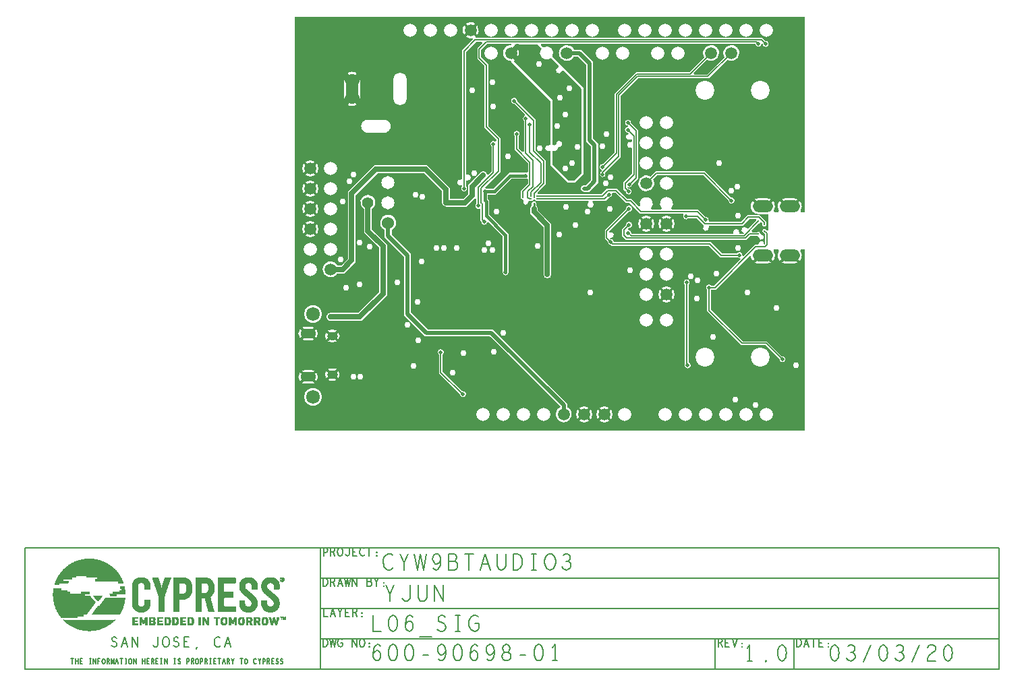
<source format=gbr>
G04 ================== begin FILE IDENTIFICATION RECORD ==================*
G04 Layout Name:  600-90698-01_CYW9BTAUDIO3_REV1.0.brd*
G04 Film Name:    L06*
G04 File Format:  Gerber RS274X*
G04 File Origin:  Cadence Allegro 16.6-2015-S077*
G04 Origin Date:  Tue Mar 03 08:59:59 2020*
G04 *
G04 Layer:  DRAWING FORMAT/FAB_FILM*
G04 Layer:  ETCH/L06_SIG*
G04 Layer:  PIN/L06_SIG*
G04 Layer:  VIA CLASS/L06_SIG*
G04 *
G04 Offset:    (0.00 0.00)*
G04 Mirror:    No*
G04 Mode:      Positive*
G04 Rotation:  0*
G04 FullContactRelief:  No*
G04 UndefLineWidth:     5.00*
G04 ================== end FILE IDENTIFICATION RECORD ====================*
%FSLAX35Y35*MOIN*%
%IR0*IPPOS*OFA0.00000B0.00000*MIA0B0*SFA1.00000B1.00000*%
%ADD17C,.06*%
%ADD18C,.01181*%
%ADD15C,.056*%
%ADD19O,.10039X.05906*%
%ADD13C,.05906*%
%ADD10C,.06772*%
%ADD16O,.05906X.14961*%
%ADD11C,.01969*%
%ADD14O,.05315X.04134*%
%ADD12O,.07677X.04724*%
%ADD20C,.01*%
%ADD21C,.02*%
%ADD22C,.03*%
%ADD23C,.012*%
%ADD24C,.015*%
%ADD25C,.025*%
%ADD26C,.005*%
%ADD27C,.007*%
%ADD28C,.008*%
%ADD29C,.00135*%
%ADD31C,.03008*%
%ADD34C,.06504*%
%ADD30C,.0654*%
%ADD33C,.0791*%
%ADD36O,.0654X.16186*%
%ADD32C,.09294*%
%ADD35C,.08776*%
G75*
%LPD*%
G75*
G36*
G01X221661Y90513D02*
G02X221987Y89832I43J-398D01*
G01X209106Y76952D01*
X207654D01*
G03X205548Y74846I-1154J-952D01*
G01Y64306D01*
X222406Y47448D01*
X234506D01*
X241309Y40646D01*
X241305Y40558D01*
G03X242742Y41995I1495J-58D01*
G01X242654Y41991D01*
X235294Y49352D01*
X223194D01*
X207452Y65094D01*
Y74846D01*
G03X207654Y75048I-952J1154D01*
G01X209894D01*
X226471Y91625D01*
G02X227151Y91384I282J-283D01*
G03X231084Y87840I3933J411D01*
G01X235218D01*
G03X238397Y94147I0J3955D01*
G02X238718Y94784I322J237D01*
G01X240812D01*
G02X241133Y94147I-1J-400D01*
G03X244312Y87840I3179J-2352D01*
G01X248446D01*
G03X251625Y94147I0J3955D01*
G02X251946Y94784I322J237D01*
G01X253074D01*
Y94812D01*
X253901D01*
Y5262D01*
X2004D01*
Y210046D01*
X253901D01*
Y113319D01*
X253032D01*
Y113290D01*
X252000D01*
G02X251674Y113921I1J400D01*
G03X248446Y120160I-3228J2284D01*
G01X244312D01*
G03X241084Y113921I0J-3955D01*
G02X240758Y113290I-327J-231D01*
G01X238772D01*
G02X238446Y113921I1J400D01*
G03X235218Y120160I-3228J2284D01*
G01X231084D01*
G03Y112250I1J-3955D01*
G01X235218D01*
G03X235556Y112265I-6J3955D01*
G02X235990Y111867I34J-398D01*
G01Y104321D01*
G02X235308Y104038I-400J0D01*
G01X235068Y104277D01*
X235053Y104325D01*
G03X233675Y102947I-1053J-325D01*
G01X233723Y102932D01*
X234248Y102406D01*
Y97594D01*
X233900Y97246D01*
X233690Y97455D01*
X233701Y97552D01*
G03X231105Y97548I-1298J150D01*
G02X230708Y97102I-397J-46D01*
G01X229256D01*
X223668Y91513D01*
G02X222987Y91839I-283J283D01*
G03X220346Y92952I-1487J161D01*
G01X212894D01*
X207394Y98452D01*
X159506D01*
X159490Y98634D01*
G03X157942Y99995I-1490J-134D01*
G01X157854Y99991D01*
X157540Y100305D01*
X157749Y100514D01*
X157844Y100504D01*
G03X157317Y103339I157J1496D01*
G01X157285Y103322D01*
X157251Y103304D01*
X157200Y103291D01*
G02X156952Y103486I-48J194D01*
G01Y103606D01*
X166854Y113509D01*
X166942Y113505D01*
G03X165505Y114942I58J1495D01*
G01X165509Y114854D01*
X155048Y104394D01*
Y100106D01*
X156509Y98646D01*
X156505Y98558D01*
G03X158058Y97005I1495J-58D01*
G01X158146Y97009D01*
X158606Y96548D01*
X206606D01*
X212106Y91048D01*
X220346D01*
G03X221661Y90513I1154J952D01*
G37*
%LPC*%
G75*
G36*
G01X151702Y127795D02*
X147205Y123298D01*
X144800D01*
G02Y126702I0J1702D01*
G01X145795D01*
X148298Y129205D01*
Y145795D01*
X145798Y148295D01*
Y186315D01*
X141815Y190298D01*
X139844D01*
G02Y193702I-3570J1702D01*
G01X143225D01*
X149202Y187725D01*
Y149705D01*
X151702Y147205D01*
Y127795D01*
G37*
G36*
G01X154146Y137091D02*
X159848Y142794D01*
Y171994D01*
X170406Y182552D01*
X196780D01*
X204185Y189956D01*
X204112Y190088D01*
G02X205532Y188613I3462J1912D01*
G01X198954Y182034D01*
G03X199237Y181352I283J-282D01*
G01X205580D01*
X214185Y189956D01*
X214112Y190088D01*
G02X215662Y188538I3462J1912D01*
G01X215530Y188611D01*
X206368Y179448D01*
X171594D01*
X162952Y170806D01*
Y140406D01*
X155300Y132754D01*
X155358Y132627D01*
G02X152984Y133098I-1358J-627D01*
G01X153048Y133158D01*
Y133194D01*
X153462Y133608D01*
G03X153353Y134251I-283J283D01*
G02X154058Y137095I647J1349D01*
G01X154146Y137091D01*
G37*
G36*
G01X133032Y17061D02*
X98295Y51798D01*
X66295D01*
X55798Y62295D01*
Y91295D01*
X46298Y100795D01*
Y104418D01*
G02X49702I1702J3622D01*
G01Y102205D01*
X59202Y92705D01*
Y63705D01*
X67705Y55202D01*
X99705D01*
X136436Y18471D01*
Y16838D01*
G02X132924Y16785I-1703J-3570D01*
G01X133032Y16840D01*
Y17061D01*
G37*
G36*
G01X74952Y34394D02*
X84632Y24714D01*
X84735Y24732D01*
G02X83515Y23079I265J-1472D01*
G01X83507Y23148D01*
X73048Y33606D01*
Y42846D01*
G02X74952I952J1154D01*
G01Y34394D01*
G37*
G36*
G01X196452Y77346D02*
Y38932D01*
X196575Y38881D01*
G02X194543Y37840I-575J-1381D01*
G01X194548Y37863D01*
Y77346D01*
G02X196452I952J1154D01*
G37*
G36*
G01X33192Y63452D02*
X43548Y73808D01*
Y95692D01*
X36048Y103192D01*
Y114777D01*
G02X39952I1952J3263D01*
G01Y104808D01*
X47452Y97308D01*
Y72192D01*
X34808Y59548D01*
X18694D01*
X18121Y60121D01*
G02X19560Y63452I1380J1380D01*
G01X33192D01*
G37*
G36*
G01X128624Y107636D02*
Y82500D01*
G02X124722I-1951J0D01*
G01Y106020D01*
X118094Y112648D01*
Y115000D01*
G02X118844Y116538I1952J0D01*
G01Y117425D01*
G02X121246I1201J0D01*
G01Y116538D01*
G02X121996Y115000I-1202J-1538D01*
G01Y114264D01*
X128624Y107636D01*
G37*
G36*
G01X216182Y119146D02*
X203779Y131548D01*
X180904D01*
X178909Y129554D01*
X178982Y129422D01*
G02X177432Y130972I-3462J-1912D01*
G01X177564Y130899D01*
X180116Y133452D01*
X204567D01*
X217527Y120491D01*
X217615Y120495D01*
G02X216178Y119058I58J-1495D01*
G01X216182Y119146D01*
G37*
G36*
G01X166166Y125479D02*
X166654Y124991D01*
X166742Y124995D01*
G02X165305Y123558I58J-1495D01*
G01X165309Y123646D01*
X164248Y124706D01*
Y128094D01*
X168548Y132394D01*
Y144710D01*
G03X168012Y145086I-400J0D01*
G02Y147914I-512J1414D01*
G03X168548Y148290I136J376D01*
G01Y148981D01*
G03X167907Y149300I-400J0D01*
G02X166731Y151980I-907J1200D01*
G01X166792Y151991D01*
X166978Y152176D01*
X166646Y152509D01*
X166558Y152505D01*
G02X166674Y155486I-57J1495D01*
G01X166770Y155475D01*
X166980Y155684D01*
X166646Y156019D01*
X166558Y156015D01*
G02X167995Y157452I-58J1495D01*
G01X167991Y157364D01*
X171452Y153904D01*
Y129906D01*
X168691Y127146D01*
X168695Y127058D01*
G02X166538Y125659I-1495J-58D01*
G01X166409Y125722D01*
X166166Y125479D01*
G37*
G36*
G01X6978Y28408D02*
G02Y35136I1J3364D01*
G01X9932D01*
G02Y28408I-1J-3364D01*
G01X6978D01*
G37*
G36*
G01Y49864D02*
G02Y56592I1J3364D01*
G01X9932D01*
G02Y49864I-1J-3364D01*
G01X6978D01*
G37*
G36*
G01X19794Y29884D02*
G02Y36022I0J3069D01*
G01X20974D01*
G02Y29884I0J-3069D01*
G01X19794D01*
G37*
G36*
G01Y48978D02*
G02Y55116I0J3069D01*
G01X20974D01*
G02Y48978I0J-3069D01*
G01X19794D01*
G37*
G36*
G01X37894Y152498D02*
G02Y159038I-1J3270D01*
G01X45964D01*
G02Y152498I1J-3270D01*
G01X37894D01*
G37*
G36*
G01X34072Y169744D02*
G02X26164I-3954J0D01*
G01Y178800D01*
G02X34072I3954J0D01*
G01Y169744D01*
G37*
G36*
G01X128210Y146723D02*
Y168353D01*
X108864Y187700D01*
Y187846D01*
G03X108667Y188046I-200J0D01*
G02X108679Y195955I67J3954D01*
G01X108874Y196150D01*
Y196151D01*
X108930Y196207D01*
G03X108789Y196548I-141J141D01*
G01X96894D01*
X93952Y193606D01*
Y189894D01*
X97452Y186394D01*
Y155894D01*
X103452Y149894D01*
Y133191D01*
X95900Y125640D01*
G03X96102Y124965I283J-283D01*
G02X96139Y124957I-298J-1466D01*
G01X96140D01*
X96163Y124952D01*
X99899D01*
X107726Y132778D01*
X115637D01*
X115660Y132784D01*
G02X116512Y132733I340J-1457D01*
G03X117048Y133108I136J376D01*
G01Y137606D01*
X110548Y144106D01*
Y150846D01*
G02X112452I952J1154D01*
G01Y144894D01*
X114366Y142980D01*
G03X115048Y143263I282J283D01*
G01Y158346D01*
G02X115494Y160908I952J1154D01*
G03X115641Y161567I-136J376D01*
G01X110373Y166836D01*
X110285Y166832D01*
G02X111722Y168269I-58J1495D01*
G01X111718Y168181D01*
X120952Y158948D01*
Y143894D01*
X125952Y138894D01*
Y127106D01*
X121822Y122977D01*
G03X121920Y122339I283J-283D01*
G02X121925Y122337I-405J-1019D01*
G01X121969Y122314D01*
X153368D01*
X156006Y124952D01*
X160956D01*
X166156Y119752D01*
X168094D01*
X171744Y116102D01*
G03X172408Y116507I283J282D01*
G02X177864Y115230I3112J1003D01*
G03X178151Y114552I287J-278D01*
G01X182889D01*
G03X183176Y115230I0J400D01*
G02X187864I2344J2280D01*
G03X188151Y114552I287J-278D01*
G01X201294D01*
X204854Y110991D01*
X204942Y110995D01*
G02X206406Y108988I58J-1495D01*
G03X206781Y108452I376J-136D01*
G01X222334D01*
X225606Y111724D01*
X231622D01*
X234854Y108491D01*
Y107708D01*
X234878Y107664D01*
G02X232891Y107585I-975J-514D01*
G01X232944Y107710D01*
X232511Y108143D01*
G03X231901Y108090I-283J-283D01*
G02X231325Y107671I-901J634D01*
G01X231277Y107656D01*
X227681Y104059D01*
G03X227964Y103376I283J-283D01*
G01X230345D01*
X230389Y103400D01*
G02X232001Y102522I514J-975D01*
G03X232400Y102157I398J35D01*
G02X231098Y100917I3J-1307D01*
G03X230753Y101333I-399J20D01*
G02X230389Y101450I150J1092D01*
G01X230345Y101474D01*
X226819D01*
X224894Y99548D01*
X165606D01*
X163548Y101606D01*
Y104894D01*
X165509Y106854D01*
X165505Y106942D01*
G02X166942Y105505I1495J58D01*
G01X166854Y105509D01*
X166514Y105169D01*
G03X166755Y104488I283J-283D01*
G02X168095Y102942I-155J-1488D01*
G01X168091Y102854D01*
X168494Y102452D01*
X218210D01*
G03X218586Y102988I0J400D01*
G02X221414I1414J512D01*
G03X221790Y102452I376J-136D01*
G01X223382D01*
X223796Y102866D01*
X223619Y103044D01*
X223571Y103058D01*
G02X225349Y105166I429J1442D01*
G03X225990Y105060I359J177D01*
G01X229932Y109001D01*
X229947Y109048D01*
G02X230024Y109235I1053J-324D01*
G03X229670Y109820I-354J185D01*
G01X226394D01*
X223122Y106548D01*
X206790D01*
G03X206414Y106012I0J-400D01*
G02X203881Y106505I-1414J-512D01*
G01X204008Y106646D01*
X200406Y110248D01*
X196354D01*
G02X193954Y112027I-1154J952D01*
G03X193621Y112648I-333J221D01*
G01X172506D01*
X167306Y117848D01*
X165368D01*
X160168Y123048D01*
X158981D01*
G03X158606Y122512I1J-400D01*
G02X157142Y120505I-1406J-512D01*
G01X157054Y120509D01*
X155381Y118836D01*
X149250D01*
G03X148988Y118134I1J-400D01*
G02X147012I-988J-1134D01*
G03X146750Y118836I-263J302D01*
G01X121969D01*
X121925Y118812D01*
G02X120395Y119361I-514J975D01*
G03X120185Y119482I-185J-77D01*
G02X119908I-138J1093D01*
G03X119699Y119360I-24J-199D01*
G02X118169Y118812I-1016J427D01*
G01X118125Y118836D01*
X117647D01*
G03X117251Y118383I1J-400D01*
G02X114828Y118874I-1296J-170D01*
G03X114511Y119476I-345J203D01*
G02X113614Y121089I78J1099D01*
G01X113638Y121133D01*
Y123983D01*
X117048Y127394D01*
Y129546D01*
G03X116512Y129921I-400J-1D01*
G02X115660Y129870I-512J1406D01*
G01X115637Y129876D01*
X108928D01*
X101101Y122048D01*
X97252D01*
Y119801D01*
X97952Y119101D01*
Y112101D01*
X107452Y102601D01*
Y83863D01*
X107457Y83840D01*
Y83839D01*
G02X104543I-1457J-339D01*
G01Y83840D01*
X104548Y83863D01*
Y101399D01*
X97623Y108325D01*
G03X96952Y108138I-283J-283D01*
G02X94005Y108558I-1452J361D01*
G01X94009Y108646D01*
X93548Y109106D01*
Y114585D01*
G03X93033Y114968I-400J0D01*
G02X91648Y117554I-433J1432D01*
G01Y119923D01*
G03X90966Y120206I-400J0D01*
G01X86808Y116048D01*
X76500D01*
G02X74548Y118000I0J1952D01*
G01Y123692D01*
X65692Y132548D01*
X42808D01*
X31952Y121692D01*
Y88681D01*
X26308Y83038D01*
X22920D01*
G02Y86940I-3440J1951D01*
G01X24692D01*
X28048Y90297D01*
Y123308D01*
X41192Y136452D01*
X67308D01*
X78452Y125308D01*
Y119952D01*
X85192D01*
X87548Y122308D01*
Y126808D01*
X93620Y132880D01*
G02X96872Y132053I1380J-1380D01*
G03X97538Y131884I383J114D01*
G01X99048Y133394D01*
Y145846D01*
G02X100906Y148190I952J1154D01*
G03X101548Y148508I242J318D01*
G01Y149106D01*
X95548Y155106D01*
Y185606D01*
X92048Y189106D01*
Y194394D01*
X94520Y196866D01*
G03X94237Y197548I-283J282D01*
G01X91394D01*
X86452Y192606D01*
Y132190D01*
G03X86988Y131814I400J0D01*
G02Y128986I512J-1414D01*
G03X86451Y128610I-137J-376D01*
G01Y126154D01*
G02X84548I-951J-1154D01*
G01Y126522D01*
G03X84248Y126696I-200J1D01*
G02X84012Y129414I-748J1304D01*
G03X84548Y129790I136J376D01*
G01Y193394D01*
X89869Y198714D01*
G03X89508Y199389I-283J283D01*
G02X91187Y200165I-774J3879D01*
G03X91435Y199452I248J-313D01*
G01X232894D01*
X234354Y197991D01*
X234442Y197995D01*
G02X233005Y196558I58J-1495D01*
G01X233009Y196646D01*
X232686Y196969D01*
X232476Y196759D01*
X232487Y196664D01*
G02X229510Y196366I-1487J-164D01*
G01X229494Y196548D01*
X123708D01*
G03X123426Y195866I1J-400D01*
G01X124158Y195133D01*
X124527Y194764D01*
G02X129116Y190383I1747J-2764D01*
G01X129041Y190250D01*
X144632Y174659D01*
Y132295D01*
X140169Y127832D01*
X136791D01*
X133917Y130705D01*
X128210Y136412D01*
Y143277D01*
G03X127640Y143639I-400J0D01*
G02Y146361I-640J1361D01*
G03X128210Y146723I170J362D01*
G37*
G54D31*
X249673Y37673D03*
X240000Y66000D03*
X229500Y18000D03*
X211600Y137600D03*
X217500Y124000D03*
X220500Y126000D03*
X220800Y111600D03*
X221000Y95500D03*
X225600Y73600D03*
X219500Y20500D03*
X197500Y81500D03*
X210280Y83000D03*
X201000Y79500D03*
X200500Y70500D03*
X208400Y51600D03*
X167390Y84610D03*
X156000Y152000D03*
X154000Y146000D03*
X158000Y130500D03*
X155500Y127500D03*
X157500Y115000D03*
X146500Y113500D03*
X148000Y73500D03*
X136000Y116000D03*
X140500Y107000D03*
X132600Y102100D03*
X123000Y145000D03*
X122000Y96673D03*
X100000Y165600D03*
X99500Y177500D03*
X107327Y141000D03*
X101500Y113500D03*
X97500Y98000D03*
X95500Y94500D03*
X99500D03*
X104827Y53500D03*
X100327Y44173D03*
X89500Y173500D03*
X90500Y132700D03*
X82000Y95500D03*
X85327Y43673D03*
X80000Y34000D03*
X65000Y121000D03*
X72000Y95500D03*
X75500D03*
X64500Y89000D03*
X62549Y68951D03*
X63000Y50000D03*
X60500Y37327D03*
X52500Y78500D03*
X57500Y57500D03*
X31000Y132000D03*
X29000Y128500D03*
X34000Y98100D03*
X38800Y96300D03*
X33827Y77500D03*
X27323Y75823D03*
X34306Y31812D03*
X30816Y31784D03*
X25500Y118500D03*
X24500Y90000D03*
X61500Y122000D03*
G54D34*
X48000Y118040D03*
Y128040D03*
G54D30*
X98734Y192000D03*
X234734Y203268D03*
X224734D03*
X234734Y13268D03*
X214734Y203268D03*
Y13268D03*
X224734D03*
X204734Y203268D03*
Y13268D03*
X194734Y203268D03*
X184734D03*
X191274Y192000D03*
X181274D03*
X185520Y157510D03*
Y137510D03*
Y147510D03*
Y127510D03*
X185500Y92500D03*
Y82500D03*
Y60000D03*
X184734Y13268D03*
X194734D03*
X174734Y203268D03*
X164734D03*
X175520Y157510D03*
Y137510D03*
Y147510D03*
X175500Y92500D03*
Y82500D03*
Y72500D03*
Y60000D03*
X164734Y13268D03*
X148734Y203268D03*
X163774Y192000D03*
X153774D03*
X138734Y203268D03*
X128734D03*
X118734D03*
X124734Y13268D03*
X114734D03*
X108734Y203268D03*
X98734D03*
X104734Y13268D03*
X94734D03*
X78734Y203268D03*
X68734D03*
X58734D03*
X19480Y134989D03*
Y124989D03*
Y114989D03*
Y104989D03*
Y94989D03*
X9480D03*
Y84989D03*
G54D33*
X185520Y107510D03*
X185500Y72500D03*
X175520Y107510D03*
X154734Y13268D03*
X144734D03*
X9480Y134989D03*
Y124989D03*
Y114989D03*
Y104989D03*
G54D36*
X53740Y174272D03*
G54D32*
X232000Y173500D03*
Y41500D03*
X204440Y173500D03*
Y41500D03*
G54D35*
X10817Y62972D03*
Y22028D03*
%LPD*%
G75*
G36*
G01X129799Y146330D02*
G02X129212Y146684I-187J354D01*
G01Y168768D01*
X110235Y187745D01*
G02X110354Y188392I283J282D01*
G03X110454Y195562I-1620J3608D01*
G02X110345Y196205I174J360D01*
G01X110432Y196292D01*
X121583D01*
X123771Y194104D01*
G03X128378Y189497I2503J-2104D01*
G01X132376Y185499D01*
G02X132142Y184820I-283J-282D01*
G03X133820Y183142I185J-1493D01*
G02X134499Y183376I397J-49D01*
G01X143631Y174244D01*
Y132710D01*
X139754Y128833D01*
X137206D01*
X129212Y136827D01*
Y143316D01*
G02X129799Y143670I400J0D01*
G03X132002Y145079I701J1330D01*
G02X132422Y145499I399J21D01*
G03X130999Y146922I79J1502D01*
G02X130579Y146502I-399J-21D01*
G03X129799Y146330I-78J-1502D01*
G37*
%LPC*%
G75*
G54D31*
X132800Y170000D03*
X137501Y174501D03*
X131501Y156001D03*
X139000Y137500D03*
X135500Y135000D03*
X141501Y145501D03*
X122400Y186400D03*
X135500Y161500D03*
%LPD*%
G75*
G54D10*
X10817Y22028D03*
Y62972D03*
G54D20*
G01X120045Y115000D02*
Y117425D01*
G54D11*
X4001Y17001D03*
X3001Y150001D03*
Y159001D03*
Y168501D03*
Y177001D03*
Y186001D03*
Y195501D03*
X23500Y7500D03*
X14501Y7501D03*
X23000Y17000D03*
X14001Y17001D03*
X14501Y39001D03*
Y43001D03*
X25501Y37001D03*
Y40501D03*
X14501Y47001D03*
X19501Y61501D03*
X22500Y61500D03*
X22501Y76001D03*
X19001D03*
X16001Y73501D03*
Y70501D03*
X23500Y110000D03*
X13001Y150001D03*
X22000Y150000D03*
X13001Y159001D03*
X22000Y159000D03*
X13001Y168501D03*
X22000Y168500D03*
Y177000D03*
X13001Y177001D03*
X22000Y186000D03*
X13001Y186001D03*
X22000Y195500D03*
X13001Y195501D03*
X17001Y209001D03*
X41001Y6501D03*
X30001Y21501D03*
X40001D03*
X26501Y33501D03*
X39501Y33001D03*
Y38501D03*
X36001Y30001D03*
X29001D03*
X36100Y33600D03*
X29100Y33900D03*
X36001Y56001D03*
X27500Y47000D03*
X31000Y50500D03*
X41500Y61000D03*
X40000Y50000D03*
X33000Y65500D03*
X30501Y77501D03*
X37500Y78000D03*
X41001Y84501D03*
X28500Y82000D03*
X35500Y90500D03*
Y95500D03*
X34500Y103500D03*
X34000Y107500D03*
X34500Y111000D03*
X38500Y124000D03*
X36500Y137500D03*
X33001Y138001D03*
X36000Y209000D03*
X27001Y209001D03*
X52501Y6501D03*
X46501Y11001D03*
X48400Y18400D03*
X44670Y36155D03*
X53332Y42847D03*
X52001Y52501D03*
X57501Y48501D03*
X53001Y72001D03*
X49500Y77000D03*
X50501Y91501D03*
X51000Y82000D03*
X56500Y99000D03*
Y113500D03*
X45001Y140501D03*
X58001Y140001D03*
X45501Y209001D03*
X55501D03*
X65001Y6501D03*
X75001D03*
X74501Y23001D03*
X62501Y16001D03*
X72501D03*
X60501Y44001D03*
X74000Y44000D03*
X76000Y76500D03*
X67501Y84001D03*
X68001Y95501D03*
X67001Y109501D03*
X69501Y112001D03*
X67000Y109500D03*
X73001Y104501D03*
X67501Y121501D03*
X64500Y209000D03*
X75001Y209001D03*
X84000Y6500D03*
X88501Y23001D03*
X81500Y16000D03*
X85000Y23260D03*
X88501Y36001D03*
X90500Y40000D03*
X82001Y37501D03*
X91001Y47001D03*
X86000Y63000D03*
X91000Y76500D03*
X84501Y95001D03*
X82501Y85501D03*
X79001Y105001D03*
X82501Y104001D03*
X82001Y112501D03*
X85500Y109000D03*
Y125000D03*
X92600Y116400D03*
X76500Y118000D03*
X76501Y130501D03*
X91001Y140501D03*
Y150001D03*
X77000Y150500D03*
X80001Y151501D03*
X91001Y156501D03*
Y161001D03*
X82501Y180501D03*
X82000Y175500D03*
X89000Y166000D03*
X81600Y196800D03*
X85001Y209001D03*
X95500Y35500D03*
X100500Y38000D03*
X99200Y48800D03*
X102001Y88001D03*
X106000Y83500D03*
X99001Y113001D03*
X95500Y108500D03*
X95800Y123500D03*
X97500Y140500D03*
X94000D03*
X100000Y147000D03*
X95000Y131500D03*
X103000Y156000D03*
X109000Y152000D03*
X93500Y163500D03*
X98001Y150001D03*
X94000Y159500D03*
X93500Y169000D03*
X104501Y171001D03*
X99501Y182501D03*
X94501Y182001D03*
X94000Y209000D03*
X104001Y209001D03*
X122001Y37001D03*
X123501Y43001D03*
X119500Y55000D03*
X121201Y67601D03*
X123000Y77500D03*
X126673Y82500D03*
X116000Y131327D03*
X120501Y161501D03*
X111501D03*
X123501Y157501D03*
X114000Y156000D03*
X111500Y152000D03*
X116000Y159500D03*
X118000Y156500D03*
X124001Y170001D03*
X111501Y171501D03*
X110227Y168327D03*
X123000Y209000D03*
X114001Y209001D03*
X127001Y34501D03*
X138001Y44001D03*
X139000Y57500D03*
X134000Y73500D03*
X131500Y79500D03*
X140001Y92501D03*
X135001D03*
Y85001D03*
X138500Y80000D03*
X135001Y97501D03*
X142800Y101600D03*
X138500Y103000D03*
X130001Y100501D03*
X138501Y116001D03*
X136001Y124501D03*
X132000Y124400D03*
X139000Y130000D03*
Y133000D03*
X138501Y182501D03*
X141500Y185000D03*
X133001Y209001D03*
X143001D03*
X151500Y38000D03*
X145001Y41501D03*
X160000Y77500D03*
X152801Y88801D03*
Y92401D03*
X158500Y90000D03*
X146400Y85600D03*
X160000Y80500D03*
X144500Y89000D03*
X160000Y87500D03*
X152801Y101601D03*
X153201Y105201D03*
X147000Y109000D03*
X144500Y97000D03*
X158000Y98500D03*
X145500Y116000D03*
X158500Y118000D03*
X157200Y122000D03*
X144800Y125000D03*
X146000Y146500D03*
X147000Y139500D03*
X158500Y134500D03*
X153200Y138800D03*
X154000Y132000D03*
Y135600D03*
X158001Y154501D03*
X156001Y159501D03*
X156501Y180501D03*
X157501Y165501D03*
X150501Y170501D03*
X152500Y175500D03*
X152000Y209000D03*
X160501Y209001D03*
X173001Y16501D03*
X170400Y39200D03*
X163500Y43000D03*
X168801Y68801D03*
X165601Y72001D03*
X168501Y80001D03*
Y94501D03*
X161000Y95500D03*
X166600Y103000D03*
X167000Y107000D03*
X167200Y127000D03*
X166800Y123500D03*
X167000Y115000D03*
X167001Y136501D03*
X165001Y161001D03*
X166500Y157510D03*
Y154000D03*
X176001Y167001D03*
X172001Y175501D03*
X164000Y167200D03*
X167200Y184400D03*
X170501Y209001D03*
X182001Y22001D03*
X190001Y22501D03*
X193501Y43001D03*
Y62001D03*
Y68001D03*
X194000Y108800D03*
Y127500D03*
X191501Y135001D03*
X186501Y166001D03*
X193501Y177001D03*
X179500Y209000D03*
X190501Y209001D03*
X207001Y27501D03*
X207501Y33501D03*
X196000Y37500D03*
X202501Y60501D03*
X201200Y50800D03*
X202000Y55200D03*
X202500Y65500D03*
X210500Y73500D03*
X201500Y77000D03*
X204500Y78500D03*
X206500Y76000D03*
X195500Y78500D03*
X204500Y87000D03*
X199001Y84001D03*
X196000Y95500D03*
X199000Y90000D03*
X196501Y104501D03*
X205001Y112001D03*
X203000Y104000D03*
X195200Y111200D03*
X205000Y109500D03*
X198000Y129000D03*
X200500Y126000D03*
X209200Y140000D03*
X195501Y141501D03*
X202001Y135001D03*
X206501Y145501D03*
X208501Y159001D03*
X198000Y185600D03*
X209500Y209000D03*
X200501Y209001D03*
X223001Y28001D03*
X219200Y38800D03*
X219500Y43500D03*
X218400Y34000D03*
X219000Y60000D03*
X219501Y56501D03*
X216800Y50000D03*
X219000Y64500D03*
X218800Y73600D03*
X216800Y76800D03*
X228001Y83501D03*
X221001Y84501D03*
X216800Y80000D03*
X216500Y94500D03*
X221500Y92000D03*
X218501Y96501D03*
X216501Y110001D03*
X222800Y128800D03*
X217673Y119000D03*
X219001Y139501D03*
X226501Y147001D03*
X218001Y133501D03*
X222500Y152500D03*
X222001Y164501D03*
X215600Y181600D03*
X219501Y209001D03*
X243001Y7001D03*
X231501Y8001D03*
X240501Y18001D03*
X242001Y13501D03*
X230000Y28750D03*
X239501Y38501D03*
X242800Y40500D03*
X244400Y46000D03*
X235000Y71000D03*
X233501Y76001D03*
X234001Y64001D03*
X236501Y80001D03*
X237501Y125001D03*
X236001Y130001D03*
X235501Y141501D03*
X240501Y150501D03*
X230001Y156001D03*
X241001Y174501D03*
X242500Y168000D03*
X231000Y196500D03*
X234500D03*
X229501Y209001D03*
X238500Y209000D03*
X243001Y200501D03*
X251501Y18501D03*
X252501Y44001D03*
Y51501D03*
Y56501D03*
X252500Y62500D03*
X252000Y67500D03*
X246500Y63500D03*
X247001Y75001D03*
X247501Y82001D03*
X249501Y124501D03*
Y133501D03*
X251501Y150501D03*
X251001Y168501D03*
X250001Y184001D03*
X250501Y193501D03*
G54D21*
G01X48000Y108040D02*
Y101500D01*
X57500Y92000D01*
Y63000D01*
X67000Y53500D01*
X99000D01*
X134734Y17766D01*
Y13268D01*
G01X136274Y192000D02*
X142520D01*
X147500Y187020D01*
Y149000D01*
X150000Y146500D01*
Y128500D01*
X146500Y125000D01*
X144800D01*
G54D12*
X8455Y31772D03*
Y53228D03*
G54D22*
G01X25963Y165589D02*
X30118Y174272D01*
G01X25963Y182955D02*
X30118Y174272D01*
G01D02*
X34273Y182955D01*
G01X30118Y174272D02*
X34273Y165589D01*
G54D13*
X9480Y104989D03*
Y114989D03*
Y124989D03*
Y134989D03*
X19480Y84989D03*
X88734Y203268D03*
X108734Y192000D03*
X134734Y13268D03*
X144734D03*
X136274Y192000D03*
X154734Y13268D03*
X175520Y107510D03*
Y127510D03*
X185500Y72500D03*
X185520Y107510D03*
X207574Y192000D03*
X217574D03*
G54D23*
G01X3414Y28208D02*
X8455Y31772D01*
G01X3414Y35336D02*
X8455Y31772D01*
G01X3414Y49664D02*
X8455Y53228D01*
G01X3414Y56792D02*
X8455Y53228D01*
G01X6342Y111851D02*
X9480Y114989D01*
G01X6342Y101851D02*
X9480Y104989D01*
G01X6342Y108127D02*
X9480Y104989D01*
G01X6342Y121851D02*
X9480Y124989D01*
G01X6342Y128127D02*
X9480Y124989D01*
G01X6342Y118127D02*
X9480Y114989D01*
G01X6342Y131851D02*
X9480Y134989D01*
G01X6342Y138127D02*
X9480Y134989D01*
G01X8455Y31772D02*
X13496Y28208D01*
G01X16524Y29684D02*
X20384Y32953D01*
G01D02*
X24244Y36222D01*
G01X16524D02*
X20384Y32953D01*
G01D02*
X24244Y29684D01*
G01X8455Y31772D02*
X13496Y35336D01*
G01X16524Y48778D02*
X20384Y52047D01*
G01D02*
X24244Y55316D01*
G01X16524D02*
X20384Y52047D01*
G01D02*
X24244Y48778D01*
G01X8455Y53228D02*
X13496Y56792D01*
G01X8455Y53228D02*
X13496Y49664D01*
G01X9480Y114989D02*
X12618Y111851D01*
G01X9480Y104989D02*
X12618Y108127D01*
G01X9480Y104989D02*
X12618Y101851D01*
G01X9480Y124989D02*
X12618Y128127D01*
G01X9480Y124989D02*
X12618Y121851D01*
G01X9480Y114989D02*
X12618Y118127D01*
G01X9480Y134989D02*
X12618Y138127D01*
G01X9480Y134989D02*
X12618Y131851D01*
G01X85596Y200130D02*
X88734Y203268D01*
G01D02*
X91872Y206406D01*
G01X85596D02*
X88734Y203268D01*
G01D02*
X91872Y200130D01*
G01X141596Y10130D02*
X144734Y13268D01*
G01X141596Y16406D02*
X144734Y13268D01*
G01X151596Y10130D02*
X154734Y13268D01*
G01D02*
X157872Y10130D01*
G01X144734Y13268D02*
X147872Y10130D01*
G01X154734Y13268D02*
X157872Y16406D01*
G01X151596D02*
X154734Y13268D01*
G01X144734D02*
X147872Y16406D01*
G01X172382Y104372D02*
X175520Y107510D01*
G01D02*
X178658Y110648D01*
G01X172382D02*
X175520Y107510D01*
G01D02*
X178658Y104372D01*
G01X182362Y69362D02*
X185500Y72500D01*
G01D02*
X188638Y75638D01*
G01X182362D02*
X185500Y72500D01*
G01D02*
X188638Y69362D01*
G01X182382Y104372D02*
X185520Y107510D01*
G01D02*
X188658Y110648D01*
G01X182382D02*
X185520Y107510D01*
G01D02*
X188658Y104372D01*
G01X226929Y87640D02*
X233151Y91795D01*
G01X226929Y120360D02*
X233151Y116205D01*
G01X240157Y87640D02*
X246379Y91795D01*
G01X233151D02*
X239373Y87640D01*
G01X240157Y120360D02*
X246379Y116205D01*
G01X233151D02*
X239373Y120360D01*
G01X246379Y91795D02*
X252601Y87640D01*
G01X246379Y116205D02*
X252601Y120360D01*
G54D14*
X20384Y32953D03*
Y52047D03*
G54D24*
G01X95800Y123500D02*
Y119200D01*
X96500Y118500D01*
Y111500D01*
X106000Y102000D01*
Y83500D01*
G01X116000Y131327D02*
X108327D01*
X100500Y123500D01*
X95800D01*
G54D15*
X38000Y118040D03*
G54D25*
G01X22500Y61500D02*
X19502D01*
X19501Y61501D01*
G01X22500Y61500D02*
X34000D01*
X45500Y73000D01*
Y96500D01*
X38000Y104000D01*
Y118040D01*
G01X76500Y118000D02*
Y124500D01*
X66500Y134500D01*
X42000D01*
X30000Y122500D01*
Y89489D01*
X25500Y84989D01*
X19480D01*
G01X95000Y131500D02*
X89500Y126000D01*
Y121500D01*
X86000Y118000D01*
X76500D01*
G01X108734Y192000D02*
X111872Y195138D01*
G01X108734Y192000D02*
X111872Y188862D01*
G01X126673Y82500D02*
Y106828D01*
X120045Y113456D01*
Y115000D01*
G54D16*
X30118Y174272D03*
G54D26*
G01X-108044Y-107585D02*
Y-110085D01*
G01X-108657Y-107585D02*
X-107431D01*
G01X-106404Y-110085D02*
Y-107585D01*
G01X-105284D02*
Y-110085D01*
G01Y-108835D02*
X-106404D01*
G01X-103111Y-110085D02*
X-104177D01*
Y-107585D01*
X-103111D01*
G01X-103537Y-108793D02*
X-104177D01*
G01X-99564Y-107585D02*
X-98924D01*
G01X-99244D02*
Y-110085D01*
G01X-99564D02*
X-98924D01*
G01X-97657D02*
Y-107585D01*
X-96431Y-110085D01*
Y-107585D01*
G01X-95351Y-110085D02*
Y-107585D01*
X-94337D01*
G01X-94711Y-108793D02*
X-95351D01*
G01X-92644Y-110085D02*
X-92857Y-110043D01*
X-93044Y-109877D01*
X-93204Y-109627D01*
X-93311Y-109335D01*
X-93364Y-109002D01*
Y-108668D01*
X-93311Y-108335D01*
X-93204Y-108043D01*
X-93044Y-107793D01*
X-92857Y-107627D01*
X-92644Y-107585D01*
X-92431Y-107627D01*
X-92244Y-107793D01*
X-92084Y-108043D01*
X-91977Y-108335D01*
X-91924Y-108668D01*
Y-109002D01*
X-91977Y-109335D01*
X-92084Y-109627D01*
X-92244Y-109877D01*
X-92431Y-110043D01*
X-92644Y-110085D01*
G01X-90977D02*
Y-107585D01*
X-90311D01*
X-90097Y-107710D01*
X-89964Y-107877D01*
X-89911Y-108210D01*
X-89964Y-108543D01*
X-90124Y-108752D01*
X-90311Y-108877D01*
X-90977D01*
G01X-90311D02*
X-89911Y-110085D01*
G01X-88937D02*
Y-107585D01*
X-88244Y-109668D01*
X-87551Y-107585D01*
Y-110085D01*
G01X-86711D02*
X-86044Y-107585D01*
X-85377Y-110085D01*
G01X-85617Y-109210D02*
X-86471D01*
G01X-83844Y-107585D02*
Y-110085D01*
G01X-84457Y-107585D02*
X-83231D01*
G01X-81964D02*
X-81324D01*
G01X-81644D02*
Y-110085D01*
G01X-81964D02*
X-81324D01*
G01X-79444D02*
X-79657Y-110043D01*
X-79844Y-109877D01*
X-80004Y-109627D01*
X-80111Y-109335D01*
X-80164Y-109002D01*
Y-108668D01*
X-80111Y-108335D01*
X-80004Y-108043D01*
X-79844Y-107793D01*
X-79657Y-107627D01*
X-79444Y-107585D01*
X-79231Y-107627D01*
X-79044Y-107793D01*
X-78884Y-108043D01*
X-78777Y-108335D01*
X-78724Y-108668D01*
Y-109002D01*
X-78777Y-109335D01*
X-78884Y-109627D01*
X-79044Y-109877D01*
X-79231Y-110043D01*
X-79444Y-110085D01*
G01X-77857D02*
Y-107585D01*
X-76631Y-110085D01*
Y-107585D01*
G01X-73404Y-110085D02*
Y-107585D01*
G01X-72284D02*
Y-110085D01*
G01Y-108835D02*
X-73404D01*
G01X-70111Y-110085D02*
X-71177D01*
Y-107585D01*
X-70111D01*
G01X-70537Y-108793D02*
X-71177D01*
G01X-68977Y-110085D02*
Y-107585D01*
X-68311D01*
X-68097Y-107710D01*
X-67964Y-107877D01*
X-67911Y-108210D01*
X-67964Y-108543D01*
X-68124Y-108752D01*
X-68311Y-108877D01*
X-68977D01*
G01X-68311D02*
X-67911Y-110085D01*
G01X-65711D02*
X-66777D01*
Y-107585D01*
X-65711D01*
G01X-66137Y-108793D02*
X-66777D01*
G01X-64364Y-107585D02*
X-63724D01*
G01X-64044D02*
Y-110085D01*
G01X-64364D02*
X-63724D01*
G01X-62457D02*
Y-107585D01*
X-61231Y-110085D01*
Y-107585D01*
G01X-57764D02*
X-57124D01*
G01X-57444D02*
Y-110085D01*
G01X-57764D02*
X-57124D01*
G01X-55804Y-109752D02*
X-55591Y-109960D01*
X-55351Y-110085D01*
X-55137D01*
X-54924Y-109960D01*
X-54764Y-109752D01*
X-54684Y-109460D01*
X-54737Y-109168D01*
X-54871Y-108918D01*
X-55111Y-108752D01*
X-55431Y-108668D01*
X-55617Y-108502D01*
X-55697Y-108210D01*
X-55644Y-107918D01*
X-55511Y-107710D01*
X-55324Y-107585D01*
X-55137D01*
X-54951Y-107668D01*
X-54791Y-107877D01*
G01X-51377Y-110085D02*
Y-107585D01*
X-50737D01*
X-50524Y-107710D01*
X-50364Y-108002D01*
X-50311Y-108335D01*
X-50364Y-108668D01*
X-50497Y-108918D01*
X-50737Y-109043D01*
X-51377D01*
G01X-49177Y-110085D02*
Y-107585D01*
X-48511D01*
X-48297Y-107710D01*
X-48164Y-107877D01*
X-48111Y-108210D01*
X-48164Y-108543D01*
X-48324Y-108752D01*
X-48511Y-108877D01*
X-49177D01*
G01X-48511D02*
X-48111Y-110085D01*
G01X-46444D02*
X-46657Y-110043D01*
X-46844Y-109877D01*
X-47004Y-109627D01*
X-47111Y-109335D01*
X-47164Y-109002D01*
Y-108668D01*
X-47111Y-108335D01*
X-47004Y-108043D01*
X-46844Y-107793D01*
X-46657Y-107627D01*
X-46444Y-107585D01*
X-46231Y-107627D01*
X-46044Y-107793D01*
X-45884Y-108043D01*
X-45777Y-108335D01*
X-45724Y-108668D01*
Y-109002D01*
X-45777Y-109335D01*
X-45884Y-109627D01*
X-46044Y-109877D01*
X-46231Y-110043D01*
X-46444Y-110085D01*
G01X-44777D02*
Y-107585D01*
X-44137D01*
X-43924Y-107710D01*
X-43764Y-108002D01*
X-43711Y-108335D01*
X-43764Y-108668D01*
X-43897Y-108918D01*
X-44137Y-109043D01*
X-44777D01*
G01X-42577Y-110085D02*
Y-107585D01*
X-41911D01*
X-41697Y-107710D01*
X-41564Y-107877D01*
X-41511Y-108210D01*
X-41564Y-108543D01*
X-41724Y-108752D01*
X-41911Y-108877D01*
X-42577D01*
G01X-41911D02*
X-41511Y-110085D01*
G01X-40164Y-107585D02*
X-39524D01*
G01X-39844D02*
Y-110085D01*
G01X-40164D02*
X-39524D01*
G01X-37111D02*
X-38177D01*
Y-107585D01*
X-37111D01*
G01X-37537Y-108793D02*
X-38177D01*
G01X-35444Y-107585D02*
Y-110085D01*
G01X-36057Y-107585D02*
X-34831D01*
G01X-33911Y-110085D02*
X-33244Y-107585D01*
X-32577Y-110085D01*
G01X-32817Y-109210D02*
X-33671D01*
G01X-31577Y-110085D02*
Y-107585D01*
X-30911D01*
X-30697Y-107710D01*
X-30564Y-107877D01*
X-30511Y-108210D01*
X-30564Y-108543D01*
X-30724Y-108752D01*
X-30911Y-108877D01*
X-31577D01*
G01X-30911D02*
X-30511Y-110085D01*
G01X-28844D02*
Y-108960D01*
X-29377Y-107585D01*
G01X-28311D02*
X-28844Y-108960D01*
G01X-24444Y-107585D02*
Y-110085D01*
G01X-25057Y-107585D02*
X-23831D01*
G01X-22244Y-110085D02*
X-22457Y-110043D01*
X-22644Y-109877D01*
X-22804Y-109627D01*
X-22911Y-109335D01*
X-22964Y-109002D01*
Y-108668D01*
X-22911Y-108335D01*
X-22804Y-108043D01*
X-22644Y-107793D01*
X-22457Y-107627D01*
X-22244Y-107585D01*
X-22031Y-107627D01*
X-21844Y-107793D01*
X-21684Y-108043D01*
X-21577Y-108335D01*
X-21524Y-108668D01*
Y-109002D01*
X-21577Y-109335D01*
X-21684Y-109627D01*
X-21844Y-109877D01*
X-22031Y-110043D01*
X-22244Y-110085D01*
G01X-17257Y-107793D02*
X-17417Y-107668D01*
X-17604Y-107585D01*
X-17817D01*
X-18057Y-107710D01*
X-18244Y-107918D01*
X-18377Y-108168D01*
X-18484Y-108585D01*
X-18511Y-108960D01*
X-18457Y-109335D01*
X-18377Y-109585D01*
X-18217Y-109835D01*
X-18031Y-110002D01*
X-17844Y-110085D01*
X-17657D01*
X-17471Y-110002D01*
X-17311Y-109877D01*
X-17177Y-109710D01*
G01X-15644Y-110085D02*
Y-108960D01*
X-16177Y-107585D01*
G01X-15111D02*
X-15644Y-108960D01*
G01X-13977Y-110085D02*
Y-107585D01*
X-13337D01*
X-13124Y-107710D01*
X-12964Y-108002D01*
X-12911Y-108335D01*
X-12964Y-108668D01*
X-13097Y-108918D01*
X-13337Y-109043D01*
X-13977D01*
G01X-11777Y-110085D02*
Y-107585D01*
X-11111D01*
X-10897Y-107710D01*
X-10764Y-107877D01*
X-10711Y-108210D01*
X-10764Y-108543D01*
X-10924Y-108752D01*
X-11111Y-108877D01*
X-11777D01*
G01X-11111D02*
X-10711Y-110085D01*
G01X-8511D02*
X-9577D01*
Y-107585D01*
X-8511D01*
G01X-8937Y-108793D02*
X-9577D01*
G01X-7404Y-109752D02*
X-7191Y-109960D01*
X-6951Y-110085D01*
X-6737D01*
X-6524Y-109960D01*
X-6364Y-109752D01*
X-6284Y-109460D01*
X-6337Y-109168D01*
X-6471Y-108918D01*
X-6711Y-108752D01*
X-7031Y-108668D01*
X-7217Y-108502D01*
X-7297Y-108210D01*
X-7244Y-107918D01*
X-7111Y-107710D01*
X-6924Y-107585D01*
X-6737D01*
X-6551Y-107668D01*
X-6391Y-107877D01*
G01X-5204Y-109752D02*
X-4991Y-109960D01*
X-4751Y-110085D01*
X-4537D01*
X-4324Y-109960D01*
X-4164Y-109752D01*
X-4084Y-109460D01*
X-4137Y-109168D01*
X-4271Y-108918D01*
X-4511Y-108752D01*
X-4831Y-108668D01*
X-5017Y-108502D01*
X-5097Y-108210D01*
X-5044Y-107918D01*
X-4911Y-107710D01*
X-4724Y-107585D01*
X-4537D01*
X-4351Y-107668D01*
X-4191Y-107877D01*
G01X-88719Y-101151D02*
X-88212Y-101568D01*
X-87642Y-101818D01*
X-87136D01*
X-86629Y-101568D01*
X-86249Y-101151D01*
X-86059Y-100568D01*
X-86186Y-99985D01*
X-86502Y-99485D01*
X-87072Y-99151D01*
X-87832Y-98985D01*
X-88276Y-98651D01*
X-88466Y-98068D01*
X-88339Y-97485D01*
X-88022Y-97068D01*
X-87579Y-96818D01*
X-87136D01*
X-86692Y-96985D01*
X-86312Y-97401D01*
G01X-83872Y-101818D02*
X-82289Y-96818D01*
X-80706Y-101818D01*
G01X-81276Y-100068D02*
X-83302D01*
G01X-78646Y-101818D02*
Y-96818D01*
X-75732Y-101818D01*
Y-96818D01*
G01X-68256Y-100818D02*
X-67939Y-101318D01*
X-67559Y-101651D01*
X-67116Y-101818D01*
X-66609Y-101651D01*
X-66229Y-101318D01*
X-65849Y-100818D01*
X-65722Y-100151D01*
Y-96818D01*
G01X-61889Y-101818D02*
X-62396Y-101735D01*
X-62839Y-101401D01*
X-63219Y-100901D01*
X-63472Y-100318D01*
X-63599Y-99651D01*
Y-98985D01*
X-63472Y-98318D01*
X-63219Y-97735D01*
X-62839Y-97235D01*
X-62396Y-96901D01*
X-61889Y-96818D01*
X-61382Y-96901D01*
X-60939Y-97235D01*
X-60559Y-97735D01*
X-60306Y-98318D01*
X-60179Y-98985D01*
Y-99651D01*
X-60306Y-100318D01*
X-60559Y-100901D01*
X-60939Y-101401D01*
X-61382Y-101735D01*
X-61889Y-101818D01*
G01X-58119Y-101151D02*
X-57612Y-101568D01*
X-57042Y-101818D01*
X-56536D01*
X-56029Y-101568D01*
X-55649Y-101151D01*
X-55459Y-100568D01*
X-55586Y-99985D01*
X-55902Y-99485D01*
X-56472Y-99151D01*
X-57232Y-98985D01*
X-57676Y-98651D01*
X-57866Y-98068D01*
X-57739Y-97485D01*
X-57422Y-97068D01*
X-56979Y-96818D01*
X-56536D01*
X-56092Y-96985D01*
X-55712Y-97401D01*
G01X-50422Y-101818D02*
X-52956D01*
Y-96818D01*
X-50422D01*
G01X-51436Y-99235D02*
X-52956D01*
G01X-46716Y-102735D02*
X-46462Y-101651D01*
G01X-34996Y-97235D02*
X-35376Y-96985D01*
X-35819Y-96818D01*
X-36326D01*
X-36896Y-97068D01*
X-37339Y-97485D01*
X-37656Y-97985D01*
X-37909Y-98818D01*
X-37972Y-99568D01*
X-37846Y-100318D01*
X-37656Y-100818D01*
X-37276Y-101318D01*
X-36832Y-101651D01*
X-36389Y-101818D01*
X-35946D01*
X-35502Y-101651D01*
X-35122Y-101401D01*
X-34806Y-101068D01*
G01X-32872Y-101818D02*
X-31289Y-96818D01*
X-29706Y-101818D01*
G01X-30276Y-100068D02*
X-32302D01*
G01X15983Y-101688D02*
Y-97688D01*
X16983D01*
X17383Y-97888D01*
X17683Y-98155D01*
X17933Y-98555D01*
X18133Y-99021D01*
X18183Y-99688D01*
X18133Y-100355D01*
X17933Y-100821D01*
X17683Y-101221D01*
X17383Y-101488D01*
X16983Y-101688D01*
X15983D01*
G01X19183Y-97688D02*
X19883Y-101688D01*
X20683Y-97688D01*
X21483Y-101688D01*
X22183Y-97688D01*
G01X24583Y-99688D02*
X25583D01*
Y-100888D01*
X25283Y-101288D01*
X24933Y-101555D01*
X24433Y-101688D01*
X23933Y-101555D01*
X23583Y-101288D01*
X23283Y-100888D01*
X23083Y-100421D01*
X22983Y-99888D01*
Y-99421D01*
X23083Y-99021D01*
X23283Y-98555D01*
X23583Y-98155D01*
X23883Y-97888D01*
X24283Y-97688D01*
X24633D01*
X25033Y-97821D01*
X25333Y-98088D01*
G01X30333Y-101688D02*
Y-97688D01*
X32633Y-101688D01*
Y-97688D01*
G01X35083Y-101688D02*
X34683Y-101621D01*
X34333Y-101355D01*
X34033Y-100955D01*
X33833Y-100488D01*
X33733Y-99955D01*
Y-99421D01*
X33833Y-98888D01*
X34033Y-98421D01*
X34333Y-98021D01*
X34683Y-97755D01*
X35083Y-97688D01*
X35483Y-97755D01*
X35833Y-98021D01*
X36133Y-98421D01*
X36333Y-98888D01*
X36433Y-99421D01*
Y-99955D01*
X36333Y-100488D01*
X36133Y-100955D01*
X35833Y-101355D01*
X35483Y-101621D01*
X35083Y-101688D01*
G01X38683Y-101821D02*
X38583Y-101755D01*
Y-101621D01*
X38683Y-101555D01*
X38783Y-101621D01*
Y-101755D01*
X38683Y-101821D01*
G01Y-100021D02*
X38583Y-99955D01*
Y-99821D01*
X38683Y-99755D01*
X38783Y-99821D01*
Y-99955D01*
X38683Y-100021D01*
G01X16083Y-82688D02*
Y-86688D01*
X18083D01*
G01X19433D02*
X20683Y-82688D01*
X21933Y-86688D01*
G01X21483Y-85288D02*
X19883D01*
G01X24283Y-86688D02*
Y-84888D01*
X23283Y-82688D01*
G01X25283D02*
X24283Y-84888D01*
G01X28883Y-86688D02*
X26883D01*
Y-82688D01*
X28883D01*
G01X28083Y-84621D02*
X26883D01*
G01X30483Y-86688D02*
Y-82688D01*
X31733D01*
X32133Y-82888D01*
X32383Y-83155D01*
X32483Y-83688D01*
X32383Y-84221D01*
X32083Y-84555D01*
X31733Y-84755D01*
X30483D01*
G01X31733D02*
X32483Y-86688D01*
G01X35083Y-86821D02*
X34983Y-86755D01*
Y-86621D01*
X35083Y-86555D01*
X35183Y-86621D01*
Y-86755D01*
X35083Y-86821D01*
G01Y-85021D02*
X34983Y-84955D01*
Y-84821D01*
X35083Y-84755D01*
X35183Y-84821D01*
Y-84955D01*
X35083Y-85021D01*
G01X15983Y-71688D02*
Y-67688D01*
X16983D01*
X17383Y-67888D01*
X17683Y-68155D01*
X17933Y-68555D01*
X18133Y-69021D01*
X18183Y-69688D01*
X18133Y-70355D01*
X17933Y-70821D01*
X17683Y-71221D01*
X17383Y-71488D01*
X16983Y-71688D01*
X15983D01*
G01X19683D02*
Y-67688D01*
X20933D01*
X21333Y-67888D01*
X21583Y-68155D01*
X21683Y-68688D01*
X21583Y-69221D01*
X21283Y-69555D01*
X20933Y-69755D01*
X19683D01*
G01X20933D02*
X21683Y-71688D01*
G01X23033D02*
X24283Y-67688D01*
X25533Y-71688D01*
G01X25083Y-70288D02*
X23483D01*
G01X26383Y-67688D02*
X27083Y-71688D01*
X27883Y-67688D01*
X28683Y-71688D01*
X29383Y-67688D01*
G01X30333Y-71688D02*
Y-67688D01*
X32633Y-71688D01*
Y-67688D01*
G01X39083Y-69555D02*
X39283Y-69355D01*
X39433Y-69021D01*
X39533Y-68555D01*
X39433Y-68155D01*
X39233Y-67888D01*
X38883Y-67688D01*
X37533D01*
Y-71688D01*
X39183D01*
X39533Y-71421D01*
X39733Y-71021D01*
X39833Y-70555D01*
X39733Y-70088D01*
X39433Y-69688D01*
X39083Y-69555D01*
X37533D01*
G01X42283Y-71688D02*
Y-69888D01*
X41283Y-67688D01*
G01X43283D02*
X42283Y-69888D01*
G01X45883Y-71821D02*
X45783Y-71755D01*
Y-71621D01*
X45883Y-71555D01*
X45983Y-71621D01*
Y-71755D01*
X45883Y-71821D01*
G01Y-70021D02*
X45783Y-69955D01*
Y-69821D01*
X45883Y-69755D01*
X45983Y-69821D01*
Y-69955D01*
X45883Y-70021D01*
G01X16083Y-56688D02*
Y-52688D01*
X17283D01*
X17683Y-52888D01*
X17983Y-53355D01*
X18083Y-53888D01*
X17983Y-54421D01*
X17733Y-54821D01*
X17283Y-55021D01*
X16083D01*
G01X19683Y-56688D02*
Y-52688D01*
X20933D01*
X21333Y-52888D01*
X21583Y-53155D01*
X21683Y-53688D01*
X21583Y-54221D01*
X21283Y-54555D01*
X20933Y-54755D01*
X19683D01*
G01X20933D02*
X21683Y-56688D01*
G01X24283D02*
X23883Y-56621D01*
X23533Y-56355D01*
X23233Y-55955D01*
X23033Y-55488D01*
X22933Y-54955D01*
Y-54421D01*
X23033Y-53888D01*
X23233Y-53421D01*
X23533Y-53021D01*
X23883Y-52755D01*
X24283Y-52688D01*
X24683Y-52755D01*
X25033Y-53021D01*
X25333Y-53421D01*
X25533Y-53888D01*
X25633Y-54421D01*
Y-54955D01*
X25533Y-55488D01*
X25333Y-55955D01*
X25033Y-56355D01*
X24683Y-56621D01*
X24283Y-56688D01*
G01X26883Y-55888D02*
X27133Y-56288D01*
X27433Y-56555D01*
X27783Y-56688D01*
X28183Y-56555D01*
X28483Y-56288D01*
X28783Y-55888D01*
X28883Y-55355D01*
Y-52688D01*
G01X32483Y-56688D02*
X30483D01*
Y-52688D01*
X32483D01*
G01X31683Y-54621D02*
X30483D01*
G01X36183Y-53021D02*
X35883Y-52821D01*
X35533Y-52688D01*
X35133D01*
X34683Y-52888D01*
X34333Y-53221D01*
X34083Y-53621D01*
X33883Y-54288D01*
X33833Y-54888D01*
X33933Y-55488D01*
X34083Y-55888D01*
X34383Y-56288D01*
X34733Y-56555D01*
X35083Y-56688D01*
X35433D01*
X35783Y-56555D01*
X36083Y-56355D01*
X36333Y-56088D01*
G01X38683Y-52688D02*
Y-56688D01*
G01X37533Y-52688D02*
X39833D01*
G01X42283Y-56821D02*
X42183Y-56755D01*
Y-56621D01*
X42283Y-56555D01*
X42383Y-56621D01*
Y-56755D01*
X42283Y-56821D01*
G01Y-55021D02*
X42183Y-54955D01*
Y-54821D01*
X42283Y-54755D01*
X42383Y-54821D01*
Y-54955D01*
X42283Y-55021D01*
G01X85000Y23260D02*
X84740D01*
X74000Y34000D01*
Y44000D01*
G01X85500Y125000D02*
Y193000D01*
X91000Y198500D01*
X232500D01*
X234500Y196500D01*
G01X231000D02*
X230000Y197500D01*
X96500D01*
X93000Y194000D01*
Y189500D01*
X96500Y186000D01*
Y155500D01*
X102500Y149500D01*
Y133585D01*
X94000Y125085D01*
Y118000D01*
X94500Y117500D01*
Y109500D01*
X95500Y108500D01*
G01X100000Y147000D02*
Y133000D01*
X92600Y125600D01*
Y116400D01*
G01X111500Y152000D02*
Y144500D01*
X118000Y138000D01*
Y127000D01*
X114589Y123589D01*
Y120575D01*
G01X157200Y122000D02*
X154987Y119787D01*
X121411D01*
G01X205000Y109500D02*
X200900Y113600D01*
X172900D01*
X167700Y118800D01*
X165762D01*
X160562Y124000D01*
X156400D01*
X153762Y121362D01*
X121411D01*
G01X116000Y159500D02*
Y142500D01*
X119500Y139000D01*
Y126000D01*
X117000Y123500D01*
Y120500D01*
X117713Y119787D01*
X118683D01*
G01X118000Y156500D02*
Y143000D01*
X123500Y137500D01*
Y128001D01*
X118683Y123184D01*
Y121362D01*
G01X120045Y120575D02*
Y122545D01*
X125000Y127500D01*
Y138500D01*
X120000Y143500D01*
Y158554D01*
X110227Y168327D01*
G01X158000Y98500D02*
X159000Y97500D01*
X207000D01*
X212500Y92000D01*
X221500D01*
G01X158000Y98500D02*
X156000Y100500D01*
Y104000D01*
X167000Y115000D01*
G01X217574Y192000D02*
X205974Y180400D01*
X171200D01*
X162000Y171200D01*
Y140800D01*
X154000Y132800D01*
Y132000D01*
G01Y135600D02*
X160800Y142400D01*
Y171600D01*
X170800Y181600D01*
X197174D01*
X207574Y192000D01*
G01X166600Y103000D02*
X168100Y101500D01*
X223776D01*
X231000Y108724D01*
G01X230903Y102425D02*
X226425D01*
X224500Y100500D01*
X166000D01*
X164500Y102000D01*
Y104500D01*
X167000Y107000D01*
G01X217673Y119000D02*
X204173Y132500D01*
X180510D01*
X175520Y127510D01*
G01X167200Y127000D02*
X170500Y130300D01*
Y153510D01*
X166500Y157510D01*
G01X166800Y123500D02*
X165200Y125100D01*
Y127700D01*
X169500Y132000D01*
Y151000D01*
X166500Y154000D01*
G01X195500Y78500D02*
Y38000D01*
X196000Y37500D01*
G01X242800Y40500D02*
X234900Y48400D01*
X222800D01*
X206500Y64700D01*
Y76000D01*
G01X234000Y104000D02*
X235200Y102800D01*
Y97200D01*
X234150Y96150D01*
X229650D01*
X209500Y76000D01*
X206500D01*
G01X195200Y111200D02*
X200800D01*
X204500Y107500D01*
X222728D01*
X226000Y110772D01*
X231228D01*
X233903Y108097D01*
Y107150D01*
G01X211083Y-101688D02*
Y-97688D01*
X212333D01*
X212733Y-97888D01*
X212983Y-98155D01*
X213083Y-98688D01*
X212983Y-99221D01*
X212683Y-99555D01*
X212333Y-99755D01*
X211083D01*
G01X212333D02*
X213083Y-101688D01*
G01X216683D02*
X214683D01*
Y-97688D01*
X216683D01*
G01X215883Y-99621D02*
X214683D01*
G01X218033Y-97688D02*
X219283Y-101688D01*
X220533Y-97688D01*
G01X222883Y-101821D02*
X222783Y-101755D01*
Y-101621D01*
X222883Y-101555D01*
X222983Y-101621D01*
Y-101755D01*
X222883Y-101821D01*
G01Y-100021D02*
X222783Y-99955D01*
Y-99821D01*
X222883Y-99755D01*
X222983Y-99821D01*
Y-99955D01*
X222883Y-100021D01*
G01X249983Y-101688D02*
Y-97688D01*
X250983D01*
X251383Y-97888D01*
X251683Y-98155D01*
X251933Y-98555D01*
X252133Y-99021D01*
X252183Y-99688D01*
X252133Y-100355D01*
X251933Y-100821D01*
X251683Y-101221D01*
X251383Y-101488D01*
X250983Y-101688D01*
X249983D01*
G01X253433D02*
X254683Y-97688D01*
X255933Y-101688D01*
G01X255483Y-100288D02*
X253883D01*
G01X258283Y-97688D02*
Y-101688D01*
G01X257133Y-97688D02*
X259433D01*
G01X262883Y-101688D02*
X260883D01*
Y-97688D01*
X262883D01*
G01X262083Y-99621D02*
X260883D01*
G01X265483Y-101821D02*
X265383Y-101755D01*
Y-101621D01*
X265483Y-101555D01*
X265583Y-101621D01*
Y-101755D01*
X265483Y-101821D01*
G01Y-100021D02*
X265383Y-99955D01*
Y-99821D01*
X265483Y-99755D01*
X265583Y-99821D01*
Y-99955D01*
X265483Y-100021D01*
G54D17*
X48000Y108040D03*
G54D27*
G01X-52483Y-52688D02*
X14583D01*
Y-112688D01*
X-131417D01*
Y-52688D01*
X-50193D01*
G01X14583Y-112688D02*
X349744D01*
Y-52688D01*
X14583D01*
G01Y-97688D02*
X349583D01*
G01X14583Y-82688D02*
X349583D01*
G01X14583Y-67688D02*
X349583D01*
G01X209583Y-112688D02*
Y-97688D01*
G01X248583Y-112688D02*
Y-97688D01*
G54D18*
X114589Y115850D03*
Y120575D03*
X121411Y119787D03*
Y121362D03*
X118683Y119787D03*
Y121362D03*
X120045Y117425D03*
Y120575D03*
X226580Y107937D03*
X230903Y99276D03*
X233903Y110299D03*
X230903Y105575D03*
X234000Y104000D03*
X231000Y108724D03*
X230903Y102425D03*
X233903Y107150D03*
G54D28*
G01X40504Y-105245D02*
X41204Y-104311D01*
X41804Y-103778D01*
X42604Y-103511D01*
X43304Y-103778D01*
X43804Y-104311D01*
X44204Y-105111D01*
X44304Y-106045D01*
X44204Y-106845D01*
X43804Y-107645D01*
X43204Y-108311D01*
X42504Y-108578D01*
X41704Y-108311D01*
X41004Y-107512D01*
X40604Y-106311D01*
X40504Y-104978D01*
X40704Y-103245D01*
X41004Y-102311D01*
X41504Y-101378D01*
X42204Y-100711D01*
X42904Y-100578D01*
X43604Y-100845D01*
X44104Y-101511D01*
G01X50404Y-100578D02*
X49604Y-100845D01*
X49004Y-101511D01*
X48604Y-102311D01*
X48304Y-103378D01*
X48204Y-104578D01*
X48304Y-105778D01*
X48604Y-106845D01*
X49004Y-107645D01*
X49604Y-108311D01*
X50404Y-108578D01*
X51204Y-108311D01*
X51804Y-107645D01*
X52204Y-106845D01*
X52504Y-105778D01*
X52604Y-104578D01*
X52504Y-103378D01*
X52204Y-102311D01*
X51804Y-101511D01*
X51204Y-100845D01*
X50404Y-100578D01*
G01X58404D02*
X57604Y-100845D01*
X57004Y-101511D01*
X56604Y-102311D01*
X56304Y-103378D01*
X56204Y-104578D01*
X56304Y-105778D01*
X56604Y-106845D01*
X57004Y-107645D01*
X57604Y-108311D01*
X58404Y-108578D01*
X59204Y-108311D01*
X59804Y-107645D01*
X60204Y-106845D01*
X60504Y-105778D01*
X60604Y-104578D01*
X60504Y-103378D01*
X60204Y-102311D01*
X59804Y-101511D01*
X59204Y-100845D01*
X58404Y-100578D01*
G01X65104Y-105911D02*
X67704D01*
G01X72704Y-107645D02*
X73404Y-108311D01*
X74204Y-108578D01*
X75004Y-108311D01*
X75704Y-107512D01*
X76204Y-106311D01*
X76404Y-105111D01*
Y-103645D01*
X76204Y-102445D01*
X75704Y-101378D01*
X75104Y-100845D01*
X74404Y-100578D01*
X73604Y-100845D01*
X73004Y-101378D01*
X72604Y-102178D01*
X72404Y-103245D01*
X72604Y-104178D01*
X73104Y-105111D01*
X73704Y-105645D01*
X74404Y-105778D01*
X75204Y-105512D01*
X75804Y-104845D01*
X76404Y-103645D01*
G01X82404Y-100578D02*
X81604Y-100845D01*
X81004Y-101511D01*
X80604Y-102311D01*
X80304Y-103378D01*
X80204Y-104578D01*
X80304Y-105778D01*
X80604Y-106845D01*
X81004Y-107645D01*
X81604Y-108311D01*
X82404Y-108578D01*
X83204Y-108311D01*
X83804Y-107645D01*
X84204Y-106845D01*
X84504Y-105778D01*
X84604Y-104578D01*
X84504Y-103378D01*
X84204Y-102311D01*
X83804Y-101511D01*
X83204Y-100845D01*
X82404Y-100578D01*
G01X88504Y-105245D02*
X89204Y-104311D01*
X89804Y-103778D01*
X90604Y-103511D01*
X91304Y-103778D01*
X91804Y-104311D01*
X92204Y-105111D01*
X92304Y-106045D01*
X92204Y-106845D01*
X91804Y-107645D01*
X91204Y-108311D01*
X90504Y-108578D01*
X89704Y-108311D01*
X89004Y-107512D01*
X88604Y-106311D01*
X88504Y-104978D01*
X88704Y-103245D01*
X89004Y-102311D01*
X89504Y-101378D01*
X90204Y-100711D01*
X90904Y-100578D01*
X91604Y-100845D01*
X92104Y-101511D01*
G01X96704Y-107645D02*
X97404Y-108311D01*
X98204Y-108578D01*
X99004Y-108311D01*
X99704Y-107512D01*
X100204Y-106311D01*
X100404Y-105111D01*
Y-103645D01*
X100204Y-102445D01*
X99704Y-101378D01*
X99104Y-100845D01*
X98404Y-100578D01*
X97604Y-100845D01*
X97004Y-101378D01*
X96604Y-102178D01*
X96404Y-103245D01*
X96604Y-104178D01*
X97104Y-105111D01*
X97704Y-105645D01*
X98404Y-105778D01*
X99204Y-105512D01*
X99804Y-104845D01*
X100404Y-103645D01*
G01X106404Y-108578D02*
X107104Y-108445D01*
X107904Y-108045D01*
X108404Y-107378D01*
X108604Y-106445D01*
X108404Y-105512D01*
X107804Y-104711D01*
X106904Y-104311D01*
X105904D01*
X105304Y-104045D01*
X104804Y-103378D01*
X104604Y-102445D01*
X104904Y-101511D01*
X105604Y-100845D01*
X106404Y-100578D01*
X107204Y-100845D01*
X107904Y-101511D01*
X108204Y-102445D01*
X108004Y-103378D01*
X107504Y-104045D01*
X106904Y-104311D01*
X105904D01*
X105004Y-104711D01*
X104404Y-105512D01*
X104204Y-106445D01*
X104404Y-107378D01*
X104904Y-108045D01*
X105704Y-108445D01*
X106404Y-108578D01*
G01X113104Y-105911D02*
X115704D01*
G01X122404Y-100578D02*
X121604Y-100845D01*
X121004Y-101511D01*
X120604Y-102311D01*
X120304Y-103378D01*
X120204Y-104578D01*
X120304Y-105778D01*
X120604Y-106845D01*
X121004Y-107645D01*
X121604Y-108311D01*
X122404Y-108578D01*
X123204Y-108311D01*
X123804Y-107645D01*
X124204Y-106845D01*
X124504Y-105778D01*
X124604Y-104578D01*
X124504Y-103378D01*
X124204Y-102311D01*
X123804Y-101511D01*
X123204Y-100845D01*
X122404Y-100578D01*
G01X130404Y-108578D02*
Y-100578D01*
X129204Y-102178D01*
G01Y-108578D02*
X131604D01*
G01X40404Y-86078D02*
Y-94078D01*
X44404D01*
G01X50404Y-86078D02*
X49604Y-86345D01*
X49004Y-87011D01*
X48604Y-87811D01*
X48304Y-88878D01*
X48204Y-90078D01*
X48304Y-91278D01*
X48604Y-92345D01*
X49004Y-93145D01*
X49604Y-93811D01*
X50404Y-94078D01*
X51204Y-93811D01*
X51804Y-93145D01*
X52204Y-92345D01*
X52504Y-91278D01*
X52604Y-90078D01*
X52504Y-88878D01*
X52204Y-87811D01*
X51804Y-87011D01*
X51204Y-86345D01*
X50404Y-86078D01*
G01X56504Y-90745D02*
X57204Y-89811D01*
X57804Y-89278D01*
X58604Y-89011D01*
X59304Y-89278D01*
X59804Y-89811D01*
X60204Y-90611D01*
X60304Y-91545D01*
X60204Y-92345D01*
X59804Y-93145D01*
X59204Y-93811D01*
X58504Y-94078D01*
X57704Y-93811D01*
X57004Y-93012D01*
X56604Y-91811D01*
X56504Y-90478D01*
X56704Y-88745D01*
X57004Y-87811D01*
X57504Y-86878D01*
X58204Y-86211D01*
X58904Y-86078D01*
X59604Y-86345D01*
X60104Y-87011D01*
G01X63404Y-96745D02*
X69404D01*
G01X72304Y-93012D02*
X73104Y-93678D01*
X74004Y-94078D01*
X74804D01*
X75604Y-93678D01*
X76204Y-93012D01*
X76504Y-92078D01*
X76304Y-91145D01*
X75804Y-90345D01*
X74904Y-89811D01*
X73704Y-89545D01*
X73004Y-89011D01*
X72704Y-88078D01*
X72904Y-87145D01*
X73404Y-86478D01*
X74104Y-86078D01*
X74804D01*
X75504Y-86345D01*
X76104Y-87011D01*
G01X81204Y-86078D02*
X83604D01*
G01X82404D02*
Y-94078D01*
G01X81204D02*
X83604D01*
G01X91004Y-90078D02*
X93004D01*
Y-92478D01*
X92404Y-93278D01*
X91704Y-93811D01*
X90704Y-94078D01*
X89704Y-93811D01*
X89004Y-93278D01*
X88404Y-92478D01*
X88004Y-91545D01*
X87804Y-90478D01*
Y-89545D01*
X88004Y-88745D01*
X88404Y-87811D01*
X89004Y-87011D01*
X89604Y-86478D01*
X90404Y-86078D01*
X91104D01*
X91904Y-86345D01*
X92504Y-86878D01*
G01X49004Y-79245D02*
Y-75645D01*
X47004Y-71245D01*
G01X51004D02*
X49004Y-75645D01*
G01X55004Y-77645D02*
X55504Y-78445D01*
X56104Y-78978D01*
X56804Y-79245D01*
X57604Y-78978D01*
X58204Y-78445D01*
X58804Y-77645D01*
X59004Y-76578D01*
Y-71245D01*
G01X62804D02*
Y-76978D01*
X63204Y-78179D01*
X64004Y-78978D01*
X65004Y-79245D01*
X66004Y-78978D01*
X66804Y-78179D01*
X67204Y-76978D01*
Y-71245D01*
G01X70704Y-79245D02*
Y-71245D01*
X75304Y-79245D01*
Y-71245D01*
G01X50200Y-56334D02*
X49600Y-55934D01*
X48900Y-55667D01*
X48100D01*
X47200Y-56067D01*
X46500Y-56734D01*
X46000Y-57534D01*
X45600Y-58867D01*
X45500Y-60067D01*
X45700Y-61267D01*
X46000Y-62067D01*
X46600Y-62867D01*
X47300Y-63400D01*
X48000Y-63667D01*
X48700D01*
X49400Y-63400D01*
X50000Y-63000D01*
X50500Y-62467D01*
G01X56000Y-63667D02*
Y-60067D01*
X54000Y-55667D01*
G01X58000D02*
X56000Y-60067D01*
G01X61000Y-55667D02*
X62400Y-63667D01*
X64000Y-55667D01*
X65600Y-63667D01*
X67000Y-55667D01*
G01X70300Y-62734D02*
X71000Y-63400D01*
X71800Y-63667D01*
X72600Y-63400D01*
X73300Y-62601D01*
X73800Y-61400D01*
X74000Y-60200D01*
Y-58734D01*
X73800Y-57534D01*
X73300Y-56467D01*
X72700Y-55934D01*
X72000Y-55667D01*
X71200Y-55934D01*
X70600Y-56467D01*
X70200Y-57267D01*
X70000Y-58334D01*
X70200Y-59267D01*
X70700Y-60200D01*
X71300Y-60734D01*
X72000Y-60867D01*
X72800Y-60601D01*
X73400Y-59934D01*
X74000Y-58734D01*
G01X80800Y-59400D02*
X81200Y-59000D01*
X81500Y-58334D01*
X81700Y-57400D01*
X81500Y-56600D01*
X81100Y-56067D01*
X80400Y-55667D01*
X77700D01*
Y-63667D01*
X81000D01*
X81700Y-63134D01*
X82100Y-62334D01*
X82300Y-61400D01*
X82100Y-60467D01*
X81500Y-59667D01*
X80800Y-59400D01*
X77700D01*
G01X88000Y-55667D02*
Y-63667D01*
G01X85700Y-55667D02*
X90300D01*
G01X93500Y-63667D02*
X96000Y-55667D01*
X98500Y-63667D01*
G01X97600Y-60867D02*
X94400D01*
G01X101800Y-55667D02*
Y-61400D01*
X102200Y-62601D01*
X103000Y-63400D01*
X104000Y-63667D01*
X105000Y-63400D01*
X105800Y-62601D01*
X106200Y-61400D01*
Y-55667D01*
G01X109800Y-63667D02*
Y-55667D01*
X111800D01*
X112600Y-56067D01*
X113200Y-56600D01*
X113700Y-57400D01*
X114100Y-58334D01*
X114200Y-59667D01*
X114100Y-61000D01*
X113700Y-61934D01*
X113200Y-62734D01*
X112600Y-63267D01*
X111800Y-63667D01*
X109800D01*
G01X118800Y-55667D02*
X121200D01*
G01X120000D02*
Y-63667D01*
G01X118800D02*
X121200D01*
G01X128000D02*
X127200Y-63534D01*
X126500Y-63000D01*
X125900Y-62200D01*
X125500Y-61267D01*
X125300Y-60200D01*
Y-59134D01*
X125500Y-58067D01*
X125900Y-57134D01*
X126500Y-56334D01*
X127200Y-55800D01*
X128000Y-55667D01*
X128800Y-55800D01*
X129500Y-56334D01*
X130100Y-57134D01*
X130500Y-58067D01*
X130700Y-59134D01*
Y-60200D01*
X130500Y-61267D01*
X130100Y-62200D01*
X129500Y-63000D01*
X128800Y-63534D01*
X128000Y-63667D01*
G01X133800Y-62067D02*
X134400Y-63000D01*
X135200Y-63534D01*
X136100Y-63667D01*
X136900Y-63534D01*
X137700Y-62867D01*
X138200Y-62067D01*
X138300Y-61267D01*
X138100Y-60334D01*
X137400Y-59667D01*
X136700Y-59400D01*
X135800D01*
G01X136700D02*
X137300Y-59000D01*
X137800Y-58334D01*
X138000Y-57534D01*
X137800Y-56734D01*
X137300Y-56067D01*
X136400Y-55667D01*
X135500Y-55800D01*
X134600Y-56334D01*
G01X226583Y-108688D02*
Y-100688D01*
X225383Y-102288D01*
G01Y-108688D02*
X227783D01*
G01X234583Y-108955D02*
X234383Y-108821D01*
Y-108555D01*
X234583Y-108421D01*
X234783Y-108555D01*
Y-108821D01*
X234583Y-108955D01*
G01X242583Y-100688D02*
X241783Y-100955D01*
X241183Y-101621D01*
X240783Y-102421D01*
X240483Y-103488D01*
X240383Y-104688D01*
X240483Y-105888D01*
X240783Y-106955D01*
X241183Y-107755D01*
X241783Y-108421D01*
X242583Y-108688D01*
X243383Y-108421D01*
X243983Y-107755D01*
X244383Y-106955D01*
X244683Y-105888D01*
X244783Y-104688D01*
X244683Y-103488D01*
X244383Y-102421D01*
X243983Y-101621D01*
X243383Y-100955D01*
X242583Y-100688D01*
G01X268583D02*
X267783Y-100955D01*
X267183Y-101621D01*
X266783Y-102421D01*
X266483Y-103488D01*
X266383Y-104688D01*
X266483Y-105888D01*
X266783Y-106955D01*
X267183Y-107755D01*
X267783Y-108421D01*
X268583Y-108688D01*
X269383Y-108421D01*
X269983Y-107755D01*
X270383Y-106955D01*
X270683Y-105888D01*
X270783Y-104688D01*
X270683Y-103488D01*
X270383Y-102421D01*
X269983Y-101621D01*
X269383Y-100955D01*
X268583Y-100688D01*
G01X274383Y-107088D02*
X274983Y-108021D01*
X275783Y-108555D01*
X276683Y-108688D01*
X277483Y-108555D01*
X278283Y-107888D01*
X278783Y-107088D01*
X278883Y-106288D01*
X278683Y-105355D01*
X277983Y-104688D01*
X277283Y-104421D01*
X276383D01*
G01X277283D02*
X277883Y-104021D01*
X278383Y-103355D01*
X278583Y-102555D01*
X278383Y-101755D01*
X277883Y-101088D01*
X276983Y-100688D01*
X276083Y-100821D01*
X275183Y-101355D01*
G01X282783Y-108955D02*
X286383Y-100688D01*
G01X292583D02*
X291783Y-100955D01*
X291183Y-101621D01*
X290783Y-102421D01*
X290483Y-103488D01*
X290383Y-104688D01*
X290483Y-105888D01*
X290783Y-106955D01*
X291183Y-107755D01*
X291783Y-108421D01*
X292583Y-108688D01*
X293383Y-108421D01*
X293983Y-107755D01*
X294383Y-106955D01*
X294683Y-105888D01*
X294783Y-104688D01*
X294683Y-103488D01*
X294383Y-102421D01*
X293983Y-101621D01*
X293383Y-100955D01*
X292583Y-100688D01*
G01X298383Y-107088D02*
X298983Y-108021D01*
X299783Y-108555D01*
X300683Y-108688D01*
X301483Y-108555D01*
X302283Y-107888D01*
X302783Y-107088D01*
X302883Y-106288D01*
X302683Y-105355D01*
X301983Y-104688D01*
X301283Y-104421D01*
X300383D01*
G01X301283D02*
X301883Y-104021D01*
X302383Y-103355D01*
X302583Y-102555D01*
X302383Y-101755D01*
X301883Y-101088D01*
X300983Y-100688D01*
X300083Y-100821D01*
X299183Y-101355D01*
G01X306783Y-108955D02*
X310383Y-100688D01*
G01X314683Y-102021D02*
X315283Y-101221D01*
X315983Y-100821D01*
X316783Y-100688D01*
X317783Y-100955D01*
X318483Y-101621D01*
X318683Y-102421D01*
X318583Y-103222D01*
X318183Y-103888D01*
X316183Y-105221D01*
X315283Y-106155D01*
X314683Y-107488D01*
X314483Y-108688D01*
X318683D01*
G01X324583Y-100688D02*
X323783Y-100955D01*
X323183Y-101621D01*
X322783Y-102421D01*
X322483Y-103488D01*
X322383Y-104688D01*
X322483Y-105888D01*
X322783Y-106955D01*
X323183Y-107755D01*
X323783Y-108421D01*
X324583Y-108688D01*
X325383Y-108421D01*
X325983Y-107755D01*
X326383Y-106955D01*
X326683Y-105888D01*
X326783Y-104688D01*
X326683Y-103488D01*
X326383Y-102421D01*
X325983Y-101621D01*
X325383Y-100955D01*
X324583Y-100688D01*
G54D19*
X233151Y91795D03*
X246379D03*
X233151Y116205D03*
X246379D03*
G54D29*
G01X-117420Y-73513D02*
X-113776D01*
G01X-117556Y-73648D02*
X-113776D01*
G01X-117556Y-73782D02*
X-110670D01*
G01X-117556Y-73917D02*
X-110670D01*
G01X-117556Y-74052D02*
X-110670D01*
G01X-117556Y-74187D02*
X-110670D01*
G01X-117556Y-74322D02*
X-110670D01*
G01X-117556Y-74457D02*
X-110670D01*
G01X-117556Y-74593D02*
X-109320D01*
G01X-117556Y-74728D02*
X-109320D01*
G01X-117556Y-74863D02*
X-109320D01*
G01X-117556Y-74998D02*
X-109320D01*
G01X-117556Y-75132D02*
X-109320D01*
G01X-117691Y-75267D02*
X-109320D01*
G01X-117691Y-75402D02*
X-109320D01*
G01X-117691Y-75537D02*
X-102300D01*
G01X-117691Y-75672D02*
X-102300D01*
G01X-117691Y-75807D02*
X-102300D01*
G01X-117691Y-75943D02*
X-102300D01*
G01X-117691Y-76078D02*
X-102300D01*
G01X-117691Y-76213D02*
X-102300D01*
G01X-117691Y-76348D02*
X-102300D01*
G01X-117691Y-76482D02*
X-99600D01*
G01X-117556Y-76617D02*
X-99465D01*
G01X-117556Y-76752D02*
X-99330D01*
G01X-117556Y-76887D02*
X-99196D01*
G01X-117556Y-77022D02*
X-99061D01*
G01X-117556Y-77157D02*
X-99061D01*
G01X-117556Y-77293D02*
X-98926D01*
G01X-117556Y-77428D02*
X-98791D01*
G01X-117556Y-77563D02*
X-98656D01*
G01X-117556Y-77698D02*
X-98520D01*
G01X-117556Y-77832D02*
X-98385D01*
G01X-117556Y-77967D02*
X-98250D01*
G01X-117556Y-78102D02*
X-98250D01*
G01X-117420Y-78237D02*
X-98115D01*
G01X-117420Y-78372D02*
X-97980D01*
G01X-117420Y-78507D02*
X-97846D01*
G01X-117420Y-78643D02*
X-97711D01*
G01X-117420Y-78778D02*
X-97576D01*
G01X-117420Y-78913D02*
X-97441D01*
G01X-117420Y-79048D02*
X-97306D01*
G01X-117285Y-79182D02*
X-97306D01*
G01X-117285Y-79317D02*
X-97170D01*
G01X-117285Y-79452D02*
X-97035D01*
G01X-117285Y-79587D02*
X-96900D01*
G01X-117285Y-79722D02*
X-97035D01*
G01X-117150Y-79857D02*
X-97170D01*
G01X-117150Y-79993D02*
X-97170D01*
G01X-117150Y-80128D02*
X-97306D01*
G01X-117150Y-80263D02*
X-97441D01*
G01X-117015Y-80398D02*
X-97576D01*
G01X-117015Y-80532D02*
X-97576D01*
G01X-117015Y-80667D02*
X-97711D01*
G01X-117015Y-80802D02*
X-97846D01*
G01X-116880Y-80937D02*
X-97980D01*
G01X-116880Y-81072D02*
X-97980D01*
G01X-116880Y-81207D02*
X-98115D01*
G01X-116746Y-81343D02*
X-98250D01*
G01X-116746Y-81478D02*
X-98385D01*
G01X-116746Y-81613D02*
X-98385D01*
G01X-116611Y-81748D02*
X-98520D01*
G01X-116611Y-81882D02*
X-98656D01*
G01X-116611Y-82017D02*
X-98791D01*
G01X-115935Y-83502D02*
X-99870D01*
G01X-115800Y-83637D02*
X-99870D01*
G01X-115800Y-83772D02*
X-100006D01*
G01X-115665Y-83907D02*
X-100141D01*
G01X-115665Y-84043D02*
X-100276D01*
G01X-115530Y-84178D02*
X-100276D01*
G01X-115530Y-84313D02*
X-100411D01*
G01X-115396Y-84448D02*
X-100546D01*
G01X-115396Y-84582D02*
X-100680D01*
G01X-115261Y-84717D02*
X-100680D01*
G01X-115261Y-84852D02*
X-100815D01*
G01X-115126Y-84987D02*
X-100950D01*
G01X-114991Y-85122D02*
X-100950D01*
G01X-114991Y-85257D02*
X-101085D01*
G01X-114856Y-85393D02*
X-101220D01*
G01X-114856Y-85528D02*
X-102841D01*
G01X-114720Y-85663D02*
X-102976D01*
G01X-114585Y-85798D02*
X-102976D01*
G01X-114585Y-85932D02*
X-102976D01*
G01X-114450Y-86067D02*
X-102976D01*
G01X-114315Y-86202D02*
X-102976D01*
G01X-114180Y-86337D02*
X-102841D01*
G01X-114180Y-86472D02*
X-105811D01*
G01X-114046Y-86607D02*
X-105811D01*
G01X-113911Y-86743D02*
X-105811D01*
G01X-113776Y-86878D02*
X-105811D01*
G01X-113776Y-87013D02*
X-105811D01*
G01X-113641Y-87148D02*
X-105811D01*
G01X-113506Y-87282D02*
X-105811D01*
G01X-112561Y-88228D02*
X-112426D01*
G01X-112561Y-88363D02*
X-87180D01*
G01X-112426Y-88498D02*
X-87315D01*
G01X-112291Y-88632D02*
X-87450D01*
G01X-112156Y-88767D02*
X-87585D01*
G01X-111885Y-88902D02*
X-87720D01*
G01X-111750Y-89037D02*
X-87991D01*
G01X-111615Y-89172D02*
X-88126D01*
G01X-111480Y-89307D02*
X-88261D01*
G01X-111346Y-89443D02*
X-88396D01*
G01X-111211Y-89578D02*
X-88530D01*
G01X-111076Y-89713D02*
X-88665D01*
G01X-110806Y-89848D02*
X-88935D01*
G01X-110670Y-89982D02*
X-89070D01*
G01X-110535Y-90117D02*
X-89206D01*
G01X-116476Y-82152D02*
X-98791D01*
G01X-116476Y-82287D02*
X-98926D01*
G01X-116341Y-82422D02*
X-99061D01*
G01X-116341Y-82557D02*
X-99061D01*
G01X-116341Y-82693D02*
X-99196D01*
G01X-116206Y-82828D02*
X-99330D01*
G01X-116206Y-82963D02*
X-99465D01*
G01X-116070Y-83098D02*
X-99465D01*
G01X-116070Y-83232D02*
X-99600D01*
G01X-115935Y-83367D02*
X-99735D01*
G01X-117420Y-72837D02*
X-113776D01*
G01X-117420Y-72972D02*
X-113776D01*
G01X-117420Y-73107D02*
X-113776D01*
G01X-117420Y-73243D02*
X-113776D01*
G01X-117420Y-73378D02*
X-113776D01*
G01X-116611Y-69732D02*
X-110265D01*
G01X-116611Y-69867D02*
X-110265D01*
G01X-116611Y-70002D02*
X-110400D01*
G01X-116746Y-70137D02*
X-114720D01*
G01X-116746Y-70272D02*
X-114720D01*
G01X-116746Y-70407D02*
X-114720D01*
G01X-116880Y-70543D02*
X-114720D01*
G01X-116880Y-70678D02*
X-114720D01*
G01X-116880Y-70813D02*
X-114720D01*
G01X-113100Y-64063D02*
X-86641D01*
G01X-113235Y-64198D02*
X-86506D01*
G01X-113370Y-64332D02*
X-86370D01*
G01X-113506Y-64467D02*
X-86235D01*
G01X-113641Y-64602D02*
X-86100D01*
G01X-113776Y-64737D02*
X-85965D01*
G01X-113776Y-64872D02*
X-85965D01*
G01X-113911Y-65007D02*
X-85830D01*
G01X-114046Y-65143D02*
X-85696D01*
G01X-114180Y-65278D02*
X-85561D01*
G01X-114180Y-65413D02*
X-85561D01*
G01X-114315Y-65548D02*
X-85426D01*
G01X-114450Y-65682D02*
X-85291D01*
G01X-114585Y-65817D02*
X-85156D01*
G01X-114585Y-65952D02*
X-85156D01*
G01X-114720Y-66087D02*
X-85020D01*
G01X-114856Y-66222D02*
X-84885D01*
G01X-114856Y-66357D02*
X-84885D01*
G01X-114991Y-66493D02*
X-106620D01*
G01X-114991Y-66628D02*
X-106620D01*
G01X-115126Y-66763D02*
X-106620D01*
G01X-115261Y-66898D02*
X-106620D01*
G01X-115261Y-67032D02*
X-106620D01*
G01X-115396Y-67167D02*
X-106485D01*
G01X-115396Y-67302D02*
X-108646D01*
G01X-115530Y-67437D02*
X-108646D01*
G01X-115530Y-67572D02*
X-108646D01*
G01X-115665Y-67707D02*
X-108646D01*
G01X-115665Y-67843D02*
X-108646D01*
G01X-115800Y-67978D02*
X-108646D01*
G01X-115800Y-68113D02*
X-108646D01*
G01X-115935Y-68248D02*
X-112696D01*
G01X-115935Y-68382D02*
X-112696D01*
G01X-116070Y-68517D02*
X-112696D01*
G01X-116070Y-68652D02*
X-112696D01*
G01X-116206Y-68787D02*
X-112696D01*
G01X-116206Y-68922D02*
X-112696D01*
G01X-116341Y-69057D02*
X-112696D01*
G01X-116341Y-69193D02*
X-110265D01*
G01X-116341Y-69328D02*
X-110265D01*
G01X-116476Y-69463D02*
X-110265D01*
G01X-116476Y-69598D02*
X-110265D01*
G01X-110535Y-61632D02*
X-89206D01*
G01X-110670Y-61767D02*
X-89070D01*
G01X-110806Y-61902D02*
X-88935D01*
G01X-111076Y-62037D02*
X-88665D01*
G01X-111211Y-62172D02*
X-88530D01*
G01X-111346Y-62307D02*
X-88396D01*
G01X-111480Y-62443D02*
X-88261D01*
G01X-111615Y-62578D02*
X-88126D01*
G01X-111750Y-62713D02*
X-87856D01*
G01X-111885Y-62848D02*
X-87720D01*
G01X-112156Y-62982D02*
X-87585D01*
G01X-112291Y-63117D02*
X-87450D01*
G01X-112426Y-63252D02*
X-87315D01*
G01X-112561Y-63387D02*
X-87180D01*
G01X-112696Y-63522D02*
X-87046D01*
G01X-112830Y-63657D02*
X-86911D01*
G01X-112830Y-63793D02*
X-86776D01*
G01X-112965Y-63928D02*
X-86641D01*
G01X-106080Y-92548D02*
X-93661D01*
G01X-105676Y-92682D02*
X-94065D01*
G01X-110265Y-90252D02*
X-89476D01*
G01X-110130Y-90387D02*
X-89611D01*
G01X-109996Y-90522D02*
X-89746D01*
G01X-109726Y-90657D02*
X-90015D01*
G01X-109591Y-90793D02*
X-90150D01*
G01X-109320Y-90928D02*
X-90420D01*
G01X-109050Y-91063D02*
X-90691D01*
G01X-108915Y-91198D02*
X-90826D01*
G01X-108646Y-91332D02*
X-91096D01*
G01X-108376Y-91467D02*
X-91365D01*
G01X-108106Y-91602D02*
X-91635D01*
G01X-107835Y-91737D02*
X-91770D01*
G01X-107565Y-91872D02*
X-92041D01*
G01X-107296Y-92007D02*
X-92446D01*
G01X-107026Y-92143D02*
X-92715D01*
G01X-106756Y-92278D02*
X-92985D01*
G01X-106350Y-92413D02*
X-93391D01*
G01X-105270Y-92817D02*
X-94470D01*
G01X-104865Y-92952D02*
X-94876D01*
G01X-104326Y-93087D02*
X-95415D01*
G01X-103785Y-93222D02*
X-95956D01*
G01X-103111Y-93357D02*
X-96630D01*
G01X-102165Y-93493D02*
X-97441D01*
G01X-100546Y-93628D02*
X-99061D01*
G01X-97035Y-83502D02*
X-83806D01*
G01X-97035Y-83637D02*
X-83806D01*
G01X-97170Y-83772D02*
X-83941D01*
G01X-97306Y-83907D02*
X-83941D01*
G01X-97441Y-84043D02*
X-84076D01*
G01X-97441Y-84178D02*
X-84076D01*
G01X-97576Y-84313D02*
X-84211D01*
G01X-97711Y-84448D02*
X-84346D01*
G01X-97846Y-84582D02*
X-84346D01*
G01X-97846Y-84717D02*
X-84480D01*
G01X-97980Y-84852D02*
X-84480D01*
G01X-98115Y-84987D02*
X-84615D01*
G01X-98250Y-85122D02*
X-84750D01*
G01X-98250Y-85257D02*
X-84750D01*
G01X-98385Y-85393D02*
X-84885D01*
G01X-96091Y-78372D02*
X-95011D01*
G01X-96091Y-78507D02*
X-95011D01*
G01X-95956Y-78643D02*
X-95146D01*
G01X-95820Y-78778D02*
X-95280D01*
G01X-95685Y-78913D02*
X-95415D01*
G01X-94470Y-81072D02*
X-82861D01*
G01X-94606Y-81207D02*
X-82861D01*
G01X-94606Y-81343D02*
X-82996D01*
G01X-94741Y-81478D02*
X-82996D01*
G01X-95550Y-81613D02*
X-82996D01*
G01X-95685Y-81748D02*
X-83130D01*
G01X-95820Y-81882D02*
X-83130D01*
G01X-95956Y-82017D02*
X-83130D01*
G01X-95956Y-82152D02*
X-83265D01*
G01X-96091Y-82287D02*
X-83265D01*
G01X-103785Y-74593D02*
X-99870D01*
G01X-103785Y-74728D02*
X-99870D01*
G01X-103785Y-74863D02*
X-99870D01*
G01X-103785Y-74998D02*
X-99870D01*
G01X-103785Y-75132D02*
X-99870D01*
G01X-103785Y-75267D02*
X-99870D01*
G01X-103785Y-75402D02*
X-99870D01*
G01X-97846Y-76482D02*
X-93526D01*
G01X-97711Y-76617D02*
X-93661D01*
G01X-97576Y-76752D02*
X-93796D01*
G01X-97441Y-76887D02*
X-93796D01*
G01X-97306Y-77022D02*
X-93930D01*
G01X-97170Y-77157D02*
X-94065D01*
G01X-97035Y-77293D02*
X-94200D01*
G01X-96900Y-77428D02*
X-94200D01*
G01X-96900Y-77563D02*
X-94335D01*
G01X-96765Y-77698D02*
X-94470D01*
G01X-96630Y-77832D02*
X-94606D01*
G01X-96496Y-77967D02*
X-94606D01*
G01X-96361Y-78102D02*
X-94741D01*
G01X-96226Y-78237D02*
X-94876D01*
G01X-96226Y-82422D02*
X-83400D01*
G01X-96361Y-82557D02*
X-83400D01*
G01X-96361Y-82693D02*
X-83400D01*
G01X-96496Y-82828D02*
X-83535D01*
G01X-96630Y-82963D02*
X-83535D01*
G01X-96630Y-83098D02*
X-83670D01*
G01X-96765Y-83232D02*
X-83670D01*
G01X-96900Y-83367D02*
X-83806D01*
G01X-93526Y-79722D02*
X-82456D01*
G01X-93526Y-79857D02*
X-82591D01*
G01X-93661Y-79993D02*
X-82591D01*
G01X-93796Y-80128D02*
X-82591D01*
G01X-93930Y-80263D02*
X-82591D01*
G01X-93930Y-80398D02*
X-82726D01*
G01X-94065Y-80532D02*
X-82726D01*
G01X-94200Y-80667D02*
X-82726D01*
G01X-94335Y-80802D02*
X-82726D01*
G01X-94335Y-80937D02*
X-82861D01*
G01X-110130Y-61363D02*
X-89611D01*
G01X-110265Y-61498D02*
X-89476D01*
G01X-105676Y-59067D02*
X-94065D01*
G01X-106080Y-59202D02*
X-93661D01*
G01X-106350Y-59337D02*
X-93391D01*
G01X-106756Y-59472D02*
X-92985D01*
G01X-107026Y-59607D02*
X-92715D01*
G01X-107296Y-59743D02*
X-92446D01*
G01X-107565Y-59878D02*
X-92041D01*
G01X-107835Y-60013D02*
X-91770D01*
G01X-108106Y-60148D02*
X-91635D01*
G01X-108376Y-60282D02*
X-91365D01*
G01X-108646Y-60417D02*
X-91096D01*
G01X-108915Y-60552D02*
X-90826D01*
G01X-109050Y-60687D02*
X-90556D01*
G01X-109320Y-60822D02*
X-90420D01*
G01X-109591Y-60957D02*
X-90150D01*
G01X-109726Y-61093D02*
X-90015D01*
G01X-109996Y-61228D02*
X-89746D01*
G01X-95820Y-67302D02*
X-84346D01*
G01X-95820Y-67437D02*
X-84211D01*
G01X-95820Y-67572D02*
X-84076D01*
G01X-95820Y-67707D02*
X-84076D01*
G01X-95820Y-67843D02*
X-83941D01*
G01X-95820Y-67978D02*
X-83941D01*
G01X-95820Y-68113D02*
X-83806D01*
G01X-101085Y-66493D02*
X-84750D01*
G01X-101085Y-66628D02*
X-84615D01*
G01X-101085Y-66763D02*
X-84615D01*
G01X-101085Y-66898D02*
X-84480D01*
G01X-101085Y-67032D02*
X-84480D01*
G01X-101085Y-67167D02*
X-84346D01*
G01X-96765Y-68248D02*
X-83806D01*
G01X-96765Y-68382D02*
X-83670D01*
G01X-96765Y-68517D02*
X-83670D01*
G01X-96765Y-68652D02*
X-83670D01*
G01X-96765Y-68787D02*
X-83535D01*
G01X-96765Y-68922D02*
X-83535D01*
G01X-96765Y-69057D02*
X-83400D01*
G01X-100546Y-58122D02*
X-99061D01*
G01X-102165Y-58257D02*
X-97441D01*
G01X-103111Y-58393D02*
X-96630D01*
G01X-103785Y-58528D02*
X-95956D01*
G01X-104326Y-58663D02*
X-95415D01*
G01X-104865Y-58798D02*
X-94876D01*
G01X-105270Y-58932D02*
X-94470D01*
G01X-78406Y-90252D02*
X-75841D01*
G01X-78406Y-90387D02*
X-75841D01*
G01X-78406Y-90522D02*
X-75841D01*
G01X-78406Y-90657D02*
X-75841D01*
G01X-78406Y-90793D02*
X-75841D01*
G01X-78406Y-90928D02*
X-78270D01*
G01X-87315Y-88228D02*
X-87180D01*
G01X-83806Y-73513D02*
X-82185D01*
G01X-83806Y-73648D02*
X-82185D01*
G01X-84885Y-73782D02*
X-82185D01*
G01X-84885Y-73917D02*
X-82185D01*
G01X-84885Y-74052D02*
X-82185D01*
G01X-84885Y-74187D02*
X-82185D01*
G01X-84885Y-74322D02*
X-82185D01*
G01X-84885Y-74457D02*
X-82185D01*
G01X-87991Y-74593D02*
X-82185D01*
G01X-87991Y-74728D02*
X-82185D01*
G01X-87991Y-74863D02*
X-82185D01*
G01X-87991Y-74998D02*
X-82050D01*
G01X-87991Y-75132D02*
X-82050D01*
G01X-87991Y-75267D02*
X-82050D01*
G01X-87991Y-75402D02*
X-82050D01*
G01X-89746Y-75537D02*
X-86641D01*
G01X-89611Y-75672D02*
X-86641D01*
G01X-89611Y-75807D02*
X-86641D01*
G01X-89611Y-75943D02*
X-86641D01*
G01X-89611Y-76078D02*
X-86641D01*
G01X-89611Y-76213D02*
X-86641D01*
G01X-89611Y-76348D02*
X-86641D01*
G01X-91770Y-77428D02*
X-82185D01*
G01X-91906Y-77563D02*
X-82185D01*
G01X-92041Y-77698D02*
X-82185D01*
G01X-92041Y-77832D02*
X-82185D01*
G01X-92176Y-77967D02*
X-82185D01*
G01X-92311Y-78102D02*
X-82185D01*
G01X-92446Y-78237D02*
X-82185D01*
G01X-92446Y-78372D02*
X-82320D01*
G01X-92580Y-78507D02*
X-82320D01*
G01X-92715Y-78643D02*
X-82320D01*
G01X-92715Y-78778D02*
X-82320D01*
G01X-92850Y-78913D02*
X-82320D01*
G01X-92985Y-79048D02*
X-82320D01*
G01X-93120Y-79182D02*
X-82456D01*
G01X-93120Y-79317D02*
X-82456D01*
G01X-93256Y-79452D02*
X-82456D01*
G01X-93391Y-79587D02*
X-82456D01*
G01X-77056Y-83502D02*
X-71385D01*
G01X-76920Y-83637D02*
X-71520D01*
G01X-78406Y-87013D02*
X-75841D01*
G01X-78406Y-87148D02*
X-75841D01*
G01X-78406Y-87282D02*
X-75841D01*
G01X-78406Y-87417D02*
X-75841D01*
G01X-78406Y-87552D02*
X-75841D01*
G01X-78406Y-87687D02*
X-77596D01*
G01X-78406Y-87822D02*
X-77596D01*
G01X-78406Y-87957D02*
X-77596D01*
G01X-78406Y-88093D02*
X-77596D01*
G01X-78406Y-88228D02*
X-77596D01*
G01X-78406Y-88363D02*
X-77596D01*
G01X-78406Y-88498D02*
X-77596D01*
G01X-78406Y-88632D02*
X-76111D01*
G01X-78406Y-88767D02*
X-76111D01*
G01X-78406Y-88902D02*
X-76111D01*
G01X-78406Y-89037D02*
X-76111D01*
G01X-78406Y-89172D02*
X-76111D01*
G01X-78406Y-89307D02*
X-77596D01*
G01X-78406Y-89443D02*
X-77596D01*
G01X-78406Y-89578D02*
X-77596D01*
G01X-78406Y-89713D02*
X-77596D01*
G01X-78406Y-89848D02*
X-77596D01*
G01X-78406Y-89982D02*
X-77596D01*
G01X-78406Y-90117D02*
X-77596D01*
G01X-78541Y-73513D02*
X-75976D01*
G01X-78541Y-73648D02*
X-75976D01*
G01X-78541Y-73782D02*
X-75976D01*
G01X-78541Y-73917D02*
X-75976D01*
G01X-78541Y-74052D02*
X-75976D01*
G01X-78541Y-74187D02*
X-75976D01*
G01X-78541Y-74322D02*
X-75976D01*
G01X-78541Y-74457D02*
X-75976D01*
G01X-78541Y-74593D02*
X-75976D01*
G01X-78541Y-74728D02*
X-75976D01*
G01X-78541Y-74863D02*
X-75976D01*
G01X-78541Y-74998D02*
X-75976D01*
G01X-78541Y-75132D02*
X-75976D01*
G01X-78541Y-75267D02*
X-75976D01*
G01X-78541Y-75402D02*
X-75976D01*
G01X-78541Y-75537D02*
X-75976D01*
G01X-78541Y-75672D02*
X-75976D01*
G01X-78541Y-75807D02*
X-75976D01*
G01X-78541Y-75943D02*
X-75976D01*
G01X-78541Y-76078D02*
X-75976D01*
G01X-78541Y-76213D02*
X-75976D01*
G01X-78541Y-76348D02*
X-75976D01*
G01X-78541Y-76482D02*
X-75976D01*
G01X-78541Y-76617D02*
X-75976D01*
G01X-78541Y-76752D02*
X-75976D01*
G01X-78541Y-76887D02*
X-75976D01*
G01X-78541Y-77022D02*
X-75976D01*
G01X-78541Y-77157D02*
X-75976D01*
G01X-78541Y-77293D02*
X-75976D01*
G01X-78541Y-77428D02*
X-75976D01*
G01X-78541Y-77563D02*
X-75976D01*
G01X-78541Y-77698D02*
X-75976D01*
G01X-78541Y-77832D02*
X-75976D01*
G01X-78541Y-77967D02*
X-75976D01*
G01X-78541Y-78102D02*
X-75976D01*
G01X-78541Y-78237D02*
X-75976D01*
G01X-78541Y-78372D02*
X-75976D01*
G01X-78541Y-78507D02*
X-75976D01*
G01X-78541Y-78643D02*
X-75976D01*
G01X-78541Y-78778D02*
X-75976D01*
G01X-78541Y-78913D02*
X-75976D01*
G01X-78541Y-79048D02*
X-75976D01*
G01X-78541Y-79182D02*
X-75976D01*
G01X-78541Y-79317D02*
X-75976D01*
G01X-78541Y-79452D02*
X-75976D01*
G01X-78541Y-79587D02*
X-75976D01*
G01X-78541Y-79722D02*
X-75976D01*
G01X-78541Y-79857D02*
X-75976D01*
G01X-78541Y-79993D02*
X-75976D01*
G01X-78541Y-80128D02*
X-75976D01*
G01X-78541Y-80263D02*
X-75976D01*
G01X-78541Y-80398D02*
X-75976D01*
G01X-78541Y-80532D02*
X-75976D01*
G01X-78541Y-80667D02*
X-75841D01*
G01X-78541Y-80802D02*
X-75841D01*
G01X-78541Y-80937D02*
X-75841D01*
G01X-78541Y-81072D02*
X-75706D01*
G01X-78541Y-81207D02*
X-75570D01*
G01X-78406Y-81343D02*
X-75435D01*
G01X-78406Y-81478D02*
X-75300D01*
G01X-78406Y-81613D02*
X-75165D01*
G01X-78406Y-81748D02*
X-74761D01*
G01X-78270Y-81882D02*
X-70170D01*
G01X-78270Y-82017D02*
X-70170D01*
G01X-78135Y-82152D02*
X-70306D01*
G01X-78135Y-82287D02*
X-70306D01*
G01X-78000Y-82422D02*
X-70441D01*
G01X-77865Y-82557D02*
X-70441D01*
G01X-77865Y-82693D02*
X-70576D01*
G01X-77730Y-82828D02*
X-70711D01*
G01X-77596Y-82963D02*
X-70846D01*
G01X-77461Y-83098D02*
X-70846D01*
G01X-77326Y-83232D02*
X-70980D01*
G01X-77191Y-83367D02*
X-71115D01*
G01X-84480Y-72432D02*
X-82456D01*
G01X-84480Y-72567D02*
X-82456D01*
G01X-84480Y-72702D02*
X-82320D01*
G01X-83806Y-72837D02*
X-82320D01*
G01X-83806Y-72972D02*
X-82320D01*
G01X-83806Y-73107D02*
X-82320D01*
G01X-83806Y-73243D02*
X-82320D01*
G01X-83806Y-73378D02*
X-82320D01*
G01X-85561Y-69193D02*
X-83400D01*
G01X-85561Y-69328D02*
X-83400D01*
G01X-85561Y-69463D02*
X-83265D01*
G01X-85561Y-69598D02*
X-83265D01*
G01X-85561Y-69732D02*
X-83130D01*
G01X-85561Y-69867D02*
X-83130D01*
G01X-85426Y-70002D02*
X-83130D01*
G01X-84480Y-71893D02*
X-82591D01*
G01X-84480Y-72028D02*
X-82456D01*
G01X-84480Y-72163D02*
X-82456D01*
G01X-84480Y-72298D02*
X-82456D01*
G01X-78541Y-72432D02*
X-75976D01*
G01X-78541Y-72567D02*
X-75976D01*
G01X-78541Y-72702D02*
X-75976D01*
G01X-78541Y-72837D02*
X-75976D01*
G01X-78541Y-72972D02*
X-75976D01*
G01X-78541Y-73107D02*
X-75976D01*
G01X-78541Y-73243D02*
X-75976D01*
G01X-78541Y-73378D02*
X-75976D01*
G01X-76920Y-68113D02*
X-71520D01*
G01X-77056Y-68248D02*
X-71250D01*
G01X-77191Y-68382D02*
X-71115D01*
G01X-77326Y-68517D02*
X-70980D01*
G01X-77461Y-68652D02*
X-70846D01*
G01X-77596Y-68787D02*
X-70711D01*
G01X-77730Y-68922D02*
X-70711D01*
G01X-77865Y-69057D02*
X-70576D01*
G01X-77865Y-69193D02*
X-70441D01*
G01X-78000Y-69328D02*
X-70441D01*
G01X-78135Y-69463D02*
X-70306D01*
G01X-78135Y-69598D02*
X-70170D01*
G01X-78270Y-69732D02*
X-70170D01*
G01X-78270Y-69867D02*
X-70170D01*
G01X-78406Y-70002D02*
X-74896D01*
G01X-78406Y-70137D02*
X-75165D01*
G01X-78406Y-70272D02*
X-75300D01*
G01X-78406Y-70407D02*
X-75570D01*
G01X-78541Y-70543D02*
X-75570D01*
G01X-78541Y-70678D02*
X-75706D01*
G01X-78541Y-70813D02*
X-75841D01*
G01X-78541Y-70948D02*
X-75841D01*
G01X-78541Y-71082D02*
X-75841D01*
G01X-78541Y-71217D02*
X-75976D01*
G01X-78541Y-71352D02*
X-75976D01*
G01X-78541Y-71487D02*
X-75976D01*
G01X-78541Y-71622D02*
X-75976D01*
G01X-78541Y-71757D02*
X-75976D01*
G01X-78541Y-71893D02*
X-75976D01*
G01X-78541Y-72028D02*
X-75976D01*
G01X-78541Y-72163D02*
X-75976D01*
G01X-78541Y-72298D02*
X-75976D01*
G01X-74761Y-90252D02*
X-74085D01*
G01X-74761Y-90387D02*
X-74085D01*
G01X-74761Y-90522D02*
X-74085D01*
G01X-74761Y-90657D02*
X-74085D01*
G01X-74761Y-90793D02*
X-74085D01*
G01X-62611Y-90252D02*
X-59911D01*
G01X-62611Y-90387D02*
X-59911D01*
G01X-62611Y-90522D02*
X-60046D01*
G01X-62611Y-90657D02*
X-60180D01*
G01X-62611Y-90793D02*
X-60450D01*
G01X-62611Y-90928D02*
X-62476D01*
G01X-72061Y-90252D02*
X-71250D01*
G01X-70035D02*
X-67335D01*
G01X-66256D02*
X-63556D01*
G01X-72061Y-90387D02*
X-71250D01*
G01X-70035D02*
X-67335D01*
G01X-72061Y-90522D02*
X-71250D01*
G01X-70035D02*
X-67470D01*
G01X-72061Y-90657D02*
X-71250D01*
G01X-70035D02*
X-67606D01*
G01X-72061Y-90793D02*
X-71250D01*
G01X-70035D02*
X-67741D01*
G01X-71385Y-90928D02*
X-71250D01*
G01X-66256Y-90387D02*
X-63556D01*
G01X-66256Y-90522D02*
X-63556D01*
G01X-66256Y-90657D02*
X-63556D01*
G01X-66256Y-90793D02*
X-63556D01*
G01X-75570Y-84313D02*
X-72870D01*
G01X-74626Y-84448D02*
X-73815D01*
G01X-74896Y-87013D02*
X-74085D01*
G01X-74761Y-87148D02*
X-73950D01*
G01X-74761Y-87282D02*
X-73950D01*
G01X-74761Y-87417D02*
X-73815D01*
G01X-74761Y-87552D02*
X-73815D01*
G01X-72330D02*
X-71250D01*
G01X-74761Y-87687D02*
X-73680D01*
G01X-72330D02*
X-71250D01*
G01X-74761Y-87822D02*
X-73680D01*
G01X-72465D02*
X-71250D01*
G01X-74761Y-87957D02*
X-73546D01*
G01X-72465D02*
X-71250D01*
G01X-74761Y-88093D02*
X-73546D01*
G01X-72600D02*
X-71250D01*
G01X-74761Y-88228D02*
X-73411D01*
G01X-72600D02*
X-71250D01*
G01X-74761Y-88363D02*
X-73411D01*
G01X-72735D02*
X-71250D01*
G01X-74761Y-88498D02*
X-73276D01*
G01X-72735D02*
X-71250D01*
G01X-74761Y-88632D02*
X-73276D01*
G01X-72870D02*
X-71250D01*
G01X-74761Y-88767D02*
X-74085D01*
G01X-73950D02*
X-73141D01*
G01X-72870D02*
X-72061D01*
G01X-74761Y-88902D02*
X-74085D01*
G01X-73950D02*
X-73141D01*
G01X-72870D02*
X-72196D01*
G01X-74761Y-89037D02*
X-74085D01*
G01X-73815D02*
X-72196D01*
G01X-74761Y-89172D02*
X-74085D01*
G01X-73815D02*
X-72330D01*
G01X-74761Y-89307D02*
X-74085D01*
G01X-73680D02*
X-72330D01*
G01X-74761Y-89443D02*
X-74085D01*
G01X-73680D02*
X-72465D01*
G01X-74761Y-89578D02*
X-74085D01*
G01X-73546D02*
X-72465D01*
G01X-74761Y-89713D02*
X-74085D01*
G01X-73546D02*
X-72600D01*
G01X-74761Y-89848D02*
X-74085D01*
G01X-73411D02*
X-72600D01*
G01X-74761Y-89982D02*
X-74085D01*
G01X-73411D02*
X-72735D01*
G01X-74761Y-90117D02*
X-74085D01*
G01X-73276D02*
X-73141D01*
G01X-76650Y-83772D02*
X-71656D01*
G01X-76515Y-83907D02*
X-71926D01*
G01X-76246Y-84043D02*
X-72196D01*
G01X-75976Y-84178D02*
X-72465D01*
G01X-72330Y-78507D02*
X-69900D01*
G01X-72465Y-78643D02*
X-69765D01*
G01X-72465Y-78778D02*
X-69765D01*
G01X-72465Y-78913D02*
X-69765D01*
G01X-72465Y-79048D02*
X-69765D01*
G01X-72465Y-79182D02*
X-69765D01*
G01X-72465Y-79317D02*
X-69765D01*
G01X-72465Y-79452D02*
X-69765D01*
G01X-72465Y-79587D02*
X-69765D01*
G01X-72465Y-79722D02*
X-69765D01*
G01X-72465Y-79857D02*
X-69765D01*
G01X-72465Y-79993D02*
X-69765D01*
G01X-72465Y-80128D02*
X-69765D01*
G01X-72465Y-80263D02*
X-69765D01*
G01X-72465Y-80398D02*
X-69765D01*
G01X-72465Y-80532D02*
X-69765D01*
G01X-72465Y-80667D02*
X-69765D01*
G01X-72600Y-80802D02*
X-69900D01*
G01X-72600Y-80937D02*
X-69900D01*
G01X-72735Y-81072D02*
X-69900D01*
G01X-72735Y-81207D02*
X-69900D01*
G01X-72870Y-81343D02*
X-69900D01*
G01X-73006Y-81478D02*
X-70035D01*
G01X-73276Y-81613D02*
X-70035D01*
G01X-73546Y-81748D02*
X-70035D01*
G01X-65446Y-83502D02*
X-62880D01*
G01X-65446Y-83637D02*
X-62880D01*
G01X-65446Y-83772D02*
X-62880D01*
G01X-65446Y-83907D02*
X-62880D01*
G01X-65446Y-84043D02*
X-62880D01*
G01X-65446Y-84178D02*
X-62880D01*
G01X-62611Y-87013D02*
X-60585D01*
G01X-62611Y-87148D02*
X-60315D01*
G01X-62611Y-87282D02*
X-60180D01*
G01X-62611Y-87417D02*
X-60046D01*
G01X-62611Y-87552D02*
X-59911D01*
G01X-62611Y-87687D02*
X-61800D01*
G01X-62611Y-87822D02*
X-61800D01*
G01X-62611Y-87957D02*
X-61800D01*
G01X-62611Y-88093D02*
X-61800D01*
G01X-62611Y-88228D02*
X-61800D01*
G01X-62611Y-88363D02*
X-61800D01*
G01X-62611Y-88498D02*
X-61800D01*
G01X-62611Y-88632D02*
X-61800D01*
G01X-62611Y-88767D02*
X-61800D01*
G01X-62611Y-88902D02*
X-61800D01*
G01X-62611Y-89037D02*
X-61800D01*
G01X-62611Y-89172D02*
X-61800D01*
G01X-62611Y-89307D02*
X-61800D01*
G01X-62611Y-89443D02*
X-61800D01*
G01X-62611Y-89578D02*
X-61800D01*
G01X-62611Y-89713D02*
X-61800D01*
G01X-62611Y-89848D02*
X-61800D01*
G01X-62611Y-89982D02*
X-61800D01*
G01X-62611Y-90117D02*
X-61800D01*
G01X-72061Y-87013D02*
X-71250D01*
G01X-70035D02*
X-68011D01*
G01X-72061Y-87148D02*
X-71250D01*
G01X-70035D02*
X-67741D01*
G01X-72196Y-87282D02*
X-71250D01*
G01X-70035D02*
X-67606D01*
G01X-72196Y-87417D02*
X-71250D01*
G01X-70035D02*
X-67470D01*
G01X-70035Y-87552D02*
X-67335D01*
G01X-70035Y-87687D02*
X-69361D01*
G01X-70035Y-87822D02*
X-69361D01*
G01X-70035Y-87957D02*
X-69361D01*
G01X-70035Y-88093D02*
X-69361D01*
G01X-70035Y-88228D02*
X-69361D01*
G01X-70035Y-88363D02*
X-69361D01*
G01X-70035Y-88498D02*
X-69361D01*
G01X-70035Y-88632D02*
X-67470D01*
G01X-71926Y-88767D02*
X-71250D01*
G01X-70035D02*
X-67606D01*
G01X-72061Y-88902D02*
X-71250D01*
G01X-70035D02*
X-67741D01*
G01X-72061Y-89037D02*
X-71250D01*
G01X-70035D02*
X-67470D01*
G01X-72061Y-89172D02*
X-71250D01*
G01X-70035D02*
X-67335D01*
G01X-72061Y-89307D02*
X-71250D01*
G01X-70035D02*
X-69361D01*
G01X-72061Y-89443D02*
X-71250D01*
G01X-70035D02*
X-69361D01*
G01X-72061Y-89578D02*
X-71250D01*
G01X-70035D02*
X-69361D01*
G01X-72061Y-89713D02*
X-71250D01*
G01X-70035D02*
X-69361D01*
G01X-72061Y-89848D02*
X-71250D01*
G01X-70035D02*
X-69361D01*
G01X-72061Y-89982D02*
X-71250D01*
G01X-70035D02*
X-69361D01*
G01X-72061Y-90117D02*
X-71250D01*
G01X-70035D02*
X-69361D01*
G01X-66256Y-87013D02*
X-63556D01*
G01X-66256Y-87148D02*
X-63556D01*
G01X-66256Y-87282D02*
X-63556D01*
G01X-66256Y-87417D02*
X-63556D01*
G01X-66256Y-87552D02*
X-63556D01*
G01X-68280Y-87687D02*
X-67335D01*
G01X-66256D02*
X-65446D01*
G01X-68146Y-87822D02*
X-67200D01*
G01X-66256D02*
X-65446D01*
G01X-68011Y-87957D02*
X-67200D01*
G01X-66256D02*
X-65446D01*
G01X-68011Y-88093D02*
X-67200D01*
G01X-66256D02*
X-65446D01*
G01X-68011Y-88228D02*
X-67200D01*
G01X-66256D02*
X-65446D01*
G01X-68146Y-88363D02*
X-67335D01*
G01X-66256D02*
X-65446D01*
G01X-68280Y-88498D02*
X-67335D01*
G01X-66256D02*
X-65446D01*
G01X-66256Y-88632D02*
X-63826D01*
G01X-66256Y-88767D02*
X-63826D01*
G01X-66256Y-88902D02*
X-63826D01*
G01X-66256Y-89037D02*
X-63826D01*
G01X-66256Y-89172D02*
X-63826D01*
G01X-68280Y-89307D02*
X-67335D01*
G01X-66256D02*
X-65446D01*
G01X-68011Y-89443D02*
X-67200D01*
G01X-66256D02*
X-65446D01*
G01X-68011Y-89578D02*
X-67200D01*
G01X-66256D02*
X-65446D01*
G01X-68011Y-89713D02*
X-67200D01*
G01X-66256D02*
X-65446D01*
G01X-68011Y-89848D02*
X-67200D01*
G01X-66256D02*
X-65446D01*
G01X-68011Y-89982D02*
X-67200D01*
G01X-66256D02*
X-65446D01*
G01X-68146Y-90117D02*
X-67200D01*
G01X-66256D02*
X-65446D01*
G01X-65580Y-76348D02*
X-62611D01*
G01X-65580Y-76482D02*
X-62746D01*
G01X-65580Y-76617D02*
X-62746D01*
G01X-65446Y-76752D02*
X-62746D01*
G01X-65446Y-76887D02*
X-62880D01*
G01X-65446Y-77022D02*
X-62880D01*
G01X-65446Y-77157D02*
X-62880D01*
G01X-65446Y-77293D02*
X-62880D01*
G01X-65446Y-77428D02*
X-62880D01*
G01X-65446Y-77563D02*
X-62880D01*
G01X-65446Y-77698D02*
X-62880D01*
G01X-65446Y-77832D02*
X-62880D01*
G01X-65446Y-77967D02*
X-62880D01*
G01X-65446Y-78102D02*
X-62880D01*
G01X-65446Y-78237D02*
X-62880D01*
G01X-65446Y-78372D02*
X-62880D01*
G01X-65446Y-78507D02*
X-62880D01*
G01X-65446Y-78643D02*
X-62880D01*
G01X-65446Y-78778D02*
X-62880D01*
G01X-65446Y-78913D02*
X-62880D01*
G01X-65446Y-79048D02*
X-62880D01*
G01X-65446Y-79182D02*
X-62880D01*
G01X-65446Y-79317D02*
X-62880D01*
G01X-65446Y-79452D02*
X-62880D01*
G01X-65446Y-79587D02*
X-62880D01*
G01X-65446Y-79722D02*
X-62880D01*
G01X-65446Y-79857D02*
X-62880D01*
G01X-65446Y-79993D02*
X-62880D01*
G01X-65446Y-80128D02*
X-62880D01*
G01X-65446Y-80263D02*
X-62880D01*
G01X-65446Y-80398D02*
X-62880D01*
G01X-65446Y-80532D02*
X-62880D01*
G01X-65446Y-80667D02*
X-62880D01*
G01X-65446Y-80802D02*
X-62880D01*
G01X-65446Y-80937D02*
X-62880D01*
G01X-65446Y-81072D02*
X-62880D01*
G01X-65446Y-81207D02*
X-62880D01*
G01X-65446Y-81343D02*
X-62880D01*
G01X-65446Y-81478D02*
X-62880D01*
G01X-65446Y-81613D02*
X-62880D01*
G01X-65446Y-81748D02*
X-62880D01*
G01X-65446Y-81882D02*
X-62880D01*
G01X-65446Y-82017D02*
X-62880D01*
G01X-65446Y-82152D02*
X-62880D01*
G01X-65446Y-82287D02*
X-62880D01*
G01X-65446Y-82422D02*
X-62880D01*
G01X-65446Y-82557D02*
X-62880D01*
G01X-65446Y-82693D02*
X-62880D01*
G01X-65446Y-82828D02*
X-62880D01*
G01X-65446Y-82963D02*
X-62880D01*
G01X-65446Y-83098D02*
X-62880D01*
G01X-65446Y-83232D02*
X-62880D01*
G01X-65446Y-83367D02*
X-62880D01*
G01X-66526Y-73513D02*
X-61665D01*
G01X-66526Y-73648D02*
X-61800D01*
G01X-66391Y-73782D02*
X-61800D01*
G01X-66391Y-73917D02*
X-61800D01*
G01X-66391Y-74052D02*
X-61935D01*
G01X-66256Y-74187D02*
X-61935D01*
G01X-66256Y-74322D02*
X-61935D01*
G01X-66256Y-74457D02*
X-62070D01*
G01X-66120Y-74593D02*
X-62070D01*
G01X-66120Y-74728D02*
X-62070D01*
G01X-66120Y-74863D02*
X-62206D01*
G01X-65985Y-74998D02*
X-62206D01*
G01X-65985Y-75132D02*
X-62206D01*
G01X-65985Y-75267D02*
X-62341D01*
G01X-65850Y-75402D02*
X-62341D01*
G01X-65850Y-75537D02*
X-62341D01*
G01X-65850Y-75672D02*
X-62476D01*
G01X-65850Y-75807D02*
X-62476D01*
G01X-65715Y-75943D02*
X-62476D01*
G01X-65715Y-76078D02*
X-62611D01*
G01X-65715Y-76213D02*
X-62611D01*
G01X-60991Y-87687D02*
X-59911D01*
G01X-60720Y-87822D02*
X-59776D01*
G01X-60585Y-87957D02*
X-59776D01*
G01X-60585Y-88093D02*
X-59776D01*
G01X-60585Y-88228D02*
X-59776D01*
G01X-60450Y-88363D02*
X-59776D01*
G01X-60450Y-88498D02*
X-59641D01*
G01X-60450Y-88632D02*
X-59641D01*
G01X-60450Y-88767D02*
X-59641D01*
G01X-60450Y-88902D02*
X-59776D01*
G01X-60450Y-89037D02*
X-59641D01*
G01X-60450Y-89172D02*
X-59641D01*
G01X-60450Y-89307D02*
X-59641D01*
G01X-60450Y-89443D02*
X-59776D01*
G01X-60450Y-89578D02*
X-59776D01*
G01X-60585Y-89713D02*
X-59776D01*
G01X-60585Y-89848D02*
X-59776D01*
G01X-60720Y-89982D02*
X-59776D01*
G01X-60856Y-90117D02*
X-59776D01*
G01X-72465Y-72432D02*
X-69765D01*
G01X-72465Y-72567D02*
X-69765D01*
G01X-72465Y-72702D02*
X-69765D01*
G01X-72465Y-72837D02*
X-69765D01*
G01X-72465Y-72972D02*
X-69765D01*
G01X-72465Y-73107D02*
X-69765D01*
G01X-72330Y-73243D02*
X-69900D01*
G01X-74626Y-67302D02*
X-73680D01*
G01X-75570Y-67437D02*
X-72870D01*
G01X-73546Y-70002D02*
X-70035D01*
G01X-73276Y-70137D02*
X-70035D01*
G01X-73006Y-70272D02*
X-69900D01*
G01X-72870Y-70407D02*
X-69900D01*
G01X-72735Y-70543D02*
X-69900D01*
G01X-72735Y-70678D02*
X-69900D01*
G01X-72600Y-70813D02*
X-69900D01*
G01X-72600Y-70948D02*
X-69765D01*
G01X-72465Y-71082D02*
X-69765D01*
G01X-72465Y-71217D02*
X-69765D01*
G01X-72465Y-71352D02*
X-69765D01*
G01X-72465Y-71487D02*
X-69765D01*
G01X-72465Y-71622D02*
X-69765D01*
G01X-72465Y-71757D02*
X-69765D01*
G01X-72465Y-71893D02*
X-69765D01*
G01X-72465Y-72028D02*
X-69765D01*
G01X-72465Y-72163D02*
X-69765D01*
G01X-72465Y-72298D02*
X-69765D01*
G01X-75976Y-67572D02*
X-72465D01*
G01X-76246Y-67707D02*
X-72061D01*
G01X-76515Y-67843D02*
X-71926D01*
G01X-76650Y-67978D02*
X-71656D01*
G01X-66930Y-72432D02*
X-61396D01*
G01X-66796Y-72567D02*
X-61396D01*
G01X-66796Y-72702D02*
X-61396D01*
G01X-66796Y-72837D02*
X-61530D01*
G01X-66661Y-72972D02*
X-61530D01*
G01X-66661Y-73107D02*
X-61530D01*
G01X-66661Y-73243D02*
X-61665D01*
G01X-66526Y-73378D02*
X-61665D01*
G01X-62476Y-67572D02*
X-59641D01*
G01X-62476Y-67707D02*
X-59641D01*
G01X-62611Y-67843D02*
X-59776D01*
G01X-62611Y-67978D02*
X-59776D01*
G01X-62611Y-68113D02*
X-59776D01*
G01X-62746Y-68248D02*
X-59911D01*
G01X-62746Y-68382D02*
X-59911D01*
G01X-62746Y-68517D02*
X-59911D01*
G01X-62880Y-68652D02*
X-60046D01*
G01X-62880Y-68787D02*
X-60046D01*
G01X-62880Y-68922D02*
X-60180D01*
G01X-63015Y-69057D02*
X-60180D01*
G01X-63015Y-69193D02*
X-60180D01*
G01X-63015Y-69328D02*
X-60315D01*
G01X-63150Y-69463D02*
X-60315D01*
G01X-63150Y-69598D02*
X-60315D01*
G01X-63150Y-69732D02*
X-60450D01*
G01X-63285Y-69867D02*
X-60450D01*
G01X-63285Y-70002D02*
X-60450D01*
G01X-63285Y-70137D02*
X-60585D01*
G01X-63420Y-70272D02*
X-60585D01*
G01X-63420Y-70407D02*
X-60585D01*
G01X-63420Y-70543D02*
X-60720D01*
G01X-63556Y-70678D02*
X-60720D01*
G01X-63556Y-70813D02*
X-60856D01*
G01X-63556Y-70948D02*
X-60856D01*
G01X-63691Y-71082D02*
X-60856D01*
G01X-63691Y-71217D02*
X-60991D01*
G01X-63691Y-71352D02*
X-60991D01*
G01X-63691Y-71487D02*
X-60991D01*
G01X-63826Y-71622D02*
X-61126D01*
G01X-63826Y-71757D02*
X-61126D01*
G01X-63826Y-71893D02*
X-61261D01*
G01X-63961Y-72028D02*
X-61261D01*
G01X-63961Y-72163D02*
X-61261D01*
G01X-63961Y-72298D02*
X-61261D01*
G01X-68550Y-67572D02*
X-65850D01*
G01X-68550Y-67707D02*
X-65715D01*
G01X-68550Y-67843D02*
X-65715D01*
G01X-68550Y-67978D02*
X-65715D01*
G01X-68415Y-68113D02*
X-65580D01*
G01X-68415Y-68248D02*
X-65580D01*
G01X-68415Y-68382D02*
X-65580D01*
G01X-68280Y-68517D02*
X-65446D01*
G01X-68280Y-68652D02*
X-65446D01*
G01X-68280Y-68787D02*
X-65446D01*
G01X-68146Y-68922D02*
X-65446D01*
G01X-68146Y-69057D02*
X-65311D01*
G01X-68011Y-69193D02*
X-65311D01*
G01X-68011Y-69328D02*
X-65311D01*
G01X-68011Y-69463D02*
X-65176D01*
G01X-67876Y-69598D02*
X-65176D01*
G01X-67876Y-69732D02*
X-65176D01*
G01X-67876Y-69867D02*
X-65041D01*
G01X-67741Y-70002D02*
X-65041D01*
G01X-67741Y-70137D02*
X-65041D01*
G01X-67741Y-70272D02*
X-64906D01*
G01X-67606Y-70407D02*
X-64906D01*
G01X-67606Y-70543D02*
X-64906D01*
G01X-67470Y-70678D02*
X-64770D01*
G01X-67470Y-70813D02*
X-64770D01*
G01X-67470Y-70948D02*
X-64770D01*
G01X-67335Y-71082D02*
X-64635D01*
G01X-67335Y-71217D02*
X-64635D01*
G01X-67335Y-71352D02*
X-64635D01*
G01X-67200Y-71487D02*
X-64500D01*
G01X-67200Y-71622D02*
X-64500D01*
G01X-67200Y-71757D02*
X-64500D01*
G01X-67065Y-71893D02*
X-64365D01*
G01X-67065Y-72028D02*
X-64365D01*
G01X-66930Y-72163D02*
X-64365D01*
G01X-66930Y-72298D02*
X-64230D01*
G01X-51135Y-90252D02*
X-48435D01*
G01X-54780D02*
X-52215D01*
G01X-51135Y-90387D02*
X-48570D01*
G01X-51135Y-90522D02*
X-48706D01*
G01X-51135Y-90657D02*
X-48841D01*
G01X-51135Y-90793D02*
X-49111D01*
G01X-54780Y-90387D02*
X-52215D01*
G01X-54780Y-90522D02*
X-52215D01*
G01X-54780Y-90657D02*
X-52215D01*
G01X-54780Y-90793D02*
X-52215D01*
G01X-54780Y-90928D02*
X-54646D01*
G01X-58696Y-90252D02*
X-55996D01*
G01X-58696Y-90387D02*
X-56130D01*
G01X-58696Y-90522D02*
X-56130D01*
G01X-58696Y-90657D02*
X-56400D01*
G01X-58696Y-90793D02*
X-56535D01*
G01X-58696Y-90928D02*
X-58561D01*
G01X-43846Y-90252D02*
X-43035D01*
G01X-43846Y-90387D02*
X-43035D01*
G01X-43846Y-90522D02*
X-43035D01*
G01X-43846Y-90657D02*
X-43035D01*
G01X-43846Y-90793D02*
X-43035D01*
G01X-45061Y-90928D02*
X-44926D01*
G01X-43170D02*
X-43035D01*
G01X-45735Y-90252D02*
X-44926D01*
G01X-45735Y-90387D02*
X-44926D01*
G01X-45735Y-90522D02*
X-44926D01*
G01X-45735Y-90657D02*
X-44926D01*
G01X-45735Y-90793D02*
X-44926D01*
G01X-51270Y-87013D02*
X-49246D01*
G01X-51135Y-87148D02*
X-48976D01*
G01X-51135Y-87282D02*
X-48706D01*
G01X-51135Y-87417D02*
X-48570D01*
G01X-51135Y-87552D02*
X-48570D01*
G01X-51135Y-87687D02*
X-50461D01*
G01X-51135Y-87822D02*
X-50461D01*
G01X-51135Y-87957D02*
X-50461D01*
G01X-51135Y-88093D02*
X-50461D01*
G01X-51135Y-88228D02*
X-50461D01*
G01X-51135Y-88363D02*
X-50461D01*
G01X-51135Y-88498D02*
X-50461D01*
G01X-51135Y-88632D02*
X-50461D01*
G01X-51135Y-88767D02*
X-50461D01*
G01X-51135Y-88902D02*
X-50461D01*
G01X-51135Y-89037D02*
X-50461D01*
G01X-51135Y-89172D02*
X-50461D01*
G01X-51135Y-89307D02*
X-50461D01*
G01X-51135Y-89443D02*
X-50461D01*
G01X-51135Y-89578D02*
X-50461D01*
G01X-51135Y-89713D02*
X-50461D01*
G01X-51135Y-89848D02*
X-50461D01*
G01X-51135Y-89982D02*
X-50461D01*
G01X-51135Y-90117D02*
X-50461D01*
G01X-54780Y-87013D02*
X-52215D01*
G01X-54780Y-87148D02*
X-52215D01*
G01X-54780Y-87282D02*
X-52215D01*
G01X-54780Y-87417D02*
X-52215D01*
G01X-54780Y-87552D02*
X-52215D01*
G01X-54780Y-87687D02*
X-53970D01*
G01X-54780Y-87822D02*
X-53970D01*
G01X-54780Y-87957D02*
X-53970D01*
G01X-54780Y-88093D02*
X-53970D01*
G01X-54780Y-88228D02*
X-53970D01*
G01X-54780Y-88363D02*
X-53970D01*
G01X-54780Y-88498D02*
X-53970D01*
G01X-54780Y-88632D02*
X-52485D01*
G01X-54780Y-88767D02*
X-52485D01*
G01X-54780Y-88902D02*
X-52485D01*
G01X-54780Y-89037D02*
X-52485D01*
G01X-54780Y-89172D02*
X-52485D01*
G01X-54780Y-89307D02*
X-53970D01*
G01X-54780Y-89443D02*
X-53970D01*
G01X-54780Y-89578D02*
X-53970D01*
G01X-54780Y-89713D02*
X-53970D01*
G01X-54780Y-89848D02*
X-53970D01*
G01X-54780Y-89982D02*
X-53970D01*
G01X-54780Y-90117D02*
X-53970D01*
G01X-58020Y-83502D02*
X-55320D01*
G01X-58020Y-83637D02*
X-55320D01*
G01X-58020Y-83772D02*
X-55320D01*
G01X-58020Y-83907D02*
X-55320D01*
G01X-58020Y-84043D02*
X-55320D01*
G01X-58020Y-84178D02*
X-55320D01*
G01X-58696Y-87013D02*
X-56670D01*
G01X-58696Y-87148D02*
X-56400D01*
G01X-58696Y-87282D02*
X-56265D01*
G01X-58696Y-87417D02*
X-56130D01*
G01X-58696Y-87552D02*
X-55996D01*
G01X-58696Y-87687D02*
X-57885D01*
G01X-57076D02*
X-55996D01*
G01X-58696Y-87822D02*
X-57885D01*
G01X-56806D02*
X-55861D01*
G01X-58696Y-87957D02*
X-57885D01*
G01X-56670D02*
X-55861D01*
G01X-58696Y-88093D02*
X-57885D01*
G01X-56670D02*
X-55861D01*
G01X-58696Y-88228D02*
X-57885D01*
G01X-56670D02*
X-55861D01*
G01X-58696Y-88363D02*
X-57885D01*
G01X-56535D02*
X-55861D01*
G01X-58696Y-88498D02*
X-57885D01*
G01X-56535D02*
X-55861D01*
G01X-58696Y-88632D02*
X-57885D01*
G01X-56535D02*
X-55861D01*
G01X-58696Y-88767D02*
X-57885D01*
G01X-56535D02*
X-55861D01*
G01X-58696Y-88902D02*
X-57885D01*
G01X-56535D02*
X-55861D01*
G01X-58696Y-89037D02*
X-57885D01*
G01X-56535D02*
X-55861D01*
G01X-58696Y-89172D02*
X-57885D01*
G01X-56535D02*
X-55861D01*
G01X-58696Y-89307D02*
X-57885D01*
G01X-56535D02*
X-55861D01*
G01X-58696Y-89443D02*
X-57885D01*
G01X-56535D02*
X-55861D01*
G01X-58696Y-89578D02*
X-57885D01*
G01X-56670D02*
X-55861D01*
G01X-58696Y-89713D02*
X-57885D01*
G01X-56670D02*
X-55861D01*
G01X-58696Y-89848D02*
X-57885D01*
G01X-56670D02*
X-55861D01*
G01X-58696Y-89982D02*
X-57885D01*
G01X-56806D02*
X-55861D01*
G01X-58696Y-90117D02*
X-57885D01*
G01X-56941D02*
X-55861D01*
G01X-51811Y-73513D02*
X-49246D01*
G01X-51811Y-73648D02*
X-49246D01*
G01X-51811Y-73782D02*
X-49246D01*
G01X-51811Y-73917D02*
X-49246D01*
G01X-51811Y-74052D02*
X-49246D01*
G01X-51946Y-74187D02*
X-49246D01*
G01X-51946Y-74322D02*
X-49246D01*
G01X-51946Y-74457D02*
X-49246D01*
G01X-52080Y-74593D02*
X-49246D01*
G01X-52080Y-74728D02*
X-49246D01*
G01X-52215Y-74863D02*
X-49246D01*
G01X-52350Y-74998D02*
X-49380D01*
G01X-52485Y-75132D02*
X-49380D01*
G01X-52756Y-75267D02*
X-49380D01*
G01X-58020Y-73513D02*
X-55320D01*
G01X-58020Y-73648D02*
X-55320D01*
G01X-58020Y-73782D02*
X-55320D01*
G01X-58020Y-73917D02*
X-55320D01*
G01X-58020Y-74052D02*
X-55320D01*
G01X-58020Y-74187D02*
X-55320D01*
G01X-58020Y-74322D02*
X-55320D01*
G01X-58020Y-74457D02*
X-55320D01*
G01X-58020Y-74593D02*
X-55320D01*
G01X-58020Y-74728D02*
X-55320D01*
G01X-58020Y-74863D02*
X-55320D01*
G01X-58020Y-74998D02*
X-55320D01*
G01X-58020Y-75132D02*
X-55320D01*
G01X-58020Y-75267D02*
X-55320D01*
G01X-58020Y-75402D02*
X-49515D01*
G01X-58020Y-75537D02*
X-49515D01*
G01X-58020Y-75672D02*
X-49650D01*
G01X-58020Y-75807D02*
X-49650D01*
G01X-58020Y-75943D02*
X-49785D01*
G01X-58020Y-76078D02*
X-49785D01*
G01X-58020Y-76213D02*
X-49920D01*
G01X-58020Y-76348D02*
X-50056D01*
G01X-58020Y-76482D02*
X-50191D01*
G01X-58020Y-76617D02*
X-50191D01*
G01X-58020Y-76752D02*
X-50326D01*
G01X-58020Y-76887D02*
X-50461D01*
G01X-58020Y-77022D02*
X-50596D01*
G01X-58020Y-77157D02*
X-50865D01*
G01X-58020Y-77293D02*
X-51000D01*
G01X-58020Y-77428D02*
X-51135D01*
G01X-58020Y-77563D02*
X-51406D01*
G01X-58020Y-77698D02*
X-51676D01*
G01X-58020Y-77832D02*
X-52080D01*
G01X-58020Y-77967D02*
X-52485D01*
G01X-58020Y-78102D02*
X-55320D01*
G01X-58020Y-78237D02*
X-55320D01*
G01X-58020Y-78372D02*
X-55320D01*
G01X-58020Y-78507D02*
X-55320D01*
G01X-58020Y-78643D02*
X-55320D01*
G01X-58020Y-78778D02*
X-55320D01*
G01X-58020Y-78913D02*
X-55320D01*
G01X-58020Y-79048D02*
X-55320D01*
G01X-58020Y-79182D02*
X-55320D01*
G01X-58020Y-79317D02*
X-55320D01*
G01X-58020Y-79452D02*
X-55320D01*
G01X-58020Y-79587D02*
X-55320D01*
G01X-58020Y-79722D02*
X-55320D01*
G01X-58020Y-79857D02*
X-55320D01*
G01X-58020Y-79993D02*
X-55320D01*
G01X-58020Y-80128D02*
X-55320D01*
G01X-58020Y-80263D02*
X-55320D01*
G01X-58020Y-80398D02*
X-55320D01*
G01X-58020Y-80532D02*
X-55320D01*
G01X-58020Y-80667D02*
X-55320D01*
G01X-58020Y-80802D02*
X-55320D01*
G01X-58020Y-80937D02*
X-55320D01*
G01X-58020Y-81072D02*
X-55320D01*
G01X-58020Y-81207D02*
X-55320D01*
G01X-58020Y-81343D02*
X-55320D01*
G01X-58020Y-81478D02*
X-55320D01*
G01X-58020Y-81613D02*
X-55320D01*
G01X-58020Y-81748D02*
X-55320D01*
G01X-58020Y-81882D02*
X-55320D01*
G01X-58020Y-82017D02*
X-55320D01*
G01X-58020Y-82152D02*
X-55320D01*
G01X-58020Y-82287D02*
X-55320D01*
G01X-58020Y-82422D02*
X-55320D01*
G01X-58020Y-82557D02*
X-55320D01*
G01X-58020Y-82693D02*
X-55320D01*
G01X-58020Y-82828D02*
X-55320D01*
G01X-58020Y-82963D02*
X-55320D01*
G01X-58020Y-83098D02*
X-55320D01*
G01X-58020Y-83232D02*
X-55320D01*
G01X-58020Y-83367D02*
X-55320D01*
G01X-43846Y-87013D02*
X-43035D01*
G01X-43846Y-87148D02*
X-42900D01*
G01X-43846Y-87282D02*
X-42900D01*
G01X-43846Y-87417D02*
X-42765D01*
G01X-43846Y-87552D02*
X-42765D01*
G01X-43846Y-87687D02*
X-42630D01*
G01X-43846Y-87822D02*
X-42496D01*
G01X-43846Y-87957D02*
X-42496D01*
G01X-43846Y-88093D02*
X-42361D01*
G01X-43846Y-88228D02*
X-42226D01*
G01X-43846Y-88363D02*
X-42226D01*
G01X-43846Y-88498D02*
X-42091D01*
G01X-43846Y-88632D02*
X-43035D01*
G01X-43846Y-88767D02*
X-43035D01*
G01X-43846Y-88902D02*
X-43035D01*
G01X-43846Y-89037D02*
X-43035D01*
G01X-43846Y-89172D02*
X-43035D01*
G01X-43846Y-89307D02*
X-43035D01*
G01X-43846Y-89443D02*
X-43035D01*
G01X-43846Y-89578D02*
X-43035D01*
G01X-43846Y-89713D02*
X-43035D01*
G01X-43846Y-89848D02*
X-43035D01*
G01X-43846Y-89982D02*
X-43035D01*
G01X-43846Y-90117D02*
X-43035D01*
G01X-47085Y-83502D02*
X-44385D01*
G01X-47085Y-83637D02*
X-44385D01*
G01X-47085Y-83772D02*
X-44385D01*
G01X-47085Y-83907D02*
X-44385D01*
G01X-47085Y-84043D02*
X-44385D01*
G01X-47085Y-84178D02*
X-44520D01*
G01X-45735Y-87013D02*
X-44926D01*
G01X-45735Y-87148D02*
X-44926D01*
G01X-45735Y-87282D02*
X-44926D01*
G01X-45735Y-87417D02*
X-44926D01*
G01X-45735Y-87552D02*
X-44926D01*
G01X-49515Y-87687D02*
X-48435D01*
G01X-45735D02*
X-44926D01*
G01X-49246Y-87822D02*
X-48435D01*
G01X-45735D02*
X-44926D01*
G01X-49246Y-87957D02*
X-48300D01*
G01X-45735D02*
X-44926D01*
G01X-49111Y-88093D02*
X-48300D01*
G01X-45735D02*
X-44926D01*
G01X-49111Y-88228D02*
X-48300D01*
G01X-45735D02*
X-44926D01*
G01X-49111Y-88363D02*
X-48300D01*
G01X-45735D02*
X-44926D01*
G01X-49111Y-88498D02*
X-48300D01*
G01X-45735D02*
X-44926D01*
G01X-49111Y-88632D02*
X-48300D01*
G01X-45735D02*
X-44926D01*
G01X-49111Y-88767D02*
X-48300D01*
G01X-45735D02*
X-44926D01*
G01X-49111Y-88902D02*
X-48300D01*
G01X-45735D02*
X-44926D01*
G01X-49111Y-89037D02*
X-48300D01*
G01X-45735D02*
X-44926D01*
G01X-49111Y-89172D02*
X-48300D01*
G01X-45735D02*
X-44926D01*
G01X-49111Y-89307D02*
X-48300D01*
G01X-45735D02*
X-44926D01*
G01X-49111Y-89443D02*
X-48300D01*
G01X-45735D02*
X-44926D01*
G01X-49111Y-89578D02*
X-48300D01*
G01X-45735D02*
X-44926D01*
G01X-49111Y-89713D02*
X-48300D01*
G01X-45735D02*
X-44926D01*
G01X-49111Y-89848D02*
X-48300D01*
G01X-45735D02*
X-44926D01*
G01X-49246Y-89982D02*
X-48435D01*
G01X-45735D02*
X-44926D01*
G01X-49380Y-90117D02*
X-48435D01*
G01X-45735D02*
X-44926D01*
G01X-47085Y-73513D02*
X-44385D01*
G01X-47085Y-73648D02*
X-44385D01*
G01X-47085Y-73782D02*
X-44385D01*
G01X-47085Y-73917D02*
X-44385D01*
G01X-47085Y-74052D02*
X-44385D01*
G01X-47085Y-74187D02*
X-44385D01*
G01X-47085Y-74322D02*
X-44385D01*
G01X-47085Y-74457D02*
X-44385D01*
G01X-47085Y-74593D02*
X-44385D01*
G01X-47085Y-74728D02*
X-44385D01*
G01X-47085Y-74863D02*
X-44385D01*
G01X-47085Y-74998D02*
X-44250D01*
G01X-47085Y-75132D02*
X-38580D01*
G01X-47085Y-75267D02*
X-38715D01*
G01X-47085Y-75402D02*
X-38715D01*
G01X-47085Y-75537D02*
X-38850D01*
G01X-47085Y-75672D02*
X-38985D01*
G01X-47085Y-75807D02*
X-38985D01*
G01X-47085Y-75943D02*
X-39120D01*
G01X-47085Y-76078D02*
X-39256D01*
G01X-47085Y-76213D02*
X-39391D01*
G01X-47085Y-76348D02*
X-39526D01*
G01X-47085Y-76482D02*
X-39661D01*
G01X-47085Y-76617D02*
X-39796D01*
G01X-47085Y-76752D02*
X-39930D01*
G01X-47085Y-76887D02*
X-40065D01*
G01X-47085Y-77022D02*
X-40065D01*
G01X-47085Y-77157D02*
X-40065D01*
G01X-47085Y-77293D02*
X-40065D01*
G01X-47085Y-77428D02*
X-40065D01*
G01X-47085Y-77563D02*
X-44385D01*
G01X-47085Y-77698D02*
X-44385D01*
G01X-47085Y-77832D02*
X-44385D01*
G01X-47085Y-77967D02*
X-44385D01*
G01X-47085Y-78102D02*
X-44385D01*
G01X-47085Y-78237D02*
X-44385D01*
G01X-47085Y-78372D02*
X-44385D01*
G01X-47085Y-78507D02*
X-44385D01*
G01X-47085Y-78643D02*
X-44385D01*
G01X-47085Y-78778D02*
X-44385D01*
G01X-47085Y-78913D02*
X-44385D01*
G01X-47085Y-79048D02*
X-44385D01*
G01X-47085Y-79182D02*
X-44385D01*
G01X-47085Y-79317D02*
X-44385D01*
G01X-47085Y-79452D02*
X-44385D01*
G01X-47085Y-79587D02*
X-44385D01*
G01X-47085Y-79722D02*
X-44385D01*
G01X-47085Y-79857D02*
X-44385D01*
G01X-47085Y-79993D02*
X-44385D01*
G01X-47085Y-80128D02*
X-44385D01*
G01X-47085Y-80263D02*
X-44385D01*
G01X-47085Y-80398D02*
X-44385D01*
G01X-47085Y-80532D02*
X-44385D01*
G01X-47085Y-80667D02*
X-44385D01*
G01X-47085Y-80802D02*
X-44385D01*
G01X-47085Y-80937D02*
X-44385D01*
G01X-47085Y-81072D02*
X-44385D01*
G01X-47085Y-81207D02*
X-44385D01*
G01X-47085Y-81343D02*
X-44385D01*
G01X-47085Y-81478D02*
X-44385D01*
G01X-47085Y-81613D02*
X-44385D01*
G01X-47085Y-81748D02*
X-44385D01*
G01X-47085Y-81882D02*
X-44385D01*
G01X-47085Y-82017D02*
X-44385D01*
G01X-47085Y-82152D02*
X-44385D01*
G01X-47085Y-82287D02*
X-44385D01*
G01X-47085Y-82422D02*
X-44385D01*
G01X-47085Y-82557D02*
X-44385D01*
G01X-47085Y-82693D02*
X-44385D01*
G01X-47085Y-82828D02*
X-44385D01*
G01X-47085Y-82963D02*
X-44385D01*
G01X-47085Y-83098D02*
X-44385D01*
G01X-47085Y-83232D02*
X-44385D01*
G01X-47085Y-83367D02*
X-44385D01*
G01X-51811Y-72432D02*
X-49246D01*
G01X-51811Y-72567D02*
X-49246D01*
G01X-51811Y-72702D02*
X-49246D01*
G01X-51811Y-72837D02*
X-49246D01*
G01X-51811Y-72972D02*
X-49246D01*
G01X-51811Y-73107D02*
X-49246D01*
G01X-51811Y-73243D02*
X-49246D01*
G01X-51811Y-73378D02*
X-49246D01*
G01X-58020Y-72432D02*
X-55320D01*
G01X-58020Y-72567D02*
X-55320D01*
G01X-58020Y-72702D02*
X-55320D01*
G01X-58020Y-72837D02*
X-55320D01*
G01X-58020Y-72972D02*
X-55320D01*
G01X-58020Y-73107D02*
X-55320D01*
G01X-58020Y-73243D02*
X-55320D01*
G01X-58020Y-73378D02*
X-55320D01*
G01X-52350Y-70543D02*
X-49380D01*
G01X-52215Y-70678D02*
X-49246D01*
G01X-52080Y-70813D02*
X-49246D01*
G01X-51946Y-70948D02*
X-49246D01*
G01X-51946Y-71082D02*
X-49246D01*
G01X-51946Y-71217D02*
X-49246D01*
G01X-51811Y-71352D02*
X-49246D01*
G01X-51811Y-71487D02*
X-49246D01*
G01X-51811Y-71622D02*
X-49246D01*
G01X-51811Y-71757D02*
X-49246D01*
G01X-51811Y-71893D02*
X-49246D01*
G01X-51811Y-72028D02*
X-49246D01*
G01X-51811Y-72163D02*
X-49246D01*
G01X-51811Y-72298D02*
X-49246D01*
G01X-53026Y-70137D02*
X-49515D01*
G01X-52620Y-70272D02*
X-49380D01*
G01X-52485Y-70407D02*
X-49380D01*
G01X-57750Y-67437D02*
X-53161D01*
G01X-58020Y-67572D02*
X-52215D01*
G01X-58020Y-67707D02*
X-51811D01*
G01X-58020Y-67843D02*
X-51541D01*
G01X-58020Y-67978D02*
X-51270D01*
G01X-58020Y-68113D02*
X-51000D01*
G01X-58020Y-68248D02*
X-50865D01*
G01X-58020Y-68382D02*
X-50730D01*
G01X-58020Y-68517D02*
X-50596D01*
G01X-58020Y-68652D02*
X-50461D01*
G01X-58020Y-68787D02*
X-50326D01*
G01X-58020Y-68922D02*
X-50191D01*
G01X-58020Y-69057D02*
X-50056D01*
G01X-58020Y-69193D02*
X-49920D01*
G01X-58020Y-69328D02*
X-49920D01*
G01X-58020Y-69463D02*
X-49785D01*
G01X-58020Y-69598D02*
X-49650D01*
G01X-58020Y-69732D02*
X-49650D01*
G01X-58020Y-69867D02*
X-49515D01*
G01X-58020Y-70002D02*
X-49515D01*
G01X-58020Y-70137D02*
X-55185D01*
G01X-58020Y-70272D02*
X-55320D01*
G01X-58020Y-70407D02*
X-55320D01*
G01X-58020Y-70543D02*
X-55320D01*
G01X-58020Y-70678D02*
X-55320D01*
G01X-58020Y-70813D02*
X-55320D01*
G01X-58020Y-70948D02*
X-55320D01*
G01X-58020Y-71082D02*
X-55320D01*
G01X-58020Y-71217D02*
X-55320D01*
G01X-58020Y-71352D02*
X-55320D01*
G01X-58020Y-71487D02*
X-55320D01*
G01X-58020Y-71622D02*
X-55320D01*
G01X-58020Y-71757D02*
X-55320D01*
G01X-58020Y-71893D02*
X-55320D01*
G01X-58020Y-72028D02*
X-55320D01*
G01X-58020Y-72163D02*
X-55320D01*
G01X-58020Y-72298D02*
X-55320D01*
G01X-47085Y-72432D02*
X-44385D01*
G01X-47085Y-72567D02*
X-44385D01*
G01X-47085Y-72702D02*
X-44385D01*
G01X-47085Y-72837D02*
X-44385D01*
G01X-47085Y-72972D02*
X-44385D01*
G01X-47085Y-73107D02*
X-44385D01*
G01X-47085Y-73243D02*
X-44385D01*
G01X-47085Y-73378D02*
X-44385D01*
G01X-46950Y-67437D02*
X-42226D01*
G01X-47085Y-67572D02*
X-41415D01*
G01X-47085Y-67707D02*
X-40876D01*
G01X-47085Y-67843D02*
X-40606D01*
G01X-47085Y-67978D02*
X-40335D01*
G01X-47085Y-68113D02*
X-40200D01*
G01X-47085Y-68248D02*
X-39930D01*
G01X-47085Y-68382D02*
X-39796D01*
G01X-47085Y-68517D02*
X-39661D01*
G01X-47085Y-68652D02*
X-39526D01*
G01X-47085Y-68787D02*
X-39391D01*
G01X-47085Y-68922D02*
X-39256D01*
G01X-47085Y-69057D02*
X-39120D01*
G01X-47085Y-69193D02*
X-39120D01*
G01X-47085Y-69328D02*
X-38985D01*
G01X-47085Y-69463D02*
X-38850D01*
G01X-47085Y-69598D02*
X-38850D01*
G01X-47085Y-69732D02*
X-38715D01*
G01X-47085Y-69867D02*
X-38715D01*
G01X-47085Y-70002D02*
X-38580D01*
G01X-47085Y-70137D02*
X-44385D01*
G01X-47085Y-70272D02*
X-44385D01*
G01X-47085Y-70407D02*
X-44385D01*
G01X-47085Y-70543D02*
X-44385D01*
G01X-47085Y-70678D02*
X-44385D01*
G01X-47085Y-70813D02*
X-44385D01*
G01X-47085Y-70948D02*
X-44385D01*
G01X-47085Y-71082D02*
X-44385D01*
G01X-47085Y-71217D02*
X-44385D01*
G01X-47085Y-71352D02*
X-44385D01*
G01X-47085Y-71487D02*
X-44385D01*
G01X-47085Y-71622D02*
X-44385D01*
G01X-47085Y-71757D02*
X-44385D01*
G01X-47085Y-71893D02*
X-44385D01*
G01X-47085Y-72028D02*
X-44385D01*
G01X-47085Y-72163D02*
X-44385D01*
G01X-47085Y-72298D02*
X-44385D01*
G01X-41820Y-90252D02*
X-40741D01*
G01X-41820Y-90387D02*
X-40741D01*
G01X-41685Y-90522D02*
X-40741D01*
G01X-41550Y-90657D02*
X-40741D01*
G01X-41550Y-90793D02*
X-40741D01*
G01X-40876Y-90928D02*
X-40741D01*
G01X-34530Y-90252D02*
X-33315D01*
G01X-33180D02*
X-31965D01*
G01X-30750D02*
X-29941D01*
G01X-34396Y-90387D02*
X-32100D01*
G01X-30750D02*
X-29941D01*
G01X-34261Y-90522D02*
X-32235D01*
G01X-30750D02*
X-29941D01*
G01X-34126Y-90657D02*
X-32370D01*
G01X-30750D02*
X-29941D01*
G01X-33991Y-90793D02*
X-32506D01*
G01X-30750D02*
X-29941D01*
G01X-33585Y-90928D02*
X-32911D01*
G01X-30750D02*
X-30615D01*
G01X-37230Y-90252D02*
X-36420D01*
G01X-37230Y-90387D02*
X-36420D01*
G01X-37230Y-90522D02*
X-36420D01*
G01X-37230Y-90657D02*
X-36420D01*
G01X-37230Y-90793D02*
X-36420D01*
G01X-27915Y-90252D02*
X-27106D01*
G01X-27915Y-90387D02*
X-27106D01*
G01X-27915Y-90522D02*
X-27106D01*
G01X-27915Y-90657D02*
X-27106D01*
G01X-27915Y-90793D02*
X-27106D01*
G01X-27915Y-90928D02*
X-27780D01*
G01X-41011Y-83502D02*
X-38446D01*
G01X-41011Y-83637D02*
X-38446D01*
G01X-41011Y-83772D02*
X-38311D01*
G01X-41011Y-83907D02*
X-38311D01*
G01X-40876Y-84043D02*
X-38311D01*
G01X-40876Y-84178D02*
X-38311D01*
G01X-41550Y-87013D02*
X-40741D01*
G01X-41550Y-87148D02*
X-40741D01*
G01X-41550Y-87282D02*
X-40741D01*
G01X-41550Y-87417D02*
X-40741D01*
G01X-41550Y-87552D02*
X-40741D01*
G01X-41550Y-87687D02*
X-40741D01*
G01X-41550Y-87822D02*
X-40741D01*
G01X-41550Y-87957D02*
X-40741D01*
G01X-41550Y-88093D02*
X-40741D01*
G01X-41550Y-88228D02*
X-40741D01*
G01X-41550Y-88363D02*
X-40741D01*
G01X-41550Y-88498D02*
X-40741D01*
G01X-42900Y-88632D02*
X-41956D01*
G01X-41550D02*
X-40741D01*
G01X-42765Y-88767D02*
X-41956D01*
G01X-41550D02*
X-40741D01*
G01X-42765Y-88902D02*
X-41820D01*
G01X-41550D02*
X-40741D01*
G01X-42630Y-89037D02*
X-41685D01*
G01X-41550D02*
X-40741D01*
G01X-42630Y-89172D02*
X-41685D01*
G01X-41550D02*
X-40741D01*
G01X-42496Y-89307D02*
X-40741D01*
G01X-42361Y-89443D02*
X-40741D01*
G01X-42361Y-89578D02*
X-40741D01*
G01X-42226Y-89713D02*
X-40741D01*
G01X-42091Y-89848D02*
X-40741D01*
G01X-42091Y-89982D02*
X-40741D01*
G01X-41956Y-90117D02*
X-40741D01*
G01X-40876Y-73513D02*
X-38311D01*
G01X-40876Y-73648D02*
X-38311D01*
G01X-40876Y-73782D02*
X-38311D01*
G01X-41011Y-73917D02*
X-38311D01*
G01X-41011Y-74052D02*
X-38311D01*
G01X-41011Y-74187D02*
X-38311D01*
G01X-41146Y-74322D02*
X-38311D01*
G01X-41280Y-74457D02*
X-38446D01*
G01X-41415Y-74593D02*
X-38446D01*
G01X-41550Y-74728D02*
X-38446D01*
G01X-41685Y-74863D02*
X-38580D01*
G01X-42091Y-74998D02*
X-38580D01*
G01X-42765Y-77563D02*
X-39930D01*
G01X-42630Y-77698D02*
X-39930D01*
G01X-42630Y-77832D02*
X-39930D01*
G01X-42496Y-77967D02*
X-39930D01*
G01X-42496Y-78102D02*
X-39796D01*
G01X-42496Y-78237D02*
X-39796D01*
G01X-42496Y-78372D02*
X-39796D01*
G01X-42361Y-78507D02*
X-39796D01*
G01X-42361Y-78643D02*
X-39661D01*
G01X-42361Y-78778D02*
X-39661D01*
G01X-42361Y-78913D02*
X-39661D01*
G01X-42226Y-79048D02*
X-39661D01*
G01X-42226Y-79182D02*
X-39526D01*
G01X-42226Y-79317D02*
X-39526D01*
G01X-42091Y-79452D02*
X-39526D01*
G01X-42091Y-79587D02*
X-39391D01*
G01X-42091Y-79722D02*
X-39391D01*
G01X-42091Y-79857D02*
X-39391D01*
G01X-41956Y-79993D02*
X-39391D01*
G01X-41956Y-80128D02*
X-39256D01*
G01X-41956Y-80263D02*
X-39256D01*
G01X-41956Y-80398D02*
X-39256D01*
G01X-41820Y-80532D02*
X-39120D01*
G01X-41820Y-80667D02*
X-39120D01*
G01X-41820Y-80802D02*
X-39120D01*
G01X-41685Y-80937D02*
X-39120D01*
G01X-41685Y-81072D02*
X-38985D01*
G01X-41685Y-81207D02*
X-38985D01*
G01X-41685Y-81343D02*
X-38985D01*
G01X-41550Y-81478D02*
X-38985D01*
G01X-41550Y-81613D02*
X-38850D01*
G01X-41550Y-81748D02*
X-38850D01*
G01X-41550Y-81882D02*
X-38850D01*
G01X-41415Y-82017D02*
X-38850D01*
G01X-41415Y-82152D02*
X-38715D01*
G01X-41415Y-82287D02*
X-38715D01*
G01X-41415Y-82422D02*
X-38715D01*
G01X-41280Y-82557D02*
X-38715D01*
G01X-41280Y-82693D02*
X-38580D01*
G01X-41280Y-82828D02*
X-38580D01*
G01X-41146Y-82963D02*
X-38580D01*
G01X-41146Y-83098D02*
X-38580D01*
G01X-41146Y-83232D02*
X-38446D01*
G01X-41146Y-83367D02*
X-38446D01*
G01X-33856Y-87013D02*
X-32641D01*
G01X-30750D02*
X-29941D01*
G01X-34126Y-87148D02*
X-32370D01*
G01X-30750D02*
X-29941D01*
G01X-28050D02*
X-27106D01*
G01X-34261Y-87282D02*
X-32235D01*
G01X-30750D02*
X-29806D01*
G01X-28050D02*
X-27106D01*
G01X-34396Y-87417D02*
X-32100D01*
G01X-30750D02*
X-29806D01*
G01X-28185D02*
X-27106D01*
G01X-34530Y-87552D02*
X-31965D01*
G01X-30750D02*
X-29670D01*
G01X-28185D02*
X-27106D01*
G01X-34530Y-87687D02*
X-33585D01*
G01X-32911D02*
X-31965D01*
G01X-30750D02*
X-29670D01*
G01X-28320D02*
X-27106D01*
G01X-34665Y-87822D02*
X-33720D01*
G01X-32776D02*
X-31830D01*
G01X-30750D02*
X-29535D01*
G01X-28320D02*
X-27106D01*
G01X-34665Y-87957D02*
X-33856D01*
G01X-32641D02*
X-31830D01*
G01X-30750D02*
X-29535D01*
G01X-28456D02*
X-27106D01*
G01X-34665Y-88093D02*
X-33856D01*
G01X-32641D02*
X-31830D01*
G01X-30750D02*
X-29400D01*
G01X-28456D02*
X-27106D01*
G01X-34665Y-88228D02*
X-33856D01*
G01X-32641D02*
X-31830D01*
G01X-30750D02*
X-29400D01*
G01X-28591D02*
X-27106D01*
G01X-34665Y-88363D02*
X-33856D01*
G01X-32506D02*
X-31830D01*
G01X-30750D02*
X-29265D01*
G01X-28591D02*
X-27106D01*
G01X-34665Y-88498D02*
X-33991D01*
G01X-32506D02*
X-31830D01*
G01X-30750D02*
X-29265D01*
G01X-28726D02*
X-27106D01*
G01X-34665Y-88632D02*
X-33991D01*
G01X-32506D02*
X-31830D01*
G01X-30750D02*
X-29130D01*
G01X-28726D02*
X-27106D01*
G01X-34665Y-88767D02*
X-33991D01*
G01X-32506D02*
X-31830D01*
G01X-30750D02*
X-29130D01*
G01X-28861D02*
X-28050D01*
G01X-34665Y-88902D02*
X-33991D01*
G01X-32506D02*
X-31830D01*
G01X-30750D02*
X-29941D01*
G01X-29806D02*
X-28996D01*
G01X-28861D02*
X-28050D01*
G01X-34665Y-89037D02*
X-33991D01*
G01X-32506D02*
X-31830D01*
G01X-30750D02*
X-29941D01*
G01X-29806D02*
X-28185D01*
G01X-34665Y-89172D02*
X-33991D01*
G01X-32506D02*
X-31830D01*
G01X-30750D02*
X-29941D01*
G01X-29670D02*
X-28185D01*
G01X-34665Y-89307D02*
X-33991D01*
G01X-32506D02*
X-31830D01*
G01X-30750D02*
X-29941D01*
G01X-29670D02*
X-28320D01*
G01X-34665Y-89443D02*
X-33991D01*
G01X-32506D02*
X-31830D01*
G01X-30750D02*
X-29941D01*
G01X-29535D02*
X-28320D01*
G01X-34665Y-89578D02*
X-33856D01*
G01X-32641D02*
X-31830D01*
G01X-30750D02*
X-29941D01*
G01X-29535D02*
X-28456D01*
G01X-34665Y-89713D02*
X-33856D01*
G01X-32641D02*
X-31830D01*
G01X-30750D02*
X-29941D01*
G01X-29400D02*
X-28456D01*
G01X-34665Y-89848D02*
X-33856D01*
G01X-32641D02*
X-31830D01*
G01X-30750D02*
X-29941D01*
G01X-29400D02*
X-28591D01*
G01X-34665Y-89982D02*
X-33856D01*
G01X-32641D02*
X-31830D01*
G01X-30750D02*
X-29941D01*
G01X-29265D02*
X-28591D01*
G01X-34530Y-90117D02*
X-33720D01*
G01X-32776D02*
X-31830D01*
G01X-30750D02*
X-29941D01*
G01X-36015Y-83502D02*
X-27646D01*
G01X-36015Y-83637D02*
X-27646D01*
G01X-36015Y-83772D02*
X-27646D01*
G01X-36015Y-83907D02*
X-27646D01*
G01X-36015Y-84043D02*
X-27646D01*
G01X-36015Y-84178D02*
X-27780D01*
G01X-38311Y-87013D02*
X-35476D01*
G01X-38311Y-87148D02*
X-35476D01*
G01X-38311Y-87282D02*
X-35476D01*
G01X-38311Y-87417D02*
X-35476D01*
G01X-38311Y-87552D02*
X-35476D01*
G01X-37230Y-87687D02*
X-36420D01*
G01X-37230Y-87822D02*
X-36420D01*
G01X-37230Y-87957D02*
X-36420D01*
G01X-37230Y-88093D02*
X-36420D01*
G01X-37230Y-88228D02*
X-36420D01*
G01X-37230Y-88363D02*
X-36420D01*
G01X-37230Y-88498D02*
X-36420D01*
G01X-37230Y-88632D02*
X-36420D01*
G01X-37230Y-88767D02*
X-36420D01*
G01X-37230Y-88902D02*
X-36420D01*
G01X-37230Y-89037D02*
X-36420D01*
G01X-37230Y-89172D02*
X-36420D01*
G01X-37230Y-89307D02*
X-36420D01*
G01X-37230Y-89443D02*
X-36420D01*
G01X-37230Y-89578D02*
X-36420D01*
G01X-37230Y-89713D02*
X-36420D01*
G01X-37230Y-89848D02*
X-36420D01*
G01X-37230Y-89982D02*
X-36420D01*
G01X-37230Y-90117D02*
X-36420D01*
G01X-36015Y-73513D02*
X-33450D01*
G01X-36015Y-73648D02*
X-33450D01*
G01X-36015Y-73782D02*
X-33450D01*
G01X-36015Y-73917D02*
X-33450D01*
G01X-36015Y-74052D02*
X-33450D01*
G01X-36015Y-74187D02*
X-33450D01*
G01X-36015Y-74322D02*
X-33450D01*
G01X-36015Y-74457D02*
X-33315D01*
G01X-36015Y-74593D02*
X-28861D01*
G01X-36015Y-74728D02*
X-28861D01*
G01X-36015Y-74863D02*
X-28726D01*
G01X-36015Y-74998D02*
X-28726D01*
G01X-36015Y-75132D02*
X-28726D01*
G01X-36015Y-75267D02*
X-28726D01*
G01X-36015Y-75402D02*
X-28726D01*
G01X-36015Y-75537D02*
X-28726D01*
G01X-36015Y-75672D02*
X-28726D01*
G01X-36015Y-75807D02*
X-28726D01*
G01X-36015Y-75943D02*
X-28726D01*
G01X-36015Y-76078D02*
X-28726D01*
G01X-36015Y-76213D02*
X-28726D01*
G01X-36015Y-76348D02*
X-28726D01*
G01X-36015Y-76482D02*
X-28726D01*
G01X-36015Y-76617D02*
X-28726D01*
G01X-36015Y-76752D02*
X-28726D01*
G01X-36015Y-76887D02*
X-28726D01*
G01X-36015Y-77022D02*
X-28726D01*
G01X-36015Y-77157D02*
X-28861D01*
G01X-36015Y-77293D02*
X-33315D01*
G01X-36015Y-77428D02*
X-33450D01*
G01X-36015Y-77563D02*
X-33450D01*
G01X-36015Y-77698D02*
X-33450D01*
G01X-36015Y-77832D02*
X-33450D01*
G01X-36015Y-77967D02*
X-33450D01*
G01X-36015Y-78102D02*
X-33450D01*
G01X-36015Y-78237D02*
X-33450D01*
G01X-36015Y-78372D02*
X-33450D01*
G01X-36015Y-78507D02*
X-33450D01*
G01X-36015Y-78643D02*
X-33450D01*
G01X-36015Y-78778D02*
X-33450D01*
G01X-36015Y-78913D02*
X-33450D01*
G01X-36015Y-79048D02*
X-33450D01*
G01X-36015Y-79182D02*
X-33450D01*
G01X-36015Y-79317D02*
X-33450D01*
G01X-36015Y-79452D02*
X-33450D01*
G01X-36015Y-79587D02*
X-33450D01*
G01X-36015Y-79722D02*
X-33450D01*
G01X-36015Y-79857D02*
X-33450D01*
G01X-36015Y-79993D02*
X-33450D01*
G01X-36015Y-80128D02*
X-33450D01*
G01X-36015Y-80263D02*
X-33450D01*
G01X-36015Y-80398D02*
X-33450D01*
G01X-36015Y-80532D02*
X-33450D01*
G01X-36015Y-80667D02*
X-33450D01*
G01X-36015Y-80802D02*
X-33450D01*
G01X-36015Y-80937D02*
X-33450D01*
G01X-36015Y-81072D02*
X-33450D01*
G01X-36015Y-81207D02*
X-33450D01*
G01X-36015Y-81343D02*
X-33450D01*
G01X-36015Y-81478D02*
X-33450D01*
G01X-36015Y-81613D02*
X-33315D01*
G01X-36015Y-81748D02*
X-27780D01*
G01X-36015Y-81882D02*
X-27646D01*
G01X-36015Y-82017D02*
X-27646D01*
G01X-36015Y-82152D02*
X-27646D01*
G01X-36015Y-82287D02*
X-27646D01*
G01X-36015Y-82422D02*
X-27646D01*
G01X-36015Y-82557D02*
X-27646D01*
G01X-36015Y-82693D02*
X-27646D01*
G01X-36015Y-82828D02*
X-27646D01*
G01X-36015Y-82963D02*
X-27646D01*
G01X-36015Y-83098D02*
X-27646D01*
G01X-36015Y-83232D02*
X-27646D01*
G01X-36015Y-83367D02*
X-27646D01*
G01X-27915Y-87013D02*
X-27106D01*
G01X-26161Y-88093D02*
X-25350D01*
G01X-26161Y-88228D02*
X-25350D01*
G01X-26161Y-88363D02*
X-25350D01*
G01X-26161Y-88498D02*
X-25350D01*
G01X-26161Y-88632D02*
X-25350D01*
G01X-27915Y-88767D02*
X-27106D01*
G01X-26161D02*
X-25350D01*
G01X-27915Y-88902D02*
X-27106D01*
G01X-26161D02*
X-25350D01*
G01X-27915Y-89037D02*
X-27106D01*
G01X-26161D02*
X-25350D01*
G01X-27915Y-89172D02*
X-27106D01*
G01X-26161D02*
X-25350D01*
G01X-27915Y-89307D02*
X-27106D01*
G01X-26161D02*
X-25350D01*
G01X-27915Y-89443D02*
X-27106D01*
G01X-26161D02*
X-25350D01*
G01X-27915Y-89578D02*
X-27106D01*
G01X-26161D02*
X-25350D01*
G01X-27915Y-89713D02*
X-27106D01*
G01X-26161D02*
X-25350D01*
G01X-27915Y-89848D02*
X-27106D01*
G01X-27915Y-89982D02*
X-27106D01*
G01X-27915Y-90117D02*
X-27106D01*
G01X-40876Y-72432D02*
X-38311D01*
G01X-40876Y-72567D02*
X-38311D01*
G01X-40876Y-72702D02*
X-38311D01*
G01X-40876Y-72837D02*
X-38311D01*
G01X-40876Y-72972D02*
X-38311D01*
G01X-40876Y-73107D02*
X-38311D01*
G01X-40876Y-73243D02*
X-38311D01*
G01X-40876Y-73378D02*
X-38311D01*
G01X-41820Y-70137D02*
X-38580D01*
G01X-41550Y-70272D02*
X-38446D01*
G01X-41415Y-70407D02*
X-38446D01*
G01X-41280Y-70543D02*
X-38446D01*
G01X-41146Y-70678D02*
X-38311D01*
G01X-41011Y-70813D02*
X-38311D01*
G01X-41011Y-70948D02*
X-38311D01*
G01X-41011Y-71082D02*
X-38311D01*
G01X-40876Y-71217D02*
X-38311D01*
G01X-40876Y-71352D02*
X-38311D01*
G01X-40876Y-71487D02*
X-38311D01*
G01X-40876Y-71622D02*
X-38311D01*
G01X-40876Y-71757D02*
X-38311D01*
G01X-40876Y-71893D02*
X-38311D01*
G01X-40876Y-72028D02*
X-38311D01*
G01X-40876Y-72163D02*
X-38311D01*
G01X-40876Y-72298D02*
X-38311D01*
G01X-36015Y-72432D02*
X-33450D01*
G01X-36015Y-72567D02*
X-33450D01*
G01X-36015Y-72702D02*
X-33450D01*
G01X-36015Y-72837D02*
X-33450D01*
G01X-36015Y-72972D02*
X-33450D01*
G01X-36015Y-73107D02*
X-33450D01*
G01X-36015Y-73243D02*
X-33450D01*
G01X-36015Y-73378D02*
X-33450D01*
G01X-36015Y-67572D02*
X-27780D01*
G01X-36015Y-67707D02*
X-27646D01*
G01X-36015Y-67843D02*
X-27646D01*
G01X-36015Y-67978D02*
X-27646D01*
G01X-36015Y-68113D02*
X-27646D01*
G01X-36015Y-68248D02*
X-27646D01*
G01X-36015Y-68382D02*
X-27646D01*
G01X-36015Y-68517D02*
X-27646D01*
G01X-36015Y-68652D02*
X-27646D01*
G01X-36015Y-68787D02*
X-27646D01*
G01X-36015Y-68922D02*
X-27646D01*
G01X-36015Y-69057D02*
X-27646D01*
G01X-36015Y-69193D02*
X-27646D01*
G01X-36015Y-69328D02*
X-27646D01*
G01X-36015Y-69463D02*
X-27646D01*
G01X-36015Y-69598D02*
X-27646D01*
G01X-36015Y-69732D02*
X-27646D01*
G01X-36015Y-69867D02*
X-27646D01*
G01X-36015Y-70002D02*
X-27780D01*
G01X-36015Y-70137D02*
X-33315D01*
G01X-36015Y-70272D02*
X-33450D01*
G01X-36015Y-70407D02*
X-33450D01*
G01X-36015Y-70543D02*
X-33450D01*
G01X-36015Y-70678D02*
X-33450D01*
G01X-36015Y-70813D02*
X-33450D01*
G01X-36015Y-70948D02*
X-33450D01*
G01X-36015Y-71082D02*
X-33450D01*
G01X-36015Y-71217D02*
X-33450D01*
G01X-36015Y-71352D02*
X-33450D01*
G01X-36015Y-71487D02*
X-33450D01*
G01X-36015Y-71622D02*
X-33450D01*
G01X-36015Y-71757D02*
X-33450D01*
G01X-36015Y-71893D02*
X-33450D01*
G01X-36015Y-72028D02*
X-33450D01*
G01X-36015Y-72163D02*
X-33450D01*
G01X-36015Y-72298D02*
X-33450D01*
G01X-24541Y-90252D02*
X-23326D01*
G01X-22111D02*
X-21435D01*
G01X-20356D02*
X-19546D01*
G01X-18330D02*
X-17520D01*
G01X-22111Y-90387D02*
X-21435D01*
G01X-20356D02*
X-19411D01*
G01X-18330D02*
X-17520D01*
G01X-22111Y-90522D02*
X-21435D01*
G01X-20220D02*
X-19411D01*
G01X-18330D02*
X-17520D01*
G01X-22111Y-90657D02*
X-21435D01*
G01X-20220D02*
X-19276D01*
G01X-18330D02*
X-17520D01*
G01X-22111Y-90793D02*
X-21435D01*
G01X-20085D02*
X-19276D01*
G01X-18330D02*
X-17520D01*
G01X-25891Y-90252D02*
X-24811D01*
G01X-25891Y-90387D02*
X-23461D01*
G01X-25756Y-90522D02*
X-23596D01*
G01X-25620Y-90657D02*
X-23730D01*
G01X-25350Y-90793D02*
X-24000D01*
G01X-24946Y-90928D02*
X-24270D01*
G01X-10096Y-90252D02*
X-9015D01*
G01X-14280D02*
X-13200D01*
G01X-12930D02*
X-11715D01*
G01X-10096Y-90387D02*
X-9150D01*
G01X-10096Y-90522D02*
X-9150D01*
G01X-9961Y-90657D02*
X-9150D01*
G01X-9961Y-90793D02*
X-9285D01*
G01X-9420Y-90928D02*
X-9285D01*
G01X-14280Y-90387D02*
X-11850D01*
G01X-14146Y-90522D02*
X-11985D01*
G01X-14011Y-90657D02*
X-12120D01*
G01X-13741Y-90793D02*
X-12391D01*
G01X-13470Y-90928D02*
X-12661D01*
G01X-16441Y-90252D02*
X-15630D01*
G01X-16441Y-90387D02*
X-15496D01*
G01X-16306Y-90522D02*
X-15496D01*
G01X-16306Y-90657D02*
X-15361D01*
G01X-16170Y-90793D02*
X-15361D01*
G01X-16170Y-90928D02*
X-16035D01*
G01X-24135Y-83502D02*
X-18330D01*
G01X-24000Y-83637D02*
X-18600D01*
G01X-23730Y-83772D02*
X-18735D01*
G01X-23596Y-83907D02*
X-19006D01*
G01X-23326Y-84043D02*
X-19141D01*
G01X-22920Y-84178D02*
X-19546D01*
G01X-22515Y-84313D02*
X-19950D01*
G01X-21706Y-84448D02*
X-20761D01*
G01X-22246Y-87013D02*
X-20085D01*
G01X-18330D02*
X-16170D01*
G01X-22111Y-87148D02*
X-19815D01*
G01X-18330D02*
X-15900D01*
G01X-22111Y-87282D02*
X-19680D01*
G01X-18330D02*
X-15765D01*
G01X-22111Y-87417D02*
X-19546D01*
G01X-18330D02*
X-15630D01*
G01X-22111Y-87552D02*
X-19411D01*
G01X-18330D02*
X-15630D01*
G01X-24270Y-87687D02*
X-23326D01*
G01X-22111D02*
X-21435D01*
G01X-20356D02*
X-19411D01*
G01X-18330D02*
X-17520D01*
G01X-24135Y-87822D02*
X-23326D01*
G01X-22111D02*
X-21435D01*
G01X-20220D02*
X-19411D01*
G01X-18330D02*
X-17520D01*
G01X-24000Y-87957D02*
X-23191D01*
G01X-22111D02*
X-21435D01*
G01X-20085D02*
X-19276D01*
G01X-18330D02*
X-17520D01*
G01X-24000Y-88093D02*
X-23191D01*
G01X-22111D02*
X-21435D01*
G01X-20085D02*
X-19276D01*
G01X-18330D02*
X-17520D01*
G01X-24000Y-88228D02*
X-23191D01*
G01X-22111D02*
X-21435D01*
G01X-20085D02*
X-19276D01*
G01X-18330D02*
X-17520D01*
G01X-24000Y-88363D02*
X-23191D01*
G01X-22111D02*
X-21435D01*
G01X-20085D02*
X-19276D01*
G01X-18330D02*
X-17520D01*
G01X-24000Y-88498D02*
X-23191D01*
G01X-22111D02*
X-21435D01*
G01X-20220D02*
X-19411D01*
G01X-18330D02*
X-17520D01*
G01X-24000Y-88632D02*
X-23191D01*
G01X-22111D02*
X-21435D01*
G01X-20356D02*
X-19411D01*
G01X-18330D02*
X-17520D01*
G01X-24000Y-88767D02*
X-23191D01*
G01X-22111D02*
X-19546D01*
G01X-18330D02*
X-15630D01*
G01X-24000Y-88902D02*
X-23191D01*
G01X-22111D02*
X-19546D01*
G01X-18330D02*
X-15630D01*
G01X-24000Y-89037D02*
X-23191D01*
G01X-22111D02*
X-19680D01*
G01X-18330D02*
X-15765D01*
G01X-24000Y-89172D02*
X-23191D01*
G01X-22111D02*
X-19950D01*
G01X-18330D02*
X-16035D01*
G01X-24000Y-89307D02*
X-23191D01*
G01X-22111D02*
X-19950D01*
G01X-18330D02*
X-16035D01*
G01X-24000Y-89443D02*
X-23191D01*
G01X-22111D02*
X-21435D01*
G01X-20761D02*
X-19950D01*
G01X-18330D02*
X-17520D01*
G01X-24000Y-89578D02*
X-23191D01*
G01X-22111D02*
X-21435D01*
G01X-20761D02*
X-19815D01*
G01X-18330D02*
X-17520D01*
G01X-24000Y-89713D02*
X-23191D01*
G01X-22111D02*
X-21435D01*
G01X-20626D02*
X-19815D01*
G01X-18330D02*
X-17520D01*
G01X-24000Y-89848D02*
X-23191D01*
G01X-22111D02*
X-21435D01*
G01X-20626D02*
X-19680D01*
G01X-18330D02*
X-17520D01*
G01X-24135Y-89982D02*
X-23326D01*
G01X-22111D02*
X-21435D01*
G01X-20491D02*
X-19680D01*
G01X-18330D02*
X-17520D01*
G01X-24270Y-90117D02*
X-23326D01*
G01X-22111D02*
X-21435D01*
G01X-20491D02*
X-19546D01*
G01X-18330D02*
X-17520D01*
G01X-25215Y-87013D02*
X-24000D01*
G01X-25485Y-87148D02*
X-23865D01*
G01X-25620Y-87282D02*
X-23596D01*
G01X-25756Y-87417D02*
X-23461D01*
G01X-25891Y-87552D02*
X-23461D01*
G01X-26026Y-87687D02*
X-24946D01*
G01X-26026Y-87822D02*
X-25215D01*
G01X-26026Y-87957D02*
X-25215D01*
G01X-26026Y-89848D02*
X-25215D01*
G01X-26026Y-89982D02*
X-25215D01*
G01X-26026Y-90117D02*
X-25080D01*
G01X-24811Y-74322D02*
X-21030D01*
G01X-24676Y-74457D02*
X-20896D01*
G01X-24541Y-74593D02*
X-20626D01*
G01X-24541Y-74728D02*
X-20491D01*
G01X-24406Y-74863D02*
X-20356D01*
G01X-24270Y-74998D02*
X-20220D01*
G01X-24135Y-75132D02*
X-20085D01*
G01X-24000Y-75267D02*
X-19950D01*
G01X-23730Y-75402D02*
X-19680D01*
G01X-23596Y-75537D02*
X-19546D01*
G01X-23461Y-75672D02*
X-19411D01*
G01X-23326Y-75807D02*
X-19276D01*
G01X-23191Y-75943D02*
X-19141D01*
G01X-23056Y-76078D02*
X-19006D01*
G01X-22785Y-76213D02*
X-18870D01*
G01X-22650Y-76348D02*
X-18600D01*
G01X-22515Y-76482D02*
X-18465D01*
G01X-22380Y-76617D02*
X-18330D01*
G01X-22246Y-76752D02*
X-18196D01*
G01X-22111Y-76887D02*
X-18061D01*
G01X-21841Y-77022D02*
X-17926D01*
G01X-21706Y-77157D02*
X-17791D01*
G01X-21570Y-77293D02*
X-17791D01*
G01X-21435Y-77428D02*
X-17656D01*
G01X-21300Y-77563D02*
X-17520D01*
G01X-21165Y-77698D02*
X-17520D01*
G01X-21030Y-77832D02*
X-17385D01*
G01X-20761Y-77967D02*
X-17385D01*
G01X-20626Y-78102D02*
X-17250D01*
G01X-20491Y-78237D02*
X-17250D01*
G01X-20356Y-78372D02*
X-17115D01*
G01X-20220Y-78507D02*
X-17115D01*
G01X-20085Y-78643D02*
X-17115D01*
G01X-19950Y-78778D02*
X-16980D01*
G01X-19815Y-78913D02*
X-16980D01*
G01X-19680Y-79048D02*
X-16980D01*
G01X-19680Y-79182D02*
X-16980D01*
G01X-19680Y-79317D02*
X-16846D01*
G01X-19546Y-79452D02*
X-16846D01*
G01X-19546Y-79587D02*
X-16846D01*
G01X-19546Y-79722D02*
X-16846D01*
G01X-19546Y-79857D02*
X-16846D01*
G01X-19546Y-79993D02*
X-16846D01*
G01X-19546Y-80128D02*
X-16846D01*
G01X-19546Y-80263D02*
X-16846D01*
G01X-19546Y-80398D02*
X-16846D01*
G01X-19546Y-80532D02*
X-16846D01*
G01X-19546Y-80667D02*
X-16846D01*
G01X-19546Y-80802D02*
X-16846D01*
G01X-19680Y-80937D02*
X-16846D01*
G01X-19680Y-81072D02*
X-16846D01*
G01X-19815Y-81207D02*
X-16980D01*
G01X-19950Y-81343D02*
X-16980D01*
G01X-20085Y-81478D02*
X-16980D01*
G01X-20220Y-81613D02*
X-16980D01*
G01X-20626Y-81748D02*
X-17115D01*
G01X-24811Y-82693D02*
X-17656D01*
G01X-24811Y-82828D02*
X-17656D01*
G01X-24676Y-82963D02*
X-17791D01*
G01X-24541Y-83098D02*
X-17926D01*
G01X-24406Y-83232D02*
X-18061D01*
G01X-24270Y-83367D02*
X-18196D01*
G01X-25215Y-73513D02*
X-21976D01*
G01X-25215Y-73648D02*
X-21706D01*
G01X-25080Y-73782D02*
X-21570D01*
G01X-25080Y-73917D02*
X-21435D01*
G01X-24946Y-74052D02*
X-21300D01*
G01X-24946Y-74187D02*
X-21165D01*
G01X-25620Y-78913D02*
X-23056D01*
G01X-25620Y-79048D02*
X-23056D01*
G01X-25620Y-79182D02*
X-23056D01*
G01X-25620Y-79317D02*
X-23056D01*
G01X-25620Y-79452D02*
X-23056D01*
G01X-25620Y-79587D02*
X-23056D01*
G01X-25620Y-79722D02*
X-23056D01*
G01X-25620Y-79857D02*
X-23056D01*
G01X-25620Y-79993D02*
X-23056D01*
G01X-25620Y-80128D02*
X-23056D01*
G01X-25620Y-80263D02*
X-23056D01*
G01X-25620Y-80398D02*
X-22920D01*
G01X-25620Y-80532D02*
X-22920D01*
G01X-25620Y-80667D02*
X-22920D01*
G01X-25620Y-80802D02*
X-22920D01*
G01X-25620Y-80937D02*
X-22785D01*
G01X-25620Y-81072D02*
X-22785D01*
G01X-25485Y-81207D02*
X-22650D01*
G01X-25485Y-81343D02*
X-22515D01*
G01X-25485Y-81478D02*
X-22380D01*
G01X-25485Y-81613D02*
X-22111D01*
G01X-25350Y-81748D02*
X-21841D01*
G01X-25350Y-81882D02*
X-17115D01*
G01X-25215Y-82017D02*
X-17250D01*
G01X-25215Y-82152D02*
X-17250D01*
G01X-25080Y-82287D02*
X-17385D01*
G01X-25080Y-82422D02*
X-17385D01*
G01X-24946Y-82557D02*
X-17520D01*
G01X-13200Y-83502D02*
X-7396D01*
G01X-13065Y-83637D02*
X-7665D01*
G01X-12796Y-83772D02*
X-7800D01*
G01X-12661Y-83907D02*
X-8070D01*
G01X-11580Y-84313D02*
X-9015D01*
G01X-10770Y-84448D02*
X-9826D01*
G01X-11041Y-87013D02*
X-10096D01*
G01X-10906Y-87148D02*
X-10096D01*
G01X-10906Y-87282D02*
X-10096D01*
G01X-10906Y-87417D02*
X-10096D01*
G01X-10770Y-87552D02*
X-10096D01*
G01X-10770Y-87687D02*
X-9961D01*
G01X-10770Y-87822D02*
X-9961D01*
G01X-10770Y-87957D02*
X-9961D01*
G01X-10635Y-88093D02*
X-9961D01*
G01X-10635Y-88228D02*
X-9826D01*
G01X-9285D02*
X-7935D01*
G01X-10635Y-88363D02*
X-9826D01*
G01X-9285D02*
X-7800D01*
G01X-10635Y-88498D02*
X-9826D01*
G01X-9285D02*
X-7800D01*
G01X-10500Y-88632D02*
X-9826D01*
G01X-9285D02*
X-8611D01*
G01X-10500Y-88767D02*
X-9691D01*
G01X-9420D02*
X-8611D01*
G01X-10500Y-88902D02*
X-9691D01*
G01X-9420D02*
X-8611D01*
G01X-10500Y-89037D02*
X-9691D01*
G01X-9420D02*
X-8746D01*
G01X-10365Y-89172D02*
X-9691D01*
G01X-9556D02*
X-8746D01*
G01X-10365Y-89307D02*
X-8746D01*
G01X-10365Y-89443D02*
X-8880D01*
G01X-10230Y-89578D02*
X-8880D01*
G01X-10230Y-89713D02*
X-8880D01*
G01X-10230Y-89848D02*
X-9015D01*
G01X-10230Y-89982D02*
X-9015D01*
G01X-10096Y-90117D02*
X-9015D01*
G01X-12391Y-84043D02*
X-8206D01*
G01X-12120Y-84178D02*
X-8611D01*
G01X-13606Y-87013D02*
X-12526D01*
G01X-13876Y-87148D02*
X-12256D01*
G01X-14011Y-87282D02*
X-11985D01*
G01X-14146Y-87417D02*
X-11850D01*
G01X-14280Y-87552D02*
X-11850D01*
G01X-14415Y-87687D02*
X-13335D01*
G01X-12796D02*
X-11715D01*
G01X-14415Y-87822D02*
X-13606D01*
G01X-12526D02*
X-11715D01*
G01X-14415Y-87957D02*
X-13606D01*
G01X-12526D02*
X-11715D01*
G01X-14550Y-88093D02*
X-13741D01*
G01X-12391D02*
X-11580D01*
G01X-14550Y-88228D02*
X-13741D01*
G01X-12391D02*
X-11580D01*
G01X-14550Y-88363D02*
X-13741D01*
G01X-12391D02*
X-11580D01*
G01X-14550Y-88498D02*
X-13741D01*
G01X-12391D02*
X-11580D01*
G01X-14550Y-88632D02*
X-13741D01*
G01X-12391D02*
X-11580D01*
G01X-14550Y-88767D02*
X-13741D01*
G01X-12391D02*
X-11580D01*
G01X-14550Y-88902D02*
X-13741D01*
G01X-12391D02*
X-11580D01*
G01X-14550Y-89037D02*
X-13741D01*
G01X-12391D02*
X-11580D01*
G01X-14550Y-89172D02*
X-13741D01*
G01X-12391D02*
X-11580D01*
G01X-14550Y-89307D02*
X-13741D01*
G01X-12391D02*
X-11580D01*
G01X-14550Y-89443D02*
X-13741D01*
G01X-12391D02*
X-11580D01*
G01X-14550Y-89578D02*
X-13741D01*
G01X-12391D02*
X-11580D01*
G01X-14550Y-89713D02*
X-13741D01*
G01X-12391D02*
X-11580D01*
G01X-14550Y-89848D02*
X-13741D01*
G01X-12391D02*
X-11580D01*
G01X-14415Y-89982D02*
X-13606D01*
G01X-12526D02*
X-11715D01*
G01X-14415Y-90117D02*
X-13470D01*
G01X-12661D02*
X-11715D01*
G01X-16441Y-87687D02*
X-15496D01*
G01X-16306Y-87822D02*
X-15496D01*
G01X-16306Y-87957D02*
X-15496D01*
G01X-16170Y-88093D02*
X-15361D01*
G01X-16170Y-88228D02*
X-15361D01*
G01X-16306Y-88363D02*
X-15496D01*
G01X-16306Y-88498D02*
X-15496D01*
G01X-16441Y-88632D02*
X-15496D01*
G01X-16846Y-89443D02*
X-16035D01*
G01X-16846Y-89578D02*
X-15900D01*
G01X-16711Y-89713D02*
X-15900D01*
G01X-16711Y-89848D02*
X-15765D01*
G01X-16576Y-89982D02*
X-15765D01*
G01X-16576Y-90117D02*
X-15630D01*
G01X-11715Y-76348D02*
X-7665D01*
G01X-11580Y-76482D02*
X-7530D01*
G01X-11446Y-76617D02*
X-7396D01*
G01X-11311Y-76752D02*
X-7261D01*
G01X-11176Y-76887D02*
X-7126D01*
G01X-11041Y-77022D02*
X-6991D01*
G01X-10770Y-77157D02*
X-6856D01*
G01X-10635Y-77293D02*
X-6856D01*
G01X-10500Y-77428D02*
X-6720D01*
G01X-10365Y-77563D02*
X-6585D01*
G01X-10230Y-77698D02*
X-6585D01*
G01X-10096Y-77832D02*
X-6450D01*
G01X-9826Y-77967D02*
X-6450D01*
G01X-9691Y-78102D02*
X-6315D01*
G01X-9556Y-78237D02*
X-6315D01*
G01X-9420Y-78372D02*
X-6180D01*
G01X-9285Y-78507D02*
X-6180D01*
G01X-14280Y-73513D02*
X-11041D01*
G01X-14280Y-73648D02*
X-10906D01*
G01X-14146Y-73782D02*
X-10635D01*
G01X-14146Y-73917D02*
X-10500D01*
G01X-14011Y-74052D02*
X-10365D01*
G01X-14011Y-74187D02*
X-10230D01*
G01X-13876Y-74322D02*
X-10096D01*
G01X-13741Y-74457D02*
X-9961D01*
G01X-13741Y-74593D02*
X-9691D01*
G01X-13606Y-74728D02*
X-9556D01*
G01X-13470Y-74863D02*
X-9420D01*
G01X-13335Y-74998D02*
X-9285D01*
G01X-13200Y-75132D02*
X-9150D01*
G01X-13065Y-75267D02*
X-9015D01*
G01X-12796Y-75402D02*
X-8880D01*
G01X-12661Y-75537D02*
X-8611D01*
G01X-12526Y-75672D02*
X-8476D01*
G01X-12391Y-75807D02*
X-8341D01*
G01X-12256Y-75943D02*
X-8206D01*
G01X-12120Y-76078D02*
X-8070D01*
G01X-11985Y-76213D02*
X-7935D01*
G01X-14685Y-78913D02*
X-12120D01*
G01X-14685Y-79048D02*
X-12120D01*
G01X-14685Y-79182D02*
X-12120D01*
G01X-14685Y-79317D02*
X-12120D01*
G01X-14685Y-79452D02*
X-12120D01*
G01X-14685Y-79587D02*
X-12120D01*
G01X-14685Y-79722D02*
X-12120D01*
G01X-14685Y-79857D02*
X-12120D01*
G01X-14685Y-79993D02*
X-12120D01*
G01X-14685Y-80128D02*
X-12120D01*
G01X-9420Y-81613D02*
X-6180D01*
G01X-9691Y-81748D02*
X-6180D01*
G01X-14685Y-80263D02*
X-12120D01*
G01X-14685Y-80398D02*
X-12120D01*
G01X-14685Y-80532D02*
X-11985D01*
G01X-14685Y-80667D02*
X-11985D01*
G01X-14685Y-80802D02*
X-11985D01*
G01X-14685Y-80937D02*
X-11850D01*
G01X-14685Y-81072D02*
X-11850D01*
G01X-14550Y-81207D02*
X-11715D01*
G01X-14550Y-81343D02*
X-11580D01*
G01X-14550Y-81478D02*
X-11446D01*
G01X-14550Y-81613D02*
X-11176D01*
G01X-14415Y-81748D02*
X-10906D01*
G01X-14415Y-81882D02*
X-6180D01*
G01X-14280Y-82017D02*
X-6315D01*
G01X-14280Y-82152D02*
X-6315D01*
G01X-14146Y-82287D02*
X-6450D01*
G01X-14146Y-82422D02*
X-6450D01*
G01X-14011Y-82557D02*
X-6585D01*
G01X-13876Y-82693D02*
X-6720D01*
G01X-13876Y-82828D02*
X-6720D01*
G01X-13741Y-82963D02*
X-6856D01*
G01X-13606Y-83098D02*
X-6991D01*
G01X-13470Y-83232D02*
X-7126D01*
G01X-13335Y-83367D02*
X-7261D01*
G01X-19546Y-72432D02*
X-16846D01*
G01X-19546Y-72567D02*
X-16846D01*
G01X-19546Y-72702D02*
X-16846D01*
G01X-19411Y-72837D02*
X-16846D01*
G01X-19411Y-72972D02*
X-16980D01*
G01X-25620Y-72432D02*
X-22785D01*
G01X-25485Y-72567D02*
X-22785D01*
G01X-25485Y-72702D02*
X-22650D01*
G01X-25485Y-72837D02*
X-22650D01*
G01X-25485Y-72972D02*
X-22515D01*
G01X-25350Y-73107D02*
X-22380D01*
G01X-25350Y-73243D02*
X-22246D01*
G01X-25350Y-73378D02*
X-22111D01*
G01X-21706Y-67302D02*
X-20761D01*
G01X-22515Y-67437D02*
X-19950D01*
G01X-22920Y-67572D02*
X-19546D01*
G01X-23326Y-67707D02*
X-19141D01*
G01X-23596Y-67843D02*
X-18870D01*
G01X-23730Y-67978D02*
X-18735D01*
G01X-24000Y-68113D02*
X-18465D01*
G01X-24135Y-68248D02*
X-18330D01*
G01X-24270Y-68382D02*
X-18196D01*
G01X-24406Y-68517D02*
X-18061D01*
G01X-24541Y-68652D02*
X-17926D01*
G01X-24676Y-68787D02*
X-17791D01*
G01X-24811Y-68922D02*
X-17656D01*
G01X-24811Y-69057D02*
X-17656D01*
G01X-20626Y-70002D02*
X-17115D01*
G01X-20220Y-70137D02*
X-16980D01*
G01X-20085Y-70272D02*
X-16980D01*
G01X-19950Y-70407D02*
X-16980D01*
G01X-19815Y-70543D02*
X-16980D01*
G01X-19680Y-70678D02*
X-16846D01*
G01X-19680Y-70813D02*
X-16846D01*
G01X-19546Y-70948D02*
X-16846D01*
G01X-19546Y-71082D02*
X-16846D01*
G01X-19546Y-71217D02*
X-16846D01*
G01X-19546Y-71352D02*
X-16846D01*
G01X-19546Y-71487D02*
X-16846D01*
G01X-19546Y-71622D02*
X-16846D01*
G01X-19546Y-71757D02*
X-16846D01*
G01X-19546Y-71893D02*
X-16846D01*
G01X-19546Y-72028D02*
X-16846D01*
G01X-19546Y-72163D02*
X-16846D01*
G01X-19546Y-72298D02*
X-16846D01*
G01X-24946Y-69193D02*
X-17520D01*
G01X-25080Y-69328D02*
X-17385D01*
G01X-25080Y-69463D02*
X-17385D01*
G01X-25215Y-69598D02*
X-17250D01*
G01X-25215Y-69732D02*
X-17250D01*
G01X-25350Y-69867D02*
X-17115D01*
G01X-25350Y-70002D02*
X-21841D01*
G01X-25485Y-70137D02*
X-22246D01*
G01X-25485Y-70272D02*
X-22380D01*
G01X-25485Y-70407D02*
X-22515D01*
G01X-25485Y-70543D02*
X-22650D01*
G01X-25620Y-70678D02*
X-22785D01*
G01X-25620Y-70813D02*
X-22785D01*
G01X-25620Y-70948D02*
X-22920D01*
G01X-25620Y-71082D02*
X-22920D01*
G01X-25620Y-71217D02*
X-22920D01*
G01X-25620Y-71352D02*
X-22920D01*
G01X-25620Y-71487D02*
X-23056D01*
G01X-25620Y-71622D02*
X-22920D01*
G01X-25620Y-71757D02*
X-22920D01*
G01X-25620Y-71893D02*
X-22920D01*
G01X-25620Y-72028D02*
X-22920D01*
G01X-25620Y-72163D02*
X-22920D01*
G01X-25620Y-72298D02*
X-22920D01*
G01X-14685Y-72432D02*
X-11850D01*
G01X-14685Y-72567D02*
X-11850D01*
G01X-14550Y-72702D02*
X-11715D01*
G01X-14550Y-72837D02*
X-11715D01*
G01X-14550Y-72972D02*
X-11580D01*
G01X-14550Y-73107D02*
X-11446D01*
G01X-14415Y-73243D02*
X-11311D01*
G01X-14415Y-73378D02*
X-11176D01*
G01X-10770Y-67302D02*
X-9826D01*
G01X-11580Y-67437D02*
X-9015D01*
G01X-9691Y-70002D02*
X-6180D01*
G01X-11985Y-67572D02*
X-8611D01*
G01X-12391Y-67707D02*
X-8206D01*
G01X-12661Y-67843D02*
X-7935D01*
G01X-12796Y-67978D02*
X-7800D01*
G01X-13065Y-68113D02*
X-7530D01*
G01X-13200Y-68248D02*
X-7396D01*
G01X-13335Y-68382D02*
X-7261D01*
G01X-13470Y-68517D02*
X-7126D01*
G01X-13606Y-68652D02*
X-6991D01*
G01X-13741Y-68787D02*
X-6856D01*
G01X-13876Y-68922D02*
X-6720D01*
G01X-14011Y-69057D02*
X-6720D01*
G01X-14011Y-69193D02*
X-6585D01*
G01X-14146Y-69328D02*
X-6450D01*
G01X-14146Y-69463D02*
X-6450D01*
G01X-14280Y-69598D02*
X-6315D01*
G01X-14280Y-69732D02*
X-6315D01*
G01X-14415Y-69867D02*
X-6180D01*
G01X-14415Y-70002D02*
X-10906D01*
G01X-9420Y-70137D02*
X-6180D01*
G01X-14550D02*
X-11311D01*
G01X-14550Y-70272D02*
X-11446D01*
G01X-14550Y-70407D02*
X-11580D01*
G01X-14550Y-70543D02*
X-11715D01*
G01X-14685Y-70678D02*
X-11850D01*
G01X-14685Y-70813D02*
X-11850D01*
G01X-14685Y-70948D02*
X-11985D01*
G01X-14685Y-71082D02*
X-11985D01*
G01X-14685Y-71217D02*
X-11985D01*
G01X-14685Y-71352D02*
X-12120D01*
G01X-14685Y-71487D02*
X-12120D01*
G01X-14685Y-71622D02*
X-12120D01*
G01X-14685Y-71757D02*
X-12120D01*
G01X-14685Y-71893D02*
X-11985D01*
G01X-14685Y-72028D02*
X-11985D01*
G01X-14685Y-72163D02*
X-11985D01*
G01X-14685Y-72298D02*
X-11985D01*
G01X-8070Y-90252D02*
X-6991D01*
G01X-7935Y-90387D02*
X-6991D01*
G01X-7935Y-90522D02*
X-7126D01*
G01X-7935Y-90657D02*
X-7126D01*
G01X-7800Y-90793D02*
X-7126D01*
G01X-8880Y-87013D02*
X-8206D01*
G01X-8880Y-87148D02*
X-8206D01*
G01X-8880Y-87282D02*
X-8206D01*
G01X-9015Y-87417D02*
X-8070D01*
G01X-9015Y-87552D02*
X-8070D01*
G01X-9015Y-87687D02*
X-8070D01*
G01X-9150Y-87822D02*
X-8070D01*
G01X-9150Y-87957D02*
X-7935D01*
G01X-9150Y-88093D02*
X-7935D01*
G01X-6991Y-87013D02*
X-6180D01*
G01X-6991Y-87148D02*
X-6180D01*
G01X-6991Y-87282D02*
X-6180D01*
G01X-6991Y-87417D02*
X-6180D01*
G01X-7126Y-87552D02*
X-6315D01*
G01X-7126Y-87687D02*
X-6315D01*
G01X-7126Y-87822D02*
X-6315D01*
G01X-7126Y-87957D02*
X-6315D01*
G01X-7261Y-88093D02*
X-6450D01*
G01X-7261Y-88228D02*
X-6450D01*
G01X-7261Y-88363D02*
X-6450D01*
G01X-7261Y-88498D02*
X-6585D01*
G01X-8476Y-88632D02*
X-7800D01*
G01X-7396D02*
X-6585D01*
G01X-8476Y-88767D02*
X-7665D01*
G01X-7396D02*
X-6585D01*
G01X-8476Y-88902D02*
X-7665D01*
G01X-7396D02*
X-6585D01*
G01X-8341Y-89037D02*
X-7665D01*
G01X-7396D02*
X-6720D01*
G01X-8341Y-89172D02*
X-7665D01*
G01X-7530D02*
X-6720D01*
G01X-8341Y-89307D02*
X-6720D01*
G01X-8341Y-89443D02*
X-6720D01*
G01X-8206Y-89578D02*
X-6856D01*
G01X-8206Y-89713D02*
X-6856D01*
G01X-8206Y-89848D02*
X-6856D01*
G01X-8070Y-89982D02*
X-6856D01*
G01X-8070Y-90117D02*
X-6991D01*
G01X-9150Y-78643D02*
X-6180D01*
G01X-9015Y-78778D02*
X-6046D01*
G01X-8880Y-78913D02*
X-6046D01*
G01X-8880Y-79048D02*
X-6046D01*
G01X-8746Y-79182D02*
X-6046D01*
G01X-8746Y-79317D02*
X-5911D01*
G01X-8611Y-79452D02*
X-5911D01*
G01X-8611Y-79587D02*
X-5911D01*
G01X-8611Y-79722D02*
X-5911D01*
G01X-8611Y-79857D02*
X-5911D01*
G01X-8611Y-79993D02*
X-5911D01*
G01X-8611Y-80128D02*
X-5911D01*
G01X-8746Y-80937D02*
X-5911D01*
G01X-8746Y-81072D02*
X-6046D01*
G01X-8880Y-81207D02*
X-6046D01*
G01X-9015Y-81343D02*
X-6046D01*
G01X-9150Y-81478D02*
X-6046D01*
G01X-8611Y-80263D02*
X-5911D01*
G01X-8611Y-80398D02*
X-5911D01*
G01X-8611Y-80532D02*
X-5911D01*
G01X-8611Y-80667D02*
X-5911D01*
G01X-8611Y-80802D02*
X-5911D01*
G01X-4156Y-86878D02*
X-3750D01*
G01X-3211D02*
X-2941D01*
G01X-4156Y-87013D02*
X-3750D01*
G01X-3211D02*
X-2941D01*
G01X-4156Y-87148D02*
X-3750D01*
G01X-3346D02*
X-2941D01*
G01X-4156Y-87282D02*
X-3615D01*
G01X-3346D02*
X-3211D01*
G01X-3076D02*
X-2941D01*
G01X-4156Y-87417D02*
X-3885D01*
G01X-3750D02*
X-3615D01*
G01X-3346D02*
X-3211D01*
G01X-3076D02*
X-2941D01*
G01X-4156Y-87552D02*
X-3885D01*
G01X-3750D02*
X-3211D01*
G01X-3076D02*
X-2941D01*
G01X-4156Y-87687D02*
X-3885D01*
G01X-3750D02*
X-3346D01*
G01X-3076D02*
X-2941D01*
G01X-4156Y-87822D02*
X-3885D01*
G01X-3615D02*
X-3346D01*
G01X-3076D02*
X-2941D01*
G01X-4156Y-87957D02*
X-3885D01*
G01X-3615D02*
X-3480D01*
G01X-3076D02*
X-2941D01*
G01X-5370Y-86878D02*
X-4426D01*
G01X-5235Y-87013D02*
X-4426D01*
G01X-4965Y-87148D02*
X-4696D01*
G01X-4965Y-87282D02*
X-4696D01*
G01X-4965Y-87417D02*
X-4696D01*
G01X-4965Y-87552D02*
X-4696D01*
G01X-4965Y-87687D02*
X-4696D01*
G01X-4965Y-87822D02*
X-4696D01*
G01X-4965Y-87957D02*
X-4696D01*
G01X-8611Y-72432D02*
X-5911D01*
G01X-8611Y-72567D02*
X-5911D01*
G01X-8611Y-72702D02*
X-5911D01*
G01X-8611Y-72837D02*
X-5911D01*
G01X-8476Y-72972D02*
X-6046D01*
G01X-9150Y-70272D02*
X-6046D01*
G01X-9015Y-70407D02*
X-6046D01*
G01X-8880Y-70543D02*
X-6046D01*
G01X-8746Y-70678D02*
X-6046D01*
G01X-8746Y-70813D02*
X-5911D01*
G01X-8611Y-70948D02*
X-5911D01*
G01X-8611Y-71082D02*
X-5911D01*
G01X-8611Y-71217D02*
X-5911D01*
G01X-8611Y-71352D02*
X-5911D01*
G01X-8611Y-71487D02*
X-5911D01*
G01X-8611Y-71622D02*
X-5911D01*
G01X-8611Y-71757D02*
X-5911D01*
G01X-8611Y-71893D02*
X-5911D01*
G01X-8611Y-72028D02*
X-5911D01*
G01X-8611Y-72163D02*
X-5911D01*
G01X-8611Y-72298D02*
X-5911D01*
G01X-4291Y-67572D02*
X-3885D01*
G01X-4156Y-67707D02*
X-3750D01*
G01X-4020Y-67843D02*
X-3615D01*
G01X-4426Y-67978D02*
X-4156D01*
G01X-3885D02*
X-3615D01*
G01X-4291Y-68113D02*
X-4156D01*
G01X-3885D02*
X-3480D01*
G01X-3885Y-68248D02*
X-3480D01*
G01X-3750Y-68382D02*
X-3480D01*
G01X-4561Y-68517D02*
X-4426D01*
G01X-3885D02*
X-3480D01*
G01X-4561Y-68652D02*
X-4291D01*
G01X-3885D02*
X-3615D01*
G01X-4426Y-68787D02*
X-4156D01*
G01X-3885D02*
X-3615D01*
G01X-4291Y-68922D02*
X-4156D01*
G01X-4020D02*
X-3750D01*
G01X-4156Y-69057D02*
X-3750D01*
G01X-4830Y-67302D02*
X-4426D01*
G01X-5100Y-67437D02*
X-4020D01*
G01X-5370Y-67572D02*
X-4830D01*
G01X-5506Y-67707D02*
X-5100D01*
G01X-5506Y-67843D02*
X-5235D01*
G01X-4965D02*
X-4291D01*
G01X-5641Y-67978D02*
X-5370D01*
G01X-4965D02*
X-4830D01*
G01X-5641Y-68113D02*
X-5370D01*
G01X-4965D02*
X-4830D01*
G01X-5641Y-68248D02*
X-5370D01*
G01X-4965D02*
X-4156D01*
G01X-5641Y-68382D02*
X-5370D01*
G01X-4965D02*
X-4291D01*
G01X-5641Y-68517D02*
X-5370D01*
G01X-4965D02*
X-4830D01*
G01X-5641Y-68652D02*
X-5370D01*
G01X-4965D02*
X-4830D01*
G01X-5641Y-68787D02*
X-5235D01*
G01X-4965D02*
X-4830D01*
G01X-5506Y-68922D02*
X-5235D01*
G01X-4965D02*
X-4830D01*
G01X-5370Y-69057D02*
X-4965D01*
G01X-5235Y-69193D02*
X-3885D01*
G01X-4965Y-69328D02*
X-4156D01*
M02*

</source>
